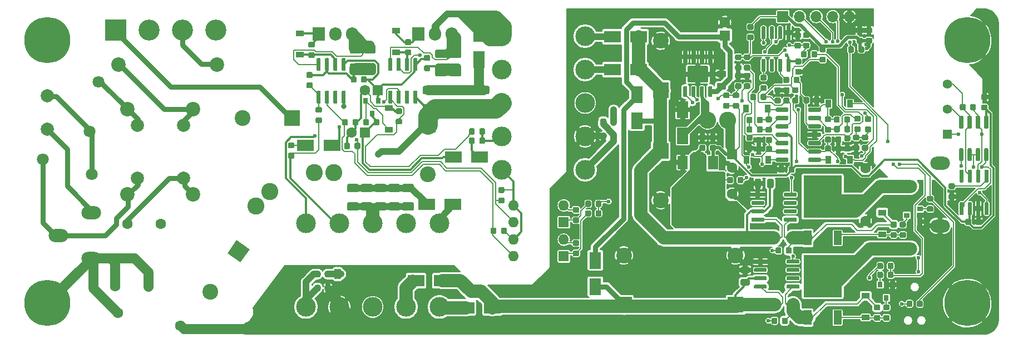
<source format=gbr>
G04 #@! TF.GenerationSoftware,KiCad,Pcbnew,5.1.4+dfsg1-1*
G04 #@! TF.CreationDate,2020-04-05T15:27:55+02:00*
G04 #@! TF.ProjectId,main,6d61696e-2e6b-4696-9361-645f70636258,rev?*
G04 #@! TF.SameCoordinates,Original*
G04 #@! TF.FileFunction,Copper,L2,Bot*
G04 #@! TF.FilePolarity,Positive*
%FSLAX46Y46*%
G04 Gerber Fmt 4.6, Leading zero omitted, Abs format (unit mm)*
G04 Created by KiCad (PCBNEW 5.1.4+dfsg1-1) date 2020-04-05 15:27:55*
%MOMM*%
%LPD*%
G04 APERTURE LIST*
%ADD10C,0.100000*%
%ADD11C,0.875000*%
%ADD12O,1.700000X1.700000*%
%ADD13R,1.700000X1.700000*%
%ADD14C,0.600000*%
%ADD15C,1.600000*%
%ADD16C,0.975000*%
%ADD17C,1.400000*%
%ADD18R,1.400000X1.400000*%
%ADD19R,5.800000X6.400000*%
%ADD20R,1.200000X2.200000*%
%ADD21C,2.400000*%
%ADD22R,2.500000X1.800000*%
%ADD23C,0.800000*%
%ADD24C,7.000000*%
%ADD25R,1.600000X1.600000*%
%ADD26O,1.905000X2.000000*%
%ADD27R,1.905000X2.000000*%
%ADD28R,0.800000X0.900000*%
%ADD29O,3.000000X2.000000*%
%ADD30R,1.500000X2.000000*%
%ADD31R,3.800000X2.000000*%
%ADD32C,2.514000*%
%ADD33C,1.250000*%
%ADD34R,0.900000X0.800000*%
%ADD35C,2.600000*%
%ADD36R,0.900000X1.200000*%
%ADD37R,1.800000X2.500000*%
%ADD38R,1.200000X0.900000*%
%ADD39C,2.200000*%
%ADD40O,1.600000X1.600000*%
%ADD41C,2.000000*%
%ADD42C,1.800000*%
%ADD43C,3.000000*%
%ADD44R,2.400000X2.400000*%
%ADD45R,3.200000X3.200000*%
%ADD46C,3.200000*%
%ADD47C,0.500000*%
%ADD48C,0.200000*%
%ADD49C,0.800000*%
%ADD50C,0.300000*%
%ADD51C,1.000000*%
%ADD52C,2.000000*%
%ADD53C,1.500000*%
%ADD54C,3.000000*%
%ADD55C,0.150000*%
G04 APERTURE END LIST*
D10*
G36*
X220402691Y-56676053D02*
G01*
X220423926Y-56679203D01*
X220444750Y-56684419D01*
X220464962Y-56691651D01*
X220484368Y-56700830D01*
X220502781Y-56711866D01*
X220520024Y-56724654D01*
X220535930Y-56739070D01*
X220550346Y-56754976D01*
X220563134Y-56772219D01*
X220574170Y-56790632D01*
X220583349Y-56810038D01*
X220590581Y-56830250D01*
X220595797Y-56851074D01*
X220598947Y-56872309D01*
X220600000Y-56893750D01*
X220600000Y-57406250D01*
X220598947Y-57427691D01*
X220595797Y-57448926D01*
X220590581Y-57469750D01*
X220583349Y-57489962D01*
X220574170Y-57509368D01*
X220563134Y-57527781D01*
X220550346Y-57545024D01*
X220535930Y-57560930D01*
X220520024Y-57575346D01*
X220502781Y-57588134D01*
X220484368Y-57599170D01*
X220464962Y-57608349D01*
X220444750Y-57615581D01*
X220423926Y-57620797D01*
X220402691Y-57623947D01*
X220381250Y-57625000D01*
X219943750Y-57625000D01*
X219922309Y-57623947D01*
X219901074Y-57620797D01*
X219880250Y-57615581D01*
X219860038Y-57608349D01*
X219840632Y-57599170D01*
X219822219Y-57588134D01*
X219804976Y-57575346D01*
X219789070Y-57560930D01*
X219774654Y-57545024D01*
X219761866Y-57527781D01*
X219750830Y-57509368D01*
X219741651Y-57489962D01*
X219734419Y-57469750D01*
X219729203Y-57448926D01*
X219726053Y-57427691D01*
X219725000Y-57406250D01*
X219725000Y-56893750D01*
X219726053Y-56872309D01*
X219729203Y-56851074D01*
X219734419Y-56830250D01*
X219741651Y-56810038D01*
X219750830Y-56790632D01*
X219761866Y-56772219D01*
X219774654Y-56754976D01*
X219789070Y-56739070D01*
X219804976Y-56724654D01*
X219822219Y-56711866D01*
X219840632Y-56700830D01*
X219860038Y-56691651D01*
X219880250Y-56684419D01*
X219901074Y-56679203D01*
X219922309Y-56676053D01*
X219943750Y-56675000D01*
X220381250Y-56675000D01*
X220402691Y-56676053D01*
X220402691Y-56676053D01*
G37*
D11*
X220162500Y-57150000D03*
D10*
G36*
X221977691Y-56676053D02*
G01*
X221998926Y-56679203D01*
X222019750Y-56684419D01*
X222039962Y-56691651D01*
X222059368Y-56700830D01*
X222077781Y-56711866D01*
X222095024Y-56724654D01*
X222110930Y-56739070D01*
X222125346Y-56754976D01*
X222138134Y-56772219D01*
X222149170Y-56790632D01*
X222158349Y-56810038D01*
X222165581Y-56830250D01*
X222170797Y-56851074D01*
X222173947Y-56872309D01*
X222175000Y-56893750D01*
X222175000Y-57406250D01*
X222173947Y-57427691D01*
X222170797Y-57448926D01*
X222165581Y-57469750D01*
X222158349Y-57489962D01*
X222149170Y-57509368D01*
X222138134Y-57527781D01*
X222125346Y-57545024D01*
X222110930Y-57560930D01*
X222095024Y-57575346D01*
X222077781Y-57588134D01*
X222059368Y-57599170D01*
X222039962Y-57608349D01*
X222019750Y-57615581D01*
X221998926Y-57620797D01*
X221977691Y-57623947D01*
X221956250Y-57625000D01*
X221518750Y-57625000D01*
X221497309Y-57623947D01*
X221476074Y-57620797D01*
X221455250Y-57615581D01*
X221435038Y-57608349D01*
X221415632Y-57599170D01*
X221397219Y-57588134D01*
X221379976Y-57575346D01*
X221364070Y-57560930D01*
X221349654Y-57545024D01*
X221336866Y-57527781D01*
X221325830Y-57509368D01*
X221316651Y-57489962D01*
X221309419Y-57469750D01*
X221304203Y-57448926D01*
X221301053Y-57427691D01*
X221300000Y-57406250D01*
X221300000Y-56893750D01*
X221301053Y-56872309D01*
X221304203Y-56851074D01*
X221309419Y-56830250D01*
X221316651Y-56810038D01*
X221325830Y-56790632D01*
X221336866Y-56772219D01*
X221349654Y-56754976D01*
X221364070Y-56739070D01*
X221379976Y-56724654D01*
X221397219Y-56711866D01*
X221415632Y-56700830D01*
X221435038Y-56691651D01*
X221455250Y-56684419D01*
X221476074Y-56679203D01*
X221497309Y-56676053D01*
X221518750Y-56675000D01*
X221956250Y-56675000D01*
X221977691Y-56676053D01*
X221977691Y-56676053D01*
G37*
D11*
X221737500Y-57150000D03*
D10*
G36*
X211777691Y-57176053D02*
G01*
X211798926Y-57179203D01*
X211819750Y-57184419D01*
X211839962Y-57191651D01*
X211859368Y-57200830D01*
X211877781Y-57211866D01*
X211895024Y-57224654D01*
X211910930Y-57239070D01*
X211925346Y-57254976D01*
X211938134Y-57272219D01*
X211949170Y-57290632D01*
X211958349Y-57310038D01*
X211965581Y-57330250D01*
X211970797Y-57351074D01*
X211973947Y-57372309D01*
X211975000Y-57393750D01*
X211975000Y-57831250D01*
X211973947Y-57852691D01*
X211970797Y-57873926D01*
X211965581Y-57894750D01*
X211958349Y-57914962D01*
X211949170Y-57934368D01*
X211938134Y-57952781D01*
X211925346Y-57970024D01*
X211910930Y-57985930D01*
X211895024Y-58000346D01*
X211877781Y-58013134D01*
X211859368Y-58024170D01*
X211839962Y-58033349D01*
X211819750Y-58040581D01*
X211798926Y-58045797D01*
X211777691Y-58048947D01*
X211756250Y-58050000D01*
X211243750Y-58050000D01*
X211222309Y-58048947D01*
X211201074Y-58045797D01*
X211180250Y-58040581D01*
X211160038Y-58033349D01*
X211140632Y-58024170D01*
X211122219Y-58013134D01*
X211104976Y-58000346D01*
X211089070Y-57985930D01*
X211074654Y-57970024D01*
X211061866Y-57952781D01*
X211050830Y-57934368D01*
X211041651Y-57914962D01*
X211034419Y-57894750D01*
X211029203Y-57873926D01*
X211026053Y-57852691D01*
X211025000Y-57831250D01*
X211025000Y-57393750D01*
X211026053Y-57372309D01*
X211029203Y-57351074D01*
X211034419Y-57330250D01*
X211041651Y-57310038D01*
X211050830Y-57290632D01*
X211061866Y-57272219D01*
X211074654Y-57254976D01*
X211089070Y-57239070D01*
X211104976Y-57224654D01*
X211122219Y-57211866D01*
X211140632Y-57200830D01*
X211160038Y-57191651D01*
X211180250Y-57184419D01*
X211201074Y-57179203D01*
X211222309Y-57176053D01*
X211243750Y-57175000D01*
X211756250Y-57175000D01*
X211777691Y-57176053D01*
X211777691Y-57176053D01*
G37*
D11*
X211500000Y-57612500D03*
D10*
G36*
X211777691Y-58751053D02*
G01*
X211798926Y-58754203D01*
X211819750Y-58759419D01*
X211839962Y-58766651D01*
X211859368Y-58775830D01*
X211877781Y-58786866D01*
X211895024Y-58799654D01*
X211910930Y-58814070D01*
X211925346Y-58829976D01*
X211938134Y-58847219D01*
X211949170Y-58865632D01*
X211958349Y-58885038D01*
X211965581Y-58905250D01*
X211970797Y-58926074D01*
X211973947Y-58947309D01*
X211975000Y-58968750D01*
X211975000Y-59406250D01*
X211973947Y-59427691D01*
X211970797Y-59448926D01*
X211965581Y-59469750D01*
X211958349Y-59489962D01*
X211949170Y-59509368D01*
X211938134Y-59527781D01*
X211925346Y-59545024D01*
X211910930Y-59560930D01*
X211895024Y-59575346D01*
X211877781Y-59588134D01*
X211859368Y-59599170D01*
X211839962Y-59608349D01*
X211819750Y-59615581D01*
X211798926Y-59620797D01*
X211777691Y-59623947D01*
X211756250Y-59625000D01*
X211243750Y-59625000D01*
X211222309Y-59623947D01*
X211201074Y-59620797D01*
X211180250Y-59615581D01*
X211160038Y-59608349D01*
X211140632Y-59599170D01*
X211122219Y-59588134D01*
X211104976Y-59575346D01*
X211089070Y-59560930D01*
X211074654Y-59545024D01*
X211061866Y-59527781D01*
X211050830Y-59509368D01*
X211041651Y-59489962D01*
X211034419Y-59469750D01*
X211029203Y-59448926D01*
X211026053Y-59427691D01*
X211025000Y-59406250D01*
X211025000Y-58968750D01*
X211026053Y-58947309D01*
X211029203Y-58926074D01*
X211034419Y-58905250D01*
X211041651Y-58885038D01*
X211050830Y-58865632D01*
X211061866Y-58847219D01*
X211074654Y-58829976D01*
X211089070Y-58814070D01*
X211104976Y-58799654D01*
X211122219Y-58786866D01*
X211140632Y-58775830D01*
X211160038Y-58766651D01*
X211180250Y-58759419D01*
X211201074Y-58754203D01*
X211222309Y-58751053D01*
X211243750Y-58750000D01*
X211756250Y-58750000D01*
X211777691Y-58751053D01*
X211777691Y-58751053D01*
G37*
D11*
X211500000Y-59187500D03*
D10*
G36*
X219477691Y-55401053D02*
G01*
X219498926Y-55404203D01*
X219519750Y-55409419D01*
X219539962Y-55416651D01*
X219559368Y-55425830D01*
X219577781Y-55436866D01*
X219595024Y-55449654D01*
X219610930Y-55464070D01*
X219625346Y-55479976D01*
X219638134Y-55497219D01*
X219649170Y-55515632D01*
X219658349Y-55535038D01*
X219665581Y-55555250D01*
X219670797Y-55576074D01*
X219673947Y-55597309D01*
X219675000Y-55618750D01*
X219675000Y-56056250D01*
X219673947Y-56077691D01*
X219670797Y-56098926D01*
X219665581Y-56119750D01*
X219658349Y-56139962D01*
X219649170Y-56159368D01*
X219638134Y-56177781D01*
X219625346Y-56195024D01*
X219610930Y-56210930D01*
X219595024Y-56225346D01*
X219577781Y-56238134D01*
X219559368Y-56249170D01*
X219539962Y-56258349D01*
X219519750Y-56265581D01*
X219498926Y-56270797D01*
X219477691Y-56273947D01*
X219456250Y-56275000D01*
X218943750Y-56275000D01*
X218922309Y-56273947D01*
X218901074Y-56270797D01*
X218880250Y-56265581D01*
X218860038Y-56258349D01*
X218840632Y-56249170D01*
X218822219Y-56238134D01*
X218804976Y-56225346D01*
X218789070Y-56210930D01*
X218774654Y-56195024D01*
X218761866Y-56177781D01*
X218750830Y-56159368D01*
X218741651Y-56139962D01*
X218734419Y-56119750D01*
X218729203Y-56098926D01*
X218726053Y-56077691D01*
X218725000Y-56056250D01*
X218725000Y-55618750D01*
X218726053Y-55597309D01*
X218729203Y-55576074D01*
X218734419Y-55555250D01*
X218741651Y-55535038D01*
X218750830Y-55515632D01*
X218761866Y-55497219D01*
X218774654Y-55479976D01*
X218789070Y-55464070D01*
X218804976Y-55449654D01*
X218822219Y-55436866D01*
X218840632Y-55425830D01*
X218860038Y-55416651D01*
X218880250Y-55409419D01*
X218901074Y-55404203D01*
X218922309Y-55401053D01*
X218943750Y-55400000D01*
X219456250Y-55400000D01*
X219477691Y-55401053D01*
X219477691Y-55401053D01*
G37*
D11*
X219200000Y-55837500D03*
D10*
G36*
X219477691Y-53826053D02*
G01*
X219498926Y-53829203D01*
X219519750Y-53834419D01*
X219539962Y-53841651D01*
X219559368Y-53850830D01*
X219577781Y-53861866D01*
X219595024Y-53874654D01*
X219610930Y-53889070D01*
X219625346Y-53904976D01*
X219638134Y-53922219D01*
X219649170Y-53940632D01*
X219658349Y-53960038D01*
X219665581Y-53980250D01*
X219670797Y-54001074D01*
X219673947Y-54022309D01*
X219675000Y-54043750D01*
X219675000Y-54481250D01*
X219673947Y-54502691D01*
X219670797Y-54523926D01*
X219665581Y-54544750D01*
X219658349Y-54564962D01*
X219649170Y-54584368D01*
X219638134Y-54602781D01*
X219625346Y-54620024D01*
X219610930Y-54635930D01*
X219595024Y-54650346D01*
X219577781Y-54663134D01*
X219559368Y-54674170D01*
X219539962Y-54683349D01*
X219519750Y-54690581D01*
X219498926Y-54695797D01*
X219477691Y-54698947D01*
X219456250Y-54700000D01*
X218943750Y-54700000D01*
X218922309Y-54698947D01*
X218901074Y-54695797D01*
X218880250Y-54690581D01*
X218860038Y-54683349D01*
X218840632Y-54674170D01*
X218822219Y-54663134D01*
X218804976Y-54650346D01*
X218789070Y-54635930D01*
X218774654Y-54620024D01*
X218761866Y-54602781D01*
X218750830Y-54584368D01*
X218741651Y-54564962D01*
X218734419Y-54544750D01*
X218729203Y-54523926D01*
X218726053Y-54502691D01*
X218725000Y-54481250D01*
X218725000Y-54043750D01*
X218726053Y-54022309D01*
X218729203Y-54001074D01*
X218734419Y-53980250D01*
X218741651Y-53960038D01*
X218750830Y-53940632D01*
X218761866Y-53922219D01*
X218774654Y-53904976D01*
X218789070Y-53889070D01*
X218804976Y-53874654D01*
X218822219Y-53861866D01*
X218840632Y-53850830D01*
X218860038Y-53841651D01*
X218880250Y-53834419D01*
X218901074Y-53829203D01*
X218922309Y-53826053D01*
X218943750Y-53825000D01*
X219456250Y-53825000D01*
X219477691Y-53826053D01*
X219477691Y-53826053D01*
G37*
D11*
X219200000Y-54262500D03*
D10*
G36*
X220777691Y-53826053D02*
G01*
X220798926Y-53829203D01*
X220819750Y-53834419D01*
X220839962Y-53841651D01*
X220859368Y-53850830D01*
X220877781Y-53861866D01*
X220895024Y-53874654D01*
X220910930Y-53889070D01*
X220925346Y-53904976D01*
X220938134Y-53922219D01*
X220949170Y-53940632D01*
X220958349Y-53960038D01*
X220965581Y-53980250D01*
X220970797Y-54001074D01*
X220973947Y-54022309D01*
X220975000Y-54043750D01*
X220975000Y-54481250D01*
X220973947Y-54502691D01*
X220970797Y-54523926D01*
X220965581Y-54544750D01*
X220958349Y-54564962D01*
X220949170Y-54584368D01*
X220938134Y-54602781D01*
X220925346Y-54620024D01*
X220910930Y-54635930D01*
X220895024Y-54650346D01*
X220877781Y-54663134D01*
X220859368Y-54674170D01*
X220839962Y-54683349D01*
X220819750Y-54690581D01*
X220798926Y-54695797D01*
X220777691Y-54698947D01*
X220756250Y-54700000D01*
X220243750Y-54700000D01*
X220222309Y-54698947D01*
X220201074Y-54695797D01*
X220180250Y-54690581D01*
X220160038Y-54683349D01*
X220140632Y-54674170D01*
X220122219Y-54663134D01*
X220104976Y-54650346D01*
X220089070Y-54635930D01*
X220074654Y-54620024D01*
X220061866Y-54602781D01*
X220050830Y-54584368D01*
X220041651Y-54564962D01*
X220034419Y-54544750D01*
X220029203Y-54523926D01*
X220026053Y-54502691D01*
X220025000Y-54481250D01*
X220025000Y-54043750D01*
X220026053Y-54022309D01*
X220029203Y-54001074D01*
X220034419Y-53980250D01*
X220041651Y-53960038D01*
X220050830Y-53940632D01*
X220061866Y-53922219D01*
X220074654Y-53904976D01*
X220089070Y-53889070D01*
X220104976Y-53874654D01*
X220122219Y-53861866D01*
X220140632Y-53850830D01*
X220160038Y-53841651D01*
X220180250Y-53834419D01*
X220201074Y-53829203D01*
X220222309Y-53826053D01*
X220243750Y-53825000D01*
X220756250Y-53825000D01*
X220777691Y-53826053D01*
X220777691Y-53826053D01*
G37*
D11*
X220500000Y-54262500D03*
D10*
G36*
X220777691Y-55401053D02*
G01*
X220798926Y-55404203D01*
X220819750Y-55409419D01*
X220839962Y-55416651D01*
X220859368Y-55425830D01*
X220877781Y-55436866D01*
X220895024Y-55449654D01*
X220910930Y-55464070D01*
X220925346Y-55479976D01*
X220938134Y-55497219D01*
X220949170Y-55515632D01*
X220958349Y-55535038D01*
X220965581Y-55555250D01*
X220970797Y-55576074D01*
X220973947Y-55597309D01*
X220975000Y-55618750D01*
X220975000Y-56056250D01*
X220973947Y-56077691D01*
X220970797Y-56098926D01*
X220965581Y-56119750D01*
X220958349Y-56139962D01*
X220949170Y-56159368D01*
X220938134Y-56177781D01*
X220925346Y-56195024D01*
X220910930Y-56210930D01*
X220895024Y-56225346D01*
X220877781Y-56238134D01*
X220859368Y-56249170D01*
X220839962Y-56258349D01*
X220819750Y-56265581D01*
X220798926Y-56270797D01*
X220777691Y-56273947D01*
X220756250Y-56275000D01*
X220243750Y-56275000D01*
X220222309Y-56273947D01*
X220201074Y-56270797D01*
X220180250Y-56265581D01*
X220160038Y-56258349D01*
X220140632Y-56249170D01*
X220122219Y-56238134D01*
X220104976Y-56225346D01*
X220089070Y-56210930D01*
X220074654Y-56195024D01*
X220061866Y-56177781D01*
X220050830Y-56159368D01*
X220041651Y-56139962D01*
X220034419Y-56119750D01*
X220029203Y-56098926D01*
X220026053Y-56077691D01*
X220025000Y-56056250D01*
X220025000Y-55618750D01*
X220026053Y-55597309D01*
X220029203Y-55576074D01*
X220034419Y-55555250D01*
X220041651Y-55535038D01*
X220050830Y-55515632D01*
X220061866Y-55497219D01*
X220074654Y-55479976D01*
X220089070Y-55464070D01*
X220104976Y-55449654D01*
X220122219Y-55436866D01*
X220140632Y-55425830D01*
X220160038Y-55416651D01*
X220180250Y-55409419D01*
X220201074Y-55404203D01*
X220222309Y-55401053D01*
X220243750Y-55400000D01*
X220756250Y-55400000D01*
X220777691Y-55401053D01*
X220777691Y-55401053D01*
G37*
D11*
X220500000Y-55837500D03*
D10*
G36*
X227027691Y-71101053D02*
G01*
X227048926Y-71104203D01*
X227069750Y-71109419D01*
X227089962Y-71116651D01*
X227109368Y-71125830D01*
X227127781Y-71136866D01*
X227145024Y-71149654D01*
X227160930Y-71164070D01*
X227175346Y-71179976D01*
X227188134Y-71197219D01*
X227199170Y-71215632D01*
X227208349Y-71235038D01*
X227215581Y-71255250D01*
X227220797Y-71276074D01*
X227223947Y-71297309D01*
X227225000Y-71318750D01*
X227225000Y-71756250D01*
X227223947Y-71777691D01*
X227220797Y-71798926D01*
X227215581Y-71819750D01*
X227208349Y-71839962D01*
X227199170Y-71859368D01*
X227188134Y-71877781D01*
X227175346Y-71895024D01*
X227160930Y-71910930D01*
X227145024Y-71925346D01*
X227127781Y-71938134D01*
X227109368Y-71949170D01*
X227089962Y-71958349D01*
X227069750Y-71965581D01*
X227048926Y-71970797D01*
X227027691Y-71973947D01*
X227006250Y-71975000D01*
X226493750Y-71975000D01*
X226472309Y-71973947D01*
X226451074Y-71970797D01*
X226430250Y-71965581D01*
X226410038Y-71958349D01*
X226390632Y-71949170D01*
X226372219Y-71938134D01*
X226354976Y-71925346D01*
X226339070Y-71910930D01*
X226324654Y-71895024D01*
X226311866Y-71877781D01*
X226300830Y-71859368D01*
X226291651Y-71839962D01*
X226284419Y-71819750D01*
X226279203Y-71798926D01*
X226276053Y-71777691D01*
X226275000Y-71756250D01*
X226275000Y-71318750D01*
X226276053Y-71297309D01*
X226279203Y-71276074D01*
X226284419Y-71255250D01*
X226291651Y-71235038D01*
X226300830Y-71215632D01*
X226311866Y-71197219D01*
X226324654Y-71179976D01*
X226339070Y-71164070D01*
X226354976Y-71149654D01*
X226372219Y-71136866D01*
X226390632Y-71125830D01*
X226410038Y-71116651D01*
X226430250Y-71109419D01*
X226451074Y-71104203D01*
X226472309Y-71101053D01*
X226493750Y-71100000D01*
X227006250Y-71100000D01*
X227027691Y-71101053D01*
X227027691Y-71101053D01*
G37*
D11*
X226750000Y-71537500D03*
D10*
G36*
X227027691Y-69526053D02*
G01*
X227048926Y-69529203D01*
X227069750Y-69534419D01*
X227089962Y-69541651D01*
X227109368Y-69550830D01*
X227127781Y-69561866D01*
X227145024Y-69574654D01*
X227160930Y-69589070D01*
X227175346Y-69604976D01*
X227188134Y-69622219D01*
X227199170Y-69640632D01*
X227208349Y-69660038D01*
X227215581Y-69680250D01*
X227220797Y-69701074D01*
X227223947Y-69722309D01*
X227225000Y-69743750D01*
X227225000Y-70181250D01*
X227223947Y-70202691D01*
X227220797Y-70223926D01*
X227215581Y-70244750D01*
X227208349Y-70264962D01*
X227199170Y-70284368D01*
X227188134Y-70302781D01*
X227175346Y-70320024D01*
X227160930Y-70335930D01*
X227145024Y-70350346D01*
X227127781Y-70363134D01*
X227109368Y-70374170D01*
X227089962Y-70383349D01*
X227069750Y-70390581D01*
X227048926Y-70395797D01*
X227027691Y-70398947D01*
X227006250Y-70400000D01*
X226493750Y-70400000D01*
X226472309Y-70398947D01*
X226451074Y-70395797D01*
X226430250Y-70390581D01*
X226410038Y-70383349D01*
X226390632Y-70374170D01*
X226372219Y-70363134D01*
X226354976Y-70350346D01*
X226339070Y-70335930D01*
X226324654Y-70320024D01*
X226311866Y-70302781D01*
X226300830Y-70284368D01*
X226291651Y-70264962D01*
X226284419Y-70244750D01*
X226279203Y-70223926D01*
X226276053Y-70202691D01*
X226275000Y-70181250D01*
X226275000Y-69743750D01*
X226276053Y-69722309D01*
X226279203Y-69701074D01*
X226284419Y-69680250D01*
X226291651Y-69660038D01*
X226300830Y-69640632D01*
X226311866Y-69622219D01*
X226324654Y-69604976D01*
X226339070Y-69589070D01*
X226354976Y-69574654D01*
X226372219Y-69561866D01*
X226390632Y-69550830D01*
X226410038Y-69541651D01*
X226430250Y-69534419D01*
X226451074Y-69529203D01*
X226472309Y-69526053D01*
X226493750Y-69525000D01*
X227006250Y-69525000D01*
X227027691Y-69526053D01*
X227027691Y-69526053D01*
G37*
D11*
X226750000Y-69962500D03*
D10*
G36*
X212127691Y-71001053D02*
G01*
X212148926Y-71004203D01*
X212169750Y-71009419D01*
X212189962Y-71016651D01*
X212209368Y-71025830D01*
X212227781Y-71036866D01*
X212245024Y-71049654D01*
X212260930Y-71064070D01*
X212275346Y-71079976D01*
X212288134Y-71097219D01*
X212299170Y-71115632D01*
X212308349Y-71135038D01*
X212315581Y-71155250D01*
X212320797Y-71176074D01*
X212323947Y-71197309D01*
X212325000Y-71218750D01*
X212325000Y-71656250D01*
X212323947Y-71677691D01*
X212320797Y-71698926D01*
X212315581Y-71719750D01*
X212308349Y-71739962D01*
X212299170Y-71759368D01*
X212288134Y-71777781D01*
X212275346Y-71795024D01*
X212260930Y-71810930D01*
X212245024Y-71825346D01*
X212227781Y-71838134D01*
X212209368Y-71849170D01*
X212189962Y-71858349D01*
X212169750Y-71865581D01*
X212148926Y-71870797D01*
X212127691Y-71873947D01*
X212106250Y-71875000D01*
X211593750Y-71875000D01*
X211572309Y-71873947D01*
X211551074Y-71870797D01*
X211530250Y-71865581D01*
X211510038Y-71858349D01*
X211490632Y-71849170D01*
X211472219Y-71838134D01*
X211454976Y-71825346D01*
X211439070Y-71810930D01*
X211424654Y-71795024D01*
X211411866Y-71777781D01*
X211400830Y-71759368D01*
X211391651Y-71739962D01*
X211384419Y-71719750D01*
X211379203Y-71698926D01*
X211376053Y-71677691D01*
X211375000Y-71656250D01*
X211375000Y-71218750D01*
X211376053Y-71197309D01*
X211379203Y-71176074D01*
X211384419Y-71155250D01*
X211391651Y-71135038D01*
X211400830Y-71115632D01*
X211411866Y-71097219D01*
X211424654Y-71079976D01*
X211439070Y-71064070D01*
X211454976Y-71049654D01*
X211472219Y-71036866D01*
X211490632Y-71025830D01*
X211510038Y-71016651D01*
X211530250Y-71009419D01*
X211551074Y-71004203D01*
X211572309Y-71001053D01*
X211593750Y-71000000D01*
X212106250Y-71000000D01*
X212127691Y-71001053D01*
X212127691Y-71001053D01*
G37*
D11*
X211850000Y-71437500D03*
D10*
G36*
X212127691Y-69426053D02*
G01*
X212148926Y-69429203D01*
X212169750Y-69434419D01*
X212189962Y-69441651D01*
X212209368Y-69450830D01*
X212227781Y-69461866D01*
X212245024Y-69474654D01*
X212260930Y-69489070D01*
X212275346Y-69504976D01*
X212288134Y-69522219D01*
X212299170Y-69540632D01*
X212308349Y-69560038D01*
X212315581Y-69580250D01*
X212320797Y-69601074D01*
X212323947Y-69622309D01*
X212325000Y-69643750D01*
X212325000Y-70081250D01*
X212323947Y-70102691D01*
X212320797Y-70123926D01*
X212315581Y-70144750D01*
X212308349Y-70164962D01*
X212299170Y-70184368D01*
X212288134Y-70202781D01*
X212275346Y-70220024D01*
X212260930Y-70235930D01*
X212245024Y-70250346D01*
X212227781Y-70263134D01*
X212209368Y-70274170D01*
X212189962Y-70283349D01*
X212169750Y-70290581D01*
X212148926Y-70295797D01*
X212127691Y-70298947D01*
X212106250Y-70300000D01*
X211593750Y-70300000D01*
X211572309Y-70298947D01*
X211551074Y-70295797D01*
X211530250Y-70290581D01*
X211510038Y-70283349D01*
X211490632Y-70274170D01*
X211472219Y-70263134D01*
X211454976Y-70250346D01*
X211439070Y-70235930D01*
X211424654Y-70220024D01*
X211411866Y-70202781D01*
X211400830Y-70184368D01*
X211391651Y-70164962D01*
X211384419Y-70144750D01*
X211379203Y-70123926D01*
X211376053Y-70102691D01*
X211375000Y-70081250D01*
X211375000Y-69643750D01*
X211376053Y-69622309D01*
X211379203Y-69601074D01*
X211384419Y-69580250D01*
X211391651Y-69560038D01*
X211400830Y-69540632D01*
X211411866Y-69522219D01*
X211424654Y-69504976D01*
X211439070Y-69489070D01*
X211454976Y-69474654D01*
X211472219Y-69461866D01*
X211490632Y-69450830D01*
X211510038Y-69441651D01*
X211530250Y-69434419D01*
X211551074Y-69429203D01*
X211572309Y-69426053D01*
X211593750Y-69425000D01*
X212106250Y-69425000D01*
X212127691Y-69426053D01*
X212127691Y-69426053D01*
G37*
D11*
X211850000Y-69862500D03*
D10*
G36*
X230177691Y-66576053D02*
G01*
X230198926Y-66579203D01*
X230219750Y-66584419D01*
X230239962Y-66591651D01*
X230259368Y-66600830D01*
X230277781Y-66611866D01*
X230295024Y-66624654D01*
X230310930Y-66639070D01*
X230325346Y-66654976D01*
X230338134Y-66672219D01*
X230349170Y-66690632D01*
X230358349Y-66710038D01*
X230365581Y-66730250D01*
X230370797Y-66751074D01*
X230373947Y-66772309D01*
X230375000Y-66793750D01*
X230375000Y-67231250D01*
X230373947Y-67252691D01*
X230370797Y-67273926D01*
X230365581Y-67294750D01*
X230358349Y-67314962D01*
X230349170Y-67334368D01*
X230338134Y-67352781D01*
X230325346Y-67370024D01*
X230310930Y-67385930D01*
X230295024Y-67400346D01*
X230277781Y-67413134D01*
X230259368Y-67424170D01*
X230239962Y-67433349D01*
X230219750Y-67440581D01*
X230198926Y-67445797D01*
X230177691Y-67448947D01*
X230156250Y-67450000D01*
X229643750Y-67450000D01*
X229622309Y-67448947D01*
X229601074Y-67445797D01*
X229580250Y-67440581D01*
X229560038Y-67433349D01*
X229540632Y-67424170D01*
X229522219Y-67413134D01*
X229504976Y-67400346D01*
X229489070Y-67385930D01*
X229474654Y-67370024D01*
X229461866Y-67352781D01*
X229450830Y-67334368D01*
X229441651Y-67314962D01*
X229434419Y-67294750D01*
X229429203Y-67273926D01*
X229426053Y-67252691D01*
X229425000Y-67231250D01*
X229425000Y-66793750D01*
X229426053Y-66772309D01*
X229429203Y-66751074D01*
X229434419Y-66730250D01*
X229441651Y-66710038D01*
X229450830Y-66690632D01*
X229461866Y-66672219D01*
X229474654Y-66654976D01*
X229489070Y-66639070D01*
X229504976Y-66624654D01*
X229522219Y-66611866D01*
X229540632Y-66600830D01*
X229560038Y-66591651D01*
X229580250Y-66584419D01*
X229601074Y-66579203D01*
X229622309Y-66576053D01*
X229643750Y-66575000D01*
X230156250Y-66575000D01*
X230177691Y-66576053D01*
X230177691Y-66576053D01*
G37*
D11*
X229900000Y-67012500D03*
D10*
G36*
X230177691Y-68151053D02*
G01*
X230198926Y-68154203D01*
X230219750Y-68159419D01*
X230239962Y-68166651D01*
X230259368Y-68175830D01*
X230277781Y-68186866D01*
X230295024Y-68199654D01*
X230310930Y-68214070D01*
X230325346Y-68229976D01*
X230338134Y-68247219D01*
X230349170Y-68265632D01*
X230358349Y-68285038D01*
X230365581Y-68305250D01*
X230370797Y-68326074D01*
X230373947Y-68347309D01*
X230375000Y-68368750D01*
X230375000Y-68806250D01*
X230373947Y-68827691D01*
X230370797Y-68848926D01*
X230365581Y-68869750D01*
X230358349Y-68889962D01*
X230349170Y-68909368D01*
X230338134Y-68927781D01*
X230325346Y-68945024D01*
X230310930Y-68960930D01*
X230295024Y-68975346D01*
X230277781Y-68988134D01*
X230259368Y-68999170D01*
X230239962Y-69008349D01*
X230219750Y-69015581D01*
X230198926Y-69020797D01*
X230177691Y-69023947D01*
X230156250Y-69025000D01*
X229643750Y-69025000D01*
X229622309Y-69023947D01*
X229601074Y-69020797D01*
X229580250Y-69015581D01*
X229560038Y-69008349D01*
X229540632Y-68999170D01*
X229522219Y-68988134D01*
X229504976Y-68975346D01*
X229489070Y-68960930D01*
X229474654Y-68945024D01*
X229461866Y-68927781D01*
X229450830Y-68909368D01*
X229441651Y-68889962D01*
X229434419Y-68869750D01*
X229429203Y-68848926D01*
X229426053Y-68827691D01*
X229425000Y-68806250D01*
X229425000Y-68368750D01*
X229426053Y-68347309D01*
X229429203Y-68326074D01*
X229434419Y-68305250D01*
X229441651Y-68285038D01*
X229450830Y-68265632D01*
X229461866Y-68247219D01*
X229474654Y-68229976D01*
X229489070Y-68214070D01*
X229504976Y-68199654D01*
X229522219Y-68186866D01*
X229540632Y-68175830D01*
X229560038Y-68166651D01*
X229580250Y-68159419D01*
X229601074Y-68154203D01*
X229622309Y-68151053D01*
X229643750Y-68150000D01*
X230156250Y-68150000D01*
X230177691Y-68151053D01*
X230177691Y-68151053D01*
G37*
D11*
X229900000Y-68587500D03*
D10*
G36*
X223277691Y-55976053D02*
G01*
X223298926Y-55979203D01*
X223319750Y-55984419D01*
X223339962Y-55991651D01*
X223359368Y-56000830D01*
X223377781Y-56011866D01*
X223395024Y-56024654D01*
X223410930Y-56039070D01*
X223425346Y-56054976D01*
X223438134Y-56072219D01*
X223449170Y-56090632D01*
X223458349Y-56110038D01*
X223465581Y-56130250D01*
X223470797Y-56151074D01*
X223473947Y-56172309D01*
X223475000Y-56193750D01*
X223475000Y-56631250D01*
X223473947Y-56652691D01*
X223470797Y-56673926D01*
X223465581Y-56694750D01*
X223458349Y-56714962D01*
X223449170Y-56734368D01*
X223438134Y-56752781D01*
X223425346Y-56770024D01*
X223410930Y-56785930D01*
X223395024Y-56800346D01*
X223377781Y-56813134D01*
X223359368Y-56824170D01*
X223339962Y-56833349D01*
X223319750Y-56840581D01*
X223298926Y-56845797D01*
X223277691Y-56848947D01*
X223256250Y-56850000D01*
X222743750Y-56850000D01*
X222722309Y-56848947D01*
X222701074Y-56845797D01*
X222680250Y-56840581D01*
X222660038Y-56833349D01*
X222640632Y-56824170D01*
X222622219Y-56813134D01*
X222604976Y-56800346D01*
X222589070Y-56785930D01*
X222574654Y-56770024D01*
X222561866Y-56752781D01*
X222550830Y-56734368D01*
X222541651Y-56714962D01*
X222534419Y-56694750D01*
X222529203Y-56673926D01*
X222526053Y-56652691D01*
X222525000Y-56631250D01*
X222525000Y-56193750D01*
X222526053Y-56172309D01*
X222529203Y-56151074D01*
X222534419Y-56130250D01*
X222541651Y-56110038D01*
X222550830Y-56090632D01*
X222561866Y-56072219D01*
X222574654Y-56054976D01*
X222589070Y-56039070D01*
X222604976Y-56024654D01*
X222622219Y-56011866D01*
X222640632Y-56000830D01*
X222660038Y-55991651D01*
X222680250Y-55984419D01*
X222701074Y-55979203D01*
X222722309Y-55976053D01*
X222743750Y-55975000D01*
X223256250Y-55975000D01*
X223277691Y-55976053D01*
X223277691Y-55976053D01*
G37*
D11*
X223000000Y-56412500D03*
D10*
G36*
X223277691Y-57551053D02*
G01*
X223298926Y-57554203D01*
X223319750Y-57559419D01*
X223339962Y-57566651D01*
X223359368Y-57575830D01*
X223377781Y-57586866D01*
X223395024Y-57599654D01*
X223410930Y-57614070D01*
X223425346Y-57629976D01*
X223438134Y-57647219D01*
X223449170Y-57665632D01*
X223458349Y-57685038D01*
X223465581Y-57705250D01*
X223470797Y-57726074D01*
X223473947Y-57747309D01*
X223475000Y-57768750D01*
X223475000Y-58206250D01*
X223473947Y-58227691D01*
X223470797Y-58248926D01*
X223465581Y-58269750D01*
X223458349Y-58289962D01*
X223449170Y-58309368D01*
X223438134Y-58327781D01*
X223425346Y-58345024D01*
X223410930Y-58360930D01*
X223395024Y-58375346D01*
X223377781Y-58388134D01*
X223359368Y-58399170D01*
X223339962Y-58408349D01*
X223319750Y-58415581D01*
X223298926Y-58420797D01*
X223277691Y-58423947D01*
X223256250Y-58425000D01*
X222743750Y-58425000D01*
X222722309Y-58423947D01*
X222701074Y-58420797D01*
X222680250Y-58415581D01*
X222660038Y-58408349D01*
X222640632Y-58399170D01*
X222622219Y-58388134D01*
X222604976Y-58375346D01*
X222589070Y-58360930D01*
X222574654Y-58345024D01*
X222561866Y-58327781D01*
X222550830Y-58309368D01*
X222541651Y-58289962D01*
X222534419Y-58269750D01*
X222529203Y-58248926D01*
X222526053Y-58227691D01*
X222525000Y-58206250D01*
X222525000Y-57768750D01*
X222526053Y-57747309D01*
X222529203Y-57726074D01*
X222534419Y-57705250D01*
X222541651Y-57685038D01*
X222550830Y-57665632D01*
X222561866Y-57647219D01*
X222574654Y-57629976D01*
X222589070Y-57614070D01*
X222604976Y-57599654D01*
X222622219Y-57586866D01*
X222640632Y-57575830D01*
X222660038Y-57566651D01*
X222680250Y-57559419D01*
X222701074Y-57554203D01*
X222722309Y-57551053D01*
X222743750Y-57550000D01*
X223256250Y-57550000D01*
X223277691Y-57551053D01*
X223277691Y-57551053D01*
G37*
D11*
X223000000Y-57987500D03*
D10*
G36*
X210427691Y-57176053D02*
G01*
X210448926Y-57179203D01*
X210469750Y-57184419D01*
X210489962Y-57191651D01*
X210509368Y-57200830D01*
X210527781Y-57211866D01*
X210545024Y-57224654D01*
X210560930Y-57239070D01*
X210575346Y-57254976D01*
X210588134Y-57272219D01*
X210599170Y-57290632D01*
X210608349Y-57310038D01*
X210615581Y-57330250D01*
X210620797Y-57351074D01*
X210623947Y-57372309D01*
X210625000Y-57393750D01*
X210625000Y-57831250D01*
X210623947Y-57852691D01*
X210620797Y-57873926D01*
X210615581Y-57894750D01*
X210608349Y-57914962D01*
X210599170Y-57934368D01*
X210588134Y-57952781D01*
X210575346Y-57970024D01*
X210560930Y-57985930D01*
X210545024Y-58000346D01*
X210527781Y-58013134D01*
X210509368Y-58024170D01*
X210489962Y-58033349D01*
X210469750Y-58040581D01*
X210448926Y-58045797D01*
X210427691Y-58048947D01*
X210406250Y-58050000D01*
X209893750Y-58050000D01*
X209872309Y-58048947D01*
X209851074Y-58045797D01*
X209830250Y-58040581D01*
X209810038Y-58033349D01*
X209790632Y-58024170D01*
X209772219Y-58013134D01*
X209754976Y-58000346D01*
X209739070Y-57985930D01*
X209724654Y-57970024D01*
X209711866Y-57952781D01*
X209700830Y-57934368D01*
X209691651Y-57914962D01*
X209684419Y-57894750D01*
X209679203Y-57873926D01*
X209676053Y-57852691D01*
X209675000Y-57831250D01*
X209675000Y-57393750D01*
X209676053Y-57372309D01*
X209679203Y-57351074D01*
X209684419Y-57330250D01*
X209691651Y-57310038D01*
X209700830Y-57290632D01*
X209711866Y-57272219D01*
X209724654Y-57254976D01*
X209739070Y-57239070D01*
X209754976Y-57224654D01*
X209772219Y-57211866D01*
X209790632Y-57200830D01*
X209810038Y-57191651D01*
X209830250Y-57184419D01*
X209851074Y-57179203D01*
X209872309Y-57176053D01*
X209893750Y-57175000D01*
X210406250Y-57175000D01*
X210427691Y-57176053D01*
X210427691Y-57176053D01*
G37*
D11*
X210150000Y-57612500D03*
D10*
G36*
X210427691Y-58751053D02*
G01*
X210448926Y-58754203D01*
X210469750Y-58759419D01*
X210489962Y-58766651D01*
X210509368Y-58775830D01*
X210527781Y-58786866D01*
X210545024Y-58799654D01*
X210560930Y-58814070D01*
X210575346Y-58829976D01*
X210588134Y-58847219D01*
X210599170Y-58865632D01*
X210608349Y-58885038D01*
X210615581Y-58905250D01*
X210620797Y-58926074D01*
X210623947Y-58947309D01*
X210625000Y-58968750D01*
X210625000Y-59406250D01*
X210623947Y-59427691D01*
X210620797Y-59448926D01*
X210615581Y-59469750D01*
X210608349Y-59489962D01*
X210599170Y-59509368D01*
X210588134Y-59527781D01*
X210575346Y-59545024D01*
X210560930Y-59560930D01*
X210545024Y-59575346D01*
X210527781Y-59588134D01*
X210509368Y-59599170D01*
X210489962Y-59608349D01*
X210469750Y-59615581D01*
X210448926Y-59620797D01*
X210427691Y-59623947D01*
X210406250Y-59625000D01*
X209893750Y-59625000D01*
X209872309Y-59623947D01*
X209851074Y-59620797D01*
X209830250Y-59615581D01*
X209810038Y-59608349D01*
X209790632Y-59599170D01*
X209772219Y-59588134D01*
X209754976Y-59575346D01*
X209739070Y-59560930D01*
X209724654Y-59545024D01*
X209711866Y-59527781D01*
X209700830Y-59509368D01*
X209691651Y-59489962D01*
X209684419Y-59469750D01*
X209679203Y-59448926D01*
X209676053Y-59427691D01*
X209675000Y-59406250D01*
X209675000Y-58968750D01*
X209676053Y-58947309D01*
X209679203Y-58926074D01*
X209684419Y-58905250D01*
X209691651Y-58885038D01*
X209700830Y-58865632D01*
X209711866Y-58847219D01*
X209724654Y-58829976D01*
X209739070Y-58814070D01*
X209754976Y-58799654D01*
X209772219Y-58786866D01*
X209790632Y-58775830D01*
X209810038Y-58766651D01*
X209830250Y-58759419D01*
X209851074Y-58754203D01*
X209872309Y-58751053D01*
X209893750Y-58750000D01*
X210406250Y-58750000D01*
X210427691Y-58751053D01*
X210427691Y-58751053D01*
G37*
D11*
X210150000Y-59187500D03*
D10*
G36*
X212277691Y-52576053D02*
G01*
X212298926Y-52579203D01*
X212319750Y-52584419D01*
X212339962Y-52591651D01*
X212359368Y-52600830D01*
X212377781Y-52611866D01*
X212395024Y-52624654D01*
X212410930Y-52639070D01*
X212425346Y-52654976D01*
X212438134Y-52672219D01*
X212449170Y-52690632D01*
X212458349Y-52710038D01*
X212465581Y-52730250D01*
X212470797Y-52751074D01*
X212473947Y-52772309D01*
X212475000Y-52793750D01*
X212475000Y-53231250D01*
X212473947Y-53252691D01*
X212470797Y-53273926D01*
X212465581Y-53294750D01*
X212458349Y-53314962D01*
X212449170Y-53334368D01*
X212438134Y-53352781D01*
X212425346Y-53370024D01*
X212410930Y-53385930D01*
X212395024Y-53400346D01*
X212377781Y-53413134D01*
X212359368Y-53424170D01*
X212339962Y-53433349D01*
X212319750Y-53440581D01*
X212298926Y-53445797D01*
X212277691Y-53448947D01*
X212256250Y-53450000D01*
X211743750Y-53450000D01*
X211722309Y-53448947D01*
X211701074Y-53445797D01*
X211680250Y-53440581D01*
X211660038Y-53433349D01*
X211640632Y-53424170D01*
X211622219Y-53413134D01*
X211604976Y-53400346D01*
X211589070Y-53385930D01*
X211574654Y-53370024D01*
X211561866Y-53352781D01*
X211550830Y-53334368D01*
X211541651Y-53314962D01*
X211534419Y-53294750D01*
X211529203Y-53273926D01*
X211526053Y-53252691D01*
X211525000Y-53231250D01*
X211525000Y-52793750D01*
X211526053Y-52772309D01*
X211529203Y-52751074D01*
X211534419Y-52730250D01*
X211541651Y-52710038D01*
X211550830Y-52690632D01*
X211561866Y-52672219D01*
X211574654Y-52654976D01*
X211589070Y-52639070D01*
X211604976Y-52624654D01*
X211622219Y-52611866D01*
X211640632Y-52600830D01*
X211660038Y-52591651D01*
X211680250Y-52584419D01*
X211701074Y-52579203D01*
X211722309Y-52576053D01*
X211743750Y-52575000D01*
X212256250Y-52575000D01*
X212277691Y-52576053D01*
X212277691Y-52576053D01*
G37*
D11*
X212000000Y-53012500D03*
D10*
G36*
X212277691Y-54151053D02*
G01*
X212298926Y-54154203D01*
X212319750Y-54159419D01*
X212339962Y-54166651D01*
X212359368Y-54175830D01*
X212377781Y-54186866D01*
X212395024Y-54199654D01*
X212410930Y-54214070D01*
X212425346Y-54229976D01*
X212438134Y-54247219D01*
X212449170Y-54265632D01*
X212458349Y-54285038D01*
X212465581Y-54305250D01*
X212470797Y-54326074D01*
X212473947Y-54347309D01*
X212475000Y-54368750D01*
X212475000Y-54806250D01*
X212473947Y-54827691D01*
X212470797Y-54848926D01*
X212465581Y-54869750D01*
X212458349Y-54889962D01*
X212449170Y-54909368D01*
X212438134Y-54927781D01*
X212425346Y-54945024D01*
X212410930Y-54960930D01*
X212395024Y-54975346D01*
X212377781Y-54988134D01*
X212359368Y-54999170D01*
X212339962Y-55008349D01*
X212319750Y-55015581D01*
X212298926Y-55020797D01*
X212277691Y-55023947D01*
X212256250Y-55025000D01*
X211743750Y-55025000D01*
X211722309Y-55023947D01*
X211701074Y-55020797D01*
X211680250Y-55015581D01*
X211660038Y-55008349D01*
X211640632Y-54999170D01*
X211622219Y-54988134D01*
X211604976Y-54975346D01*
X211589070Y-54960930D01*
X211574654Y-54945024D01*
X211561866Y-54927781D01*
X211550830Y-54909368D01*
X211541651Y-54889962D01*
X211534419Y-54869750D01*
X211529203Y-54848926D01*
X211526053Y-54827691D01*
X211525000Y-54806250D01*
X211525000Y-54368750D01*
X211526053Y-54347309D01*
X211529203Y-54326074D01*
X211534419Y-54305250D01*
X211541651Y-54285038D01*
X211550830Y-54265632D01*
X211561866Y-54247219D01*
X211574654Y-54229976D01*
X211589070Y-54214070D01*
X211604976Y-54199654D01*
X211622219Y-54186866D01*
X211640632Y-54175830D01*
X211660038Y-54166651D01*
X211680250Y-54159419D01*
X211701074Y-54154203D01*
X211722309Y-54151053D01*
X211743750Y-54150000D01*
X212256250Y-54150000D01*
X212277691Y-54151053D01*
X212277691Y-54151053D01*
G37*
D11*
X212000000Y-54587500D03*
D10*
G36*
X236452691Y-94626053D02*
G01*
X236473926Y-94629203D01*
X236494750Y-94634419D01*
X236514962Y-94641651D01*
X236534368Y-94650830D01*
X236552781Y-94661866D01*
X236570024Y-94674654D01*
X236585930Y-94689070D01*
X236600346Y-94704976D01*
X236613134Y-94722219D01*
X236624170Y-94740632D01*
X236633349Y-94760038D01*
X236640581Y-94780250D01*
X236645797Y-94801074D01*
X236648947Y-94822309D01*
X236650000Y-94843750D01*
X236650000Y-95356250D01*
X236648947Y-95377691D01*
X236645797Y-95398926D01*
X236640581Y-95419750D01*
X236633349Y-95439962D01*
X236624170Y-95459368D01*
X236613134Y-95477781D01*
X236600346Y-95495024D01*
X236585930Y-95510930D01*
X236570024Y-95525346D01*
X236552781Y-95538134D01*
X236534368Y-95549170D01*
X236514962Y-95558349D01*
X236494750Y-95565581D01*
X236473926Y-95570797D01*
X236452691Y-95573947D01*
X236431250Y-95575000D01*
X235993750Y-95575000D01*
X235972309Y-95573947D01*
X235951074Y-95570797D01*
X235930250Y-95565581D01*
X235910038Y-95558349D01*
X235890632Y-95549170D01*
X235872219Y-95538134D01*
X235854976Y-95525346D01*
X235839070Y-95510930D01*
X235824654Y-95495024D01*
X235811866Y-95477781D01*
X235800830Y-95459368D01*
X235791651Y-95439962D01*
X235784419Y-95419750D01*
X235779203Y-95398926D01*
X235776053Y-95377691D01*
X235775000Y-95356250D01*
X235775000Y-94843750D01*
X235776053Y-94822309D01*
X235779203Y-94801074D01*
X235784419Y-94780250D01*
X235791651Y-94760038D01*
X235800830Y-94740632D01*
X235811866Y-94722219D01*
X235824654Y-94704976D01*
X235839070Y-94689070D01*
X235854976Y-94674654D01*
X235872219Y-94661866D01*
X235890632Y-94650830D01*
X235910038Y-94641651D01*
X235930250Y-94634419D01*
X235951074Y-94629203D01*
X235972309Y-94626053D01*
X235993750Y-94625000D01*
X236431250Y-94625000D01*
X236452691Y-94626053D01*
X236452691Y-94626053D01*
G37*
D11*
X236212500Y-95100000D03*
D10*
G36*
X238027691Y-94626053D02*
G01*
X238048926Y-94629203D01*
X238069750Y-94634419D01*
X238089962Y-94641651D01*
X238109368Y-94650830D01*
X238127781Y-94661866D01*
X238145024Y-94674654D01*
X238160930Y-94689070D01*
X238175346Y-94704976D01*
X238188134Y-94722219D01*
X238199170Y-94740632D01*
X238208349Y-94760038D01*
X238215581Y-94780250D01*
X238220797Y-94801074D01*
X238223947Y-94822309D01*
X238225000Y-94843750D01*
X238225000Y-95356250D01*
X238223947Y-95377691D01*
X238220797Y-95398926D01*
X238215581Y-95419750D01*
X238208349Y-95439962D01*
X238199170Y-95459368D01*
X238188134Y-95477781D01*
X238175346Y-95495024D01*
X238160930Y-95510930D01*
X238145024Y-95525346D01*
X238127781Y-95538134D01*
X238109368Y-95549170D01*
X238089962Y-95558349D01*
X238069750Y-95565581D01*
X238048926Y-95570797D01*
X238027691Y-95573947D01*
X238006250Y-95575000D01*
X237568750Y-95575000D01*
X237547309Y-95573947D01*
X237526074Y-95570797D01*
X237505250Y-95565581D01*
X237485038Y-95558349D01*
X237465632Y-95549170D01*
X237447219Y-95538134D01*
X237429976Y-95525346D01*
X237414070Y-95510930D01*
X237399654Y-95495024D01*
X237386866Y-95477781D01*
X237375830Y-95459368D01*
X237366651Y-95439962D01*
X237359419Y-95419750D01*
X237354203Y-95398926D01*
X237351053Y-95377691D01*
X237350000Y-95356250D01*
X237350000Y-94843750D01*
X237351053Y-94822309D01*
X237354203Y-94801074D01*
X237359419Y-94780250D01*
X237366651Y-94760038D01*
X237375830Y-94740632D01*
X237386866Y-94722219D01*
X237399654Y-94704976D01*
X237414070Y-94689070D01*
X237429976Y-94674654D01*
X237447219Y-94661866D01*
X237465632Y-94650830D01*
X237485038Y-94641651D01*
X237505250Y-94634419D01*
X237526074Y-94629203D01*
X237547309Y-94626053D01*
X237568750Y-94625000D01*
X238006250Y-94625000D01*
X238027691Y-94626053D01*
X238027691Y-94626053D01*
G37*
D11*
X237787500Y-95100000D03*
D10*
G36*
X232002691Y-88876053D02*
G01*
X232023926Y-88879203D01*
X232044750Y-88884419D01*
X232064962Y-88891651D01*
X232084368Y-88900830D01*
X232102781Y-88911866D01*
X232120024Y-88924654D01*
X232135930Y-88939070D01*
X232150346Y-88954976D01*
X232163134Y-88972219D01*
X232174170Y-88990632D01*
X232183349Y-89010038D01*
X232190581Y-89030250D01*
X232195797Y-89051074D01*
X232198947Y-89072309D01*
X232200000Y-89093750D01*
X232200000Y-89606250D01*
X232198947Y-89627691D01*
X232195797Y-89648926D01*
X232190581Y-89669750D01*
X232183349Y-89689962D01*
X232174170Y-89709368D01*
X232163134Y-89727781D01*
X232150346Y-89745024D01*
X232135930Y-89760930D01*
X232120024Y-89775346D01*
X232102781Y-89788134D01*
X232084368Y-89799170D01*
X232064962Y-89808349D01*
X232044750Y-89815581D01*
X232023926Y-89820797D01*
X232002691Y-89823947D01*
X231981250Y-89825000D01*
X231543750Y-89825000D01*
X231522309Y-89823947D01*
X231501074Y-89820797D01*
X231480250Y-89815581D01*
X231460038Y-89808349D01*
X231440632Y-89799170D01*
X231422219Y-89788134D01*
X231404976Y-89775346D01*
X231389070Y-89760930D01*
X231374654Y-89745024D01*
X231361866Y-89727781D01*
X231350830Y-89709368D01*
X231341651Y-89689962D01*
X231334419Y-89669750D01*
X231329203Y-89648926D01*
X231326053Y-89627691D01*
X231325000Y-89606250D01*
X231325000Y-89093750D01*
X231326053Y-89072309D01*
X231329203Y-89051074D01*
X231334419Y-89030250D01*
X231341651Y-89010038D01*
X231350830Y-88990632D01*
X231361866Y-88972219D01*
X231374654Y-88954976D01*
X231389070Y-88939070D01*
X231404976Y-88924654D01*
X231422219Y-88911866D01*
X231440632Y-88900830D01*
X231460038Y-88891651D01*
X231480250Y-88884419D01*
X231501074Y-88879203D01*
X231522309Y-88876053D01*
X231543750Y-88875000D01*
X231981250Y-88875000D01*
X232002691Y-88876053D01*
X232002691Y-88876053D01*
G37*
D11*
X231762500Y-89350000D03*
D10*
G36*
X233577691Y-88876053D02*
G01*
X233598926Y-88879203D01*
X233619750Y-88884419D01*
X233639962Y-88891651D01*
X233659368Y-88900830D01*
X233677781Y-88911866D01*
X233695024Y-88924654D01*
X233710930Y-88939070D01*
X233725346Y-88954976D01*
X233738134Y-88972219D01*
X233749170Y-88990632D01*
X233758349Y-89010038D01*
X233765581Y-89030250D01*
X233770797Y-89051074D01*
X233773947Y-89072309D01*
X233775000Y-89093750D01*
X233775000Y-89606250D01*
X233773947Y-89627691D01*
X233770797Y-89648926D01*
X233765581Y-89669750D01*
X233758349Y-89689962D01*
X233749170Y-89709368D01*
X233738134Y-89727781D01*
X233725346Y-89745024D01*
X233710930Y-89760930D01*
X233695024Y-89775346D01*
X233677781Y-89788134D01*
X233659368Y-89799170D01*
X233639962Y-89808349D01*
X233619750Y-89815581D01*
X233598926Y-89820797D01*
X233577691Y-89823947D01*
X233556250Y-89825000D01*
X233118750Y-89825000D01*
X233097309Y-89823947D01*
X233076074Y-89820797D01*
X233055250Y-89815581D01*
X233035038Y-89808349D01*
X233015632Y-89799170D01*
X232997219Y-89788134D01*
X232979976Y-89775346D01*
X232964070Y-89760930D01*
X232949654Y-89745024D01*
X232936866Y-89727781D01*
X232925830Y-89709368D01*
X232916651Y-89689962D01*
X232909419Y-89669750D01*
X232904203Y-89648926D01*
X232901053Y-89627691D01*
X232900000Y-89606250D01*
X232900000Y-89093750D01*
X232901053Y-89072309D01*
X232904203Y-89051074D01*
X232909419Y-89030250D01*
X232916651Y-89010038D01*
X232925830Y-88990632D01*
X232936866Y-88972219D01*
X232949654Y-88954976D01*
X232964070Y-88939070D01*
X232979976Y-88924654D01*
X232997219Y-88911866D01*
X233015632Y-88900830D01*
X233035038Y-88891651D01*
X233055250Y-88884419D01*
X233076074Y-88879203D01*
X233097309Y-88876053D01*
X233118750Y-88875000D01*
X233556250Y-88875000D01*
X233577691Y-88876053D01*
X233577691Y-88876053D01*
G37*
D11*
X233337500Y-89350000D03*
D12*
X227085000Y-51450000D03*
X224545000Y-51450000D03*
X222005000Y-51450000D03*
X219465000Y-51450000D03*
D13*
X216925000Y-51450000D03*
D10*
G36*
X228927691Y-53076053D02*
G01*
X228948926Y-53079203D01*
X228969750Y-53084419D01*
X228989962Y-53091651D01*
X229009368Y-53100830D01*
X229027781Y-53111866D01*
X229045024Y-53124654D01*
X229060930Y-53139070D01*
X229075346Y-53154976D01*
X229088134Y-53172219D01*
X229099170Y-53190632D01*
X229108349Y-53210038D01*
X229115581Y-53230250D01*
X229120797Y-53251074D01*
X229123947Y-53272309D01*
X229125000Y-53293750D01*
X229125000Y-53731250D01*
X229123947Y-53752691D01*
X229120797Y-53773926D01*
X229115581Y-53794750D01*
X229108349Y-53814962D01*
X229099170Y-53834368D01*
X229088134Y-53852781D01*
X229075346Y-53870024D01*
X229060930Y-53885930D01*
X229045024Y-53900346D01*
X229027781Y-53913134D01*
X229009368Y-53924170D01*
X228989962Y-53933349D01*
X228969750Y-53940581D01*
X228948926Y-53945797D01*
X228927691Y-53948947D01*
X228906250Y-53950000D01*
X228393750Y-53950000D01*
X228372309Y-53948947D01*
X228351074Y-53945797D01*
X228330250Y-53940581D01*
X228310038Y-53933349D01*
X228290632Y-53924170D01*
X228272219Y-53913134D01*
X228254976Y-53900346D01*
X228239070Y-53885930D01*
X228224654Y-53870024D01*
X228211866Y-53852781D01*
X228200830Y-53834368D01*
X228191651Y-53814962D01*
X228184419Y-53794750D01*
X228179203Y-53773926D01*
X228176053Y-53752691D01*
X228175000Y-53731250D01*
X228175000Y-53293750D01*
X228176053Y-53272309D01*
X228179203Y-53251074D01*
X228184419Y-53230250D01*
X228191651Y-53210038D01*
X228200830Y-53190632D01*
X228211866Y-53172219D01*
X228224654Y-53154976D01*
X228239070Y-53139070D01*
X228254976Y-53124654D01*
X228272219Y-53111866D01*
X228290632Y-53100830D01*
X228310038Y-53091651D01*
X228330250Y-53084419D01*
X228351074Y-53079203D01*
X228372309Y-53076053D01*
X228393750Y-53075000D01*
X228906250Y-53075000D01*
X228927691Y-53076053D01*
X228927691Y-53076053D01*
G37*
D11*
X228650000Y-53512500D03*
D10*
G36*
X228927691Y-54651053D02*
G01*
X228948926Y-54654203D01*
X228969750Y-54659419D01*
X228989962Y-54666651D01*
X229009368Y-54675830D01*
X229027781Y-54686866D01*
X229045024Y-54699654D01*
X229060930Y-54714070D01*
X229075346Y-54729976D01*
X229088134Y-54747219D01*
X229099170Y-54765632D01*
X229108349Y-54785038D01*
X229115581Y-54805250D01*
X229120797Y-54826074D01*
X229123947Y-54847309D01*
X229125000Y-54868750D01*
X229125000Y-55306250D01*
X229123947Y-55327691D01*
X229120797Y-55348926D01*
X229115581Y-55369750D01*
X229108349Y-55389962D01*
X229099170Y-55409368D01*
X229088134Y-55427781D01*
X229075346Y-55445024D01*
X229060930Y-55460930D01*
X229045024Y-55475346D01*
X229027781Y-55488134D01*
X229009368Y-55499170D01*
X228989962Y-55508349D01*
X228969750Y-55515581D01*
X228948926Y-55520797D01*
X228927691Y-55523947D01*
X228906250Y-55525000D01*
X228393750Y-55525000D01*
X228372309Y-55523947D01*
X228351074Y-55520797D01*
X228330250Y-55515581D01*
X228310038Y-55508349D01*
X228290632Y-55499170D01*
X228272219Y-55488134D01*
X228254976Y-55475346D01*
X228239070Y-55460930D01*
X228224654Y-55445024D01*
X228211866Y-55427781D01*
X228200830Y-55409368D01*
X228191651Y-55389962D01*
X228184419Y-55369750D01*
X228179203Y-55348926D01*
X228176053Y-55327691D01*
X228175000Y-55306250D01*
X228175000Y-54868750D01*
X228176053Y-54847309D01*
X228179203Y-54826074D01*
X228184419Y-54805250D01*
X228191651Y-54785038D01*
X228200830Y-54765632D01*
X228211866Y-54747219D01*
X228224654Y-54729976D01*
X228239070Y-54714070D01*
X228254976Y-54699654D01*
X228272219Y-54686866D01*
X228290632Y-54675830D01*
X228310038Y-54666651D01*
X228330250Y-54659419D01*
X228351074Y-54654203D01*
X228372309Y-54651053D01*
X228393750Y-54650000D01*
X228906250Y-54650000D01*
X228927691Y-54651053D01*
X228927691Y-54651053D01*
G37*
D11*
X228650000Y-55087500D03*
D10*
G36*
X230327691Y-53076053D02*
G01*
X230348926Y-53079203D01*
X230369750Y-53084419D01*
X230389962Y-53091651D01*
X230409368Y-53100830D01*
X230427781Y-53111866D01*
X230445024Y-53124654D01*
X230460930Y-53139070D01*
X230475346Y-53154976D01*
X230488134Y-53172219D01*
X230499170Y-53190632D01*
X230508349Y-53210038D01*
X230515581Y-53230250D01*
X230520797Y-53251074D01*
X230523947Y-53272309D01*
X230525000Y-53293750D01*
X230525000Y-53731250D01*
X230523947Y-53752691D01*
X230520797Y-53773926D01*
X230515581Y-53794750D01*
X230508349Y-53814962D01*
X230499170Y-53834368D01*
X230488134Y-53852781D01*
X230475346Y-53870024D01*
X230460930Y-53885930D01*
X230445024Y-53900346D01*
X230427781Y-53913134D01*
X230409368Y-53924170D01*
X230389962Y-53933349D01*
X230369750Y-53940581D01*
X230348926Y-53945797D01*
X230327691Y-53948947D01*
X230306250Y-53950000D01*
X229793750Y-53950000D01*
X229772309Y-53948947D01*
X229751074Y-53945797D01*
X229730250Y-53940581D01*
X229710038Y-53933349D01*
X229690632Y-53924170D01*
X229672219Y-53913134D01*
X229654976Y-53900346D01*
X229639070Y-53885930D01*
X229624654Y-53870024D01*
X229611866Y-53852781D01*
X229600830Y-53834368D01*
X229591651Y-53814962D01*
X229584419Y-53794750D01*
X229579203Y-53773926D01*
X229576053Y-53752691D01*
X229575000Y-53731250D01*
X229575000Y-53293750D01*
X229576053Y-53272309D01*
X229579203Y-53251074D01*
X229584419Y-53230250D01*
X229591651Y-53210038D01*
X229600830Y-53190632D01*
X229611866Y-53172219D01*
X229624654Y-53154976D01*
X229639070Y-53139070D01*
X229654976Y-53124654D01*
X229672219Y-53111866D01*
X229690632Y-53100830D01*
X229710038Y-53091651D01*
X229730250Y-53084419D01*
X229751074Y-53079203D01*
X229772309Y-53076053D01*
X229793750Y-53075000D01*
X230306250Y-53075000D01*
X230327691Y-53076053D01*
X230327691Y-53076053D01*
G37*
D11*
X230050000Y-53512500D03*
D10*
G36*
X230327691Y-54651053D02*
G01*
X230348926Y-54654203D01*
X230369750Y-54659419D01*
X230389962Y-54666651D01*
X230409368Y-54675830D01*
X230427781Y-54686866D01*
X230445024Y-54699654D01*
X230460930Y-54714070D01*
X230475346Y-54729976D01*
X230488134Y-54747219D01*
X230499170Y-54765632D01*
X230508349Y-54785038D01*
X230515581Y-54805250D01*
X230520797Y-54826074D01*
X230523947Y-54847309D01*
X230525000Y-54868750D01*
X230525000Y-55306250D01*
X230523947Y-55327691D01*
X230520797Y-55348926D01*
X230515581Y-55369750D01*
X230508349Y-55389962D01*
X230499170Y-55409368D01*
X230488134Y-55427781D01*
X230475346Y-55445024D01*
X230460930Y-55460930D01*
X230445024Y-55475346D01*
X230427781Y-55488134D01*
X230409368Y-55499170D01*
X230389962Y-55508349D01*
X230369750Y-55515581D01*
X230348926Y-55520797D01*
X230327691Y-55523947D01*
X230306250Y-55525000D01*
X229793750Y-55525000D01*
X229772309Y-55523947D01*
X229751074Y-55520797D01*
X229730250Y-55515581D01*
X229710038Y-55508349D01*
X229690632Y-55499170D01*
X229672219Y-55488134D01*
X229654976Y-55475346D01*
X229639070Y-55460930D01*
X229624654Y-55445024D01*
X229611866Y-55427781D01*
X229600830Y-55409368D01*
X229591651Y-55389962D01*
X229584419Y-55369750D01*
X229579203Y-55348926D01*
X229576053Y-55327691D01*
X229575000Y-55306250D01*
X229575000Y-54868750D01*
X229576053Y-54847309D01*
X229579203Y-54826074D01*
X229584419Y-54805250D01*
X229591651Y-54785038D01*
X229600830Y-54765632D01*
X229611866Y-54747219D01*
X229624654Y-54729976D01*
X229639070Y-54714070D01*
X229654976Y-54699654D01*
X229672219Y-54686866D01*
X229690632Y-54675830D01*
X229710038Y-54666651D01*
X229730250Y-54659419D01*
X229751074Y-54654203D01*
X229772309Y-54651053D01*
X229793750Y-54650000D01*
X230306250Y-54650000D01*
X230327691Y-54651053D01*
X230327691Y-54651053D01*
G37*
D11*
X230050000Y-55087500D03*
D10*
G36*
X219577691Y-59401053D02*
G01*
X219598926Y-59404203D01*
X219619750Y-59409419D01*
X219639962Y-59416651D01*
X219659368Y-59425830D01*
X219677781Y-59436866D01*
X219695024Y-59449654D01*
X219710930Y-59464070D01*
X219725346Y-59479976D01*
X219738134Y-59497219D01*
X219749170Y-59515632D01*
X219758349Y-59535038D01*
X219765581Y-59555250D01*
X219770797Y-59576074D01*
X219773947Y-59597309D01*
X219775000Y-59618750D01*
X219775000Y-60056250D01*
X219773947Y-60077691D01*
X219770797Y-60098926D01*
X219765581Y-60119750D01*
X219758349Y-60139962D01*
X219749170Y-60159368D01*
X219738134Y-60177781D01*
X219725346Y-60195024D01*
X219710930Y-60210930D01*
X219695024Y-60225346D01*
X219677781Y-60238134D01*
X219659368Y-60249170D01*
X219639962Y-60258349D01*
X219619750Y-60265581D01*
X219598926Y-60270797D01*
X219577691Y-60273947D01*
X219556250Y-60275000D01*
X219043750Y-60275000D01*
X219022309Y-60273947D01*
X219001074Y-60270797D01*
X218980250Y-60265581D01*
X218960038Y-60258349D01*
X218940632Y-60249170D01*
X218922219Y-60238134D01*
X218904976Y-60225346D01*
X218889070Y-60210930D01*
X218874654Y-60195024D01*
X218861866Y-60177781D01*
X218850830Y-60159368D01*
X218841651Y-60139962D01*
X218834419Y-60119750D01*
X218829203Y-60098926D01*
X218826053Y-60077691D01*
X218825000Y-60056250D01*
X218825000Y-59618750D01*
X218826053Y-59597309D01*
X218829203Y-59576074D01*
X218834419Y-59555250D01*
X218841651Y-59535038D01*
X218850830Y-59515632D01*
X218861866Y-59497219D01*
X218874654Y-59479976D01*
X218889070Y-59464070D01*
X218904976Y-59449654D01*
X218922219Y-59436866D01*
X218940632Y-59425830D01*
X218960038Y-59416651D01*
X218980250Y-59409419D01*
X219001074Y-59404203D01*
X219022309Y-59401053D01*
X219043750Y-59400000D01*
X219556250Y-59400000D01*
X219577691Y-59401053D01*
X219577691Y-59401053D01*
G37*
D11*
X219300000Y-59837500D03*
D10*
G36*
X219577691Y-57826053D02*
G01*
X219598926Y-57829203D01*
X219619750Y-57834419D01*
X219639962Y-57841651D01*
X219659368Y-57850830D01*
X219677781Y-57861866D01*
X219695024Y-57874654D01*
X219710930Y-57889070D01*
X219725346Y-57904976D01*
X219738134Y-57922219D01*
X219749170Y-57940632D01*
X219758349Y-57960038D01*
X219765581Y-57980250D01*
X219770797Y-58001074D01*
X219773947Y-58022309D01*
X219775000Y-58043750D01*
X219775000Y-58481250D01*
X219773947Y-58502691D01*
X219770797Y-58523926D01*
X219765581Y-58544750D01*
X219758349Y-58564962D01*
X219749170Y-58584368D01*
X219738134Y-58602781D01*
X219725346Y-58620024D01*
X219710930Y-58635930D01*
X219695024Y-58650346D01*
X219677781Y-58663134D01*
X219659368Y-58674170D01*
X219639962Y-58683349D01*
X219619750Y-58690581D01*
X219598926Y-58695797D01*
X219577691Y-58698947D01*
X219556250Y-58700000D01*
X219043750Y-58700000D01*
X219022309Y-58698947D01*
X219001074Y-58695797D01*
X218980250Y-58690581D01*
X218960038Y-58683349D01*
X218940632Y-58674170D01*
X218922219Y-58663134D01*
X218904976Y-58650346D01*
X218889070Y-58635930D01*
X218874654Y-58620024D01*
X218861866Y-58602781D01*
X218850830Y-58584368D01*
X218841651Y-58564962D01*
X218834419Y-58544750D01*
X218829203Y-58523926D01*
X218826053Y-58502691D01*
X218825000Y-58481250D01*
X218825000Y-58043750D01*
X218826053Y-58022309D01*
X218829203Y-58001074D01*
X218834419Y-57980250D01*
X218841651Y-57960038D01*
X218850830Y-57940632D01*
X218861866Y-57922219D01*
X218874654Y-57904976D01*
X218889070Y-57889070D01*
X218904976Y-57874654D01*
X218922219Y-57861866D01*
X218940632Y-57850830D01*
X218960038Y-57841651D01*
X218980250Y-57834419D01*
X219001074Y-57829203D01*
X219022309Y-57826053D01*
X219043750Y-57825000D01*
X219556250Y-57825000D01*
X219577691Y-57826053D01*
X219577691Y-57826053D01*
G37*
D11*
X219300000Y-58262500D03*
D10*
G36*
X214159703Y-57850722D02*
G01*
X214174264Y-57852882D01*
X214188543Y-57856459D01*
X214202403Y-57861418D01*
X214215710Y-57867712D01*
X214228336Y-57875280D01*
X214240159Y-57884048D01*
X214251066Y-57893934D01*
X214260952Y-57904841D01*
X214269720Y-57916664D01*
X214277288Y-57929290D01*
X214283582Y-57942597D01*
X214288541Y-57956457D01*
X214292118Y-57970736D01*
X214294278Y-57985297D01*
X214295000Y-58000000D01*
X214295000Y-59650000D01*
X214294278Y-59664703D01*
X214292118Y-59679264D01*
X214288541Y-59693543D01*
X214283582Y-59707403D01*
X214277288Y-59720710D01*
X214269720Y-59733336D01*
X214260952Y-59745159D01*
X214251066Y-59756066D01*
X214240159Y-59765952D01*
X214228336Y-59774720D01*
X214215710Y-59782288D01*
X214202403Y-59788582D01*
X214188543Y-59793541D01*
X214174264Y-59797118D01*
X214159703Y-59799278D01*
X214145000Y-59800000D01*
X213845000Y-59800000D01*
X213830297Y-59799278D01*
X213815736Y-59797118D01*
X213801457Y-59793541D01*
X213787597Y-59788582D01*
X213774290Y-59782288D01*
X213761664Y-59774720D01*
X213749841Y-59765952D01*
X213738934Y-59756066D01*
X213729048Y-59745159D01*
X213720280Y-59733336D01*
X213712712Y-59720710D01*
X213706418Y-59707403D01*
X213701459Y-59693543D01*
X213697882Y-59679264D01*
X213695722Y-59664703D01*
X213695000Y-59650000D01*
X213695000Y-58000000D01*
X213695722Y-57985297D01*
X213697882Y-57970736D01*
X213701459Y-57956457D01*
X213706418Y-57942597D01*
X213712712Y-57929290D01*
X213720280Y-57916664D01*
X213729048Y-57904841D01*
X213738934Y-57893934D01*
X213749841Y-57884048D01*
X213761664Y-57875280D01*
X213774290Y-57867712D01*
X213787597Y-57861418D01*
X213801457Y-57856459D01*
X213815736Y-57852882D01*
X213830297Y-57850722D01*
X213845000Y-57850000D01*
X214145000Y-57850000D01*
X214159703Y-57850722D01*
X214159703Y-57850722D01*
G37*
D14*
X213995000Y-58825000D03*
D10*
G36*
X215429703Y-57850722D02*
G01*
X215444264Y-57852882D01*
X215458543Y-57856459D01*
X215472403Y-57861418D01*
X215485710Y-57867712D01*
X215498336Y-57875280D01*
X215510159Y-57884048D01*
X215521066Y-57893934D01*
X215530952Y-57904841D01*
X215539720Y-57916664D01*
X215547288Y-57929290D01*
X215553582Y-57942597D01*
X215558541Y-57956457D01*
X215562118Y-57970736D01*
X215564278Y-57985297D01*
X215565000Y-58000000D01*
X215565000Y-59650000D01*
X215564278Y-59664703D01*
X215562118Y-59679264D01*
X215558541Y-59693543D01*
X215553582Y-59707403D01*
X215547288Y-59720710D01*
X215539720Y-59733336D01*
X215530952Y-59745159D01*
X215521066Y-59756066D01*
X215510159Y-59765952D01*
X215498336Y-59774720D01*
X215485710Y-59782288D01*
X215472403Y-59788582D01*
X215458543Y-59793541D01*
X215444264Y-59797118D01*
X215429703Y-59799278D01*
X215415000Y-59800000D01*
X215115000Y-59800000D01*
X215100297Y-59799278D01*
X215085736Y-59797118D01*
X215071457Y-59793541D01*
X215057597Y-59788582D01*
X215044290Y-59782288D01*
X215031664Y-59774720D01*
X215019841Y-59765952D01*
X215008934Y-59756066D01*
X214999048Y-59745159D01*
X214990280Y-59733336D01*
X214982712Y-59720710D01*
X214976418Y-59707403D01*
X214971459Y-59693543D01*
X214967882Y-59679264D01*
X214965722Y-59664703D01*
X214965000Y-59650000D01*
X214965000Y-58000000D01*
X214965722Y-57985297D01*
X214967882Y-57970736D01*
X214971459Y-57956457D01*
X214976418Y-57942597D01*
X214982712Y-57929290D01*
X214990280Y-57916664D01*
X214999048Y-57904841D01*
X215008934Y-57893934D01*
X215019841Y-57884048D01*
X215031664Y-57875280D01*
X215044290Y-57867712D01*
X215057597Y-57861418D01*
X215071457Y-57856459D01*
X215085736Y-57852882D01*
X215100297Y-57850722D01*
X215115000Y-57850000D01*
X215415000Y-57850000D01*
X215429703Y-57850722D01*
X215429703Y-57850722D01*
G37*
D14*
X215265000Y-58825000D03*
D10*
G36*
X216699703Y-57850722D02*
G01*
X216714264Y-57852882D01*
X216728543Y-57856459D01*
X216742403Y-57861418D01*
X216755710Y-57867712D01*
X216768336Y-57875280D01*
X216780159Y-57884048D01*
X216791066Y-57893934D01*
X216800952Y-57904841D01*
X216809720Y-57916664D01*
X216817288Y-57929290D01*
X216823582Y-57942597D01*
X216828541Y-57956457D01*
X216832118Y-57970736D01*
X216834278Y-57985297D01*
X216835000Y-58000000D01*
X216835000Y-59650000D01*
X216834278Y-59664703D01*
X216832118Y-59679264D01*
X216828541Y-59693543D01*
X216823582Y-59707403D01*
X216817288Y-59720710D01*
X216809720Y-59733336D01*
X216800952Y-59745159D01*
X216791066Y-59756066D01*
X216780159Y-59765952D01*
X216768336Y-59774720D01*
X216755710Y-59782288D01*
X216742403Y-59788582D01*
X216728543Y-59793541D01*
X216714264Y-59797118D01*
X216699703Y-59799278D01*
X216685000Y-59800000D01*
X216385000Y-59800000D01*
X216370297Y-59799278D01*
X216355736Y-59797118D01*
X216341457Y-59793541D01*
X216327597Y-59788582D01*
X216314290Y-59782288D01*
X216301664Y-59774720D01*
X216289841Y-59765952D01*
X216278934Y-59756066D01*
X216269048Y-59745159D01*
X216260280Y-59733336D01*
X216252712Y-59720710D01*
X216246418Y-59707403D01*
X216241459Y-59693543D01*
X216237882Y-59679264D01*
X216235722Y-59664703D01*
X216235000Y-59650000D01*
X216235000Y-58000000D01*
X216235722Y-57985297D01*
X216237882Y-57970736D01*
X216241459Y-57956457D01*
X216246418Y-57942597D01*
X216252712Y-57929290D01*
X216260280Y-57916664D01*
X216269048Y-57904841D01*
X216278934Y-57893934D01*
X216289841Y-57884048D01*
X216301664Y-57875280D01*
X216314290Y-57867712D01*
X216327597Y-57861418D01*
X216341457Y-57856459D01*
X216355736Y-57852882D01*
X216370297Y-57850722D01*
X216385000Y-57850000D01*
X216685000Y-57850000D01*
X216699703Y-57850722D01*
X216699703Y-57850722D01*
G37*
D14*
X216535000Y-58825000D03*
D10*
G36*
X217969703Y-57850722D02*
G01*
X217984264Y-57852882D01*
X217998543Y-57856459D01*
X218012403Y-57861418D01*
X218025710Y-57867712D01*
X218038336Y-57875280D01*
X218050159Y-57884048D01*
X218061066Y-57893934D01*
X218070952Y-57904841D01*
X218079720Y-57916664D01*
X218087288Y-57929290D01*
X218093582Y-57942597D01*
X218098541Y-57956457D01*
X218102118Y-57970736D01*
X218104278Y-57985297D01*
X218105000Y-58000000D01*
X218105000Y-59650000D01*
X218104278Y-59664703D01*
X218102118Y-59679264D01*
X218098541Y-59693543D01*
X218093582Y-59707403D01*
X218087288Y-59720710D01*
X218079720Y-59733336D01*
X218070952Y-59745159D01*
X218061066Y-59756066D01*
X218050159Y-59765952D01*
X218038336Y-59774720D01*
X218025710Y-59782288D01*
X218012403Y-59788582D01*
X217998543Y-59793541D01*
X217984264Y-59797118D01*
X217969703Y-59799278D01*
X217955000Y-59800000D01*
X217655000Y-59800000D01*
X217640297Y-59799278D01*
X217625736Y-59797118D01*
X217611457Y-59793541D01*
X217597597Y-59788582D01*
X217584290Y-59782288D01*
X217571664Y-59774720D01*
X217559841Y-59765952D01*
X217548934Y-59756066D01*
X217539048Y-59745159D01*
X217530280Y-59733336D01*
X217522712Y-59720710D01*
X217516418Y-59707403D01*
X217511459Y-59693543D01*
X217507882Y-59679264D01*
X217505722Y-59664703D01*
X217505000Y-59650000D01*
X217505000Y-58000000D01*
X217505722Y-57985297D01*
X217507882Y-57970736D01*
X217511459Y-57956457D01*
X217516418Y-57942597D01*
X217522712Y-57929290D01*
X217530280Y-57916664D01*
X217539048Y-57904841D01*
X217548934Y-57893934D01*
X217559841Y-57884048D01*
X217571664Y-57875280D01*
X217584290Y-57867712D01*
X217597597Y-57861418D01*
X217611457Y-57856459D01*
X217625736Y-57852882D01*
X217640297Y-57850722D01*
X217655000Y-57850000D01*
X217955000Y-57850000D01*
X217969703Y-57850722D01*
X217969703Y-57850722D01*
G37*
D14*
X217805000Y-58825000D03*
D10*
G36*
X217969703Y-52900722D02*
G01*
X217984264Y-52902882D01*
X217998543Y-52906459D01*
X218012403Y-52911418D01*
X218025710Y-52917712D01*
X218038336Y-52925280D01*
X218050159Y-52934048D01*
X218061066Y-52943934D01*
X218070952Y-52954841D01*
X218079720Y-52966664D01*
X218087288Y-52979290D01*
X218093582Y-52992597D01*
X218098541Y-53006457D01*
X218102118Y-53020736D01*
X218104278Y-53035297D01*
X218105000Y-53050000D01*
X218105000Y-54700000D01*
X218104278Y-54714703D01*
X218102118Y-54729264D01*
X218098541Y-54743543D01*
X218093582Y-54757403D01*
X218087288Y-54770710D01*
X218079720Y-54783336D01*
X218070952Y-54795159D01*
X218061066Y-54806066D01*
X218050159Y-54815952D01*
X218038336Y-54824720D01*
X218025710Y-54832288D01*
X218012403Y-54838582D01*
X217998543Y-54843541D01*
X217984264Y-54847118D01*
X217969703Y-54849278D01*
X217955000Y-54850000D01*
X217655000Y-54850000D01*
X217640297Y-54849278D01*
X217625736Y-54847118D01*
X217611457Y-54843541D01*
X217597597Y-54838582D01*
X217584290Y-54832288D01*
X217571664Y-54824720D01*
X217559841Y-54815952D01*
X217548934Y-54806066D01*
X217539048Y-54795159D01*
X217530280Y-54783336D01*
X217522712Y-54770710D01*
X217516418Y-54757403D01*
X217511459Y-54743543D01*
X217507882Y-54729264D01*
X217505722Y-54714703D01*
X217505000Y-54700000D01*
X217505000Y-53050000D01*
X217505722Y-53035297D01*
X217507882Y-53020736D01*
X217511459Y-53006457D01*
X217516418Y-52992597D01*
X217522712Y-52979290D01*
X217530280Y-52966664D01*
X217539048Y-52954841D01*
X217548934Y-52943934D01*
X217559841Y-52934048D01*
X217571664Y-52925280D01*
X217584290Y-52917712D01*
X217597597Y-52911418D01*
X217611457Y-52906459D01*
X217625736Y-52902882D01*
X217640297Y-52900722D01*
X217655000Y-52900000D01*
X217955000Y-52900000D01*
X217969703Y-52900722D01*
X217969703Y-52900722D01*
G37*
D14*
X217805000Y-53875000D03*
D10*
G36*
X216699703Y-52900722D02*
G01*
X216714264Y-52902882D01*
X216728543Y-52906459D01*
X216742403Y-52911418D01*
X216755710Y-52917712D01*
X216768336Y-52925280D01*
X216780159Y-52934048D01*
X216791066Y-52943934D01*
X216800952Y-52954841D01*
X216809720Y-52966664D01*
X216817288Y-52979290D01*
X216823582Y-52992597D01*
X216828541Y-53006457D01*
X216832118Y-53020736D01*
X216834278Y-53035297D01*
X216835000Y-53050000D01*
X216835000Y-54700000D01*
X216834278Y-54714703D01*
X216832118Y-54729264D01*
X216828541Y-54743543D01*
X216823582Y-54757403D01*
X216817288Y-54770710D01*
X216809720Y-54783336D01*
X216800952Y-54795159D01*
X216791066Y-54806066D01*
X216780159Y-54815952D01*
X216768336Y-54824720D01*
X216755710Y-54832288D01*
X216742403Y-54838582D01*
X216728543Y-54843541D01*
X216714264Y-54847118D01*
X216699703Y-54849278D01*
X216685000Y-54850000D01*
X216385000Y-54850000D01*
X216370297Y-54849278D01*
X216355736Y-54847118D01*
X216341457Y-54843541D01*
X216327597Y-54838582D01*
X216314290Y-54832288D01*
X216301664Y-54824720D01*
X216289841Y-54815952D01*
X216278934Y-54806066D01*
X216269048Y-54795159D01*
X216260280Y-54783336D01*
X216252712Y-54770710D01*
X216246418Y-54757403D01*
X216241459Y-54743543D01*
X216237882Y-54729264D01*
X216235722Y-54714703D01*
X216235000Y-54700000D01*
X216235000Y-53050000D01*
X216235722Y-53035297D01*
X216237882Y-53020736D01*
X216241459Y-53006457D01*
X216246418Y-52992597D01*
X216252712Y-52979290D01*
X216260280Y-52966664D01*
X216269048Y-52954841D01*
X216278934Y-52943934D01*
X216289841Y-52934048D01*
X216301664Y-52925280D01*
X216314290Y-52917712D01*
X216327597Y-52911418D01*
X216341457Y-52906459D01*
X216355736Y-52902882D01*
X216370297Y-52900722D01*
X216385000Y-52900000D01*
X216685000Y-52900000D01*
X216699703Y-52900722D01*
X216699703Y-52900722D01*
G37*
D14*
X216535000Y-53875000D03*
D10*
G36*
X215429703Y-52900722D02*
G01*
X215444264Y-52902882D01*
X215458543Y-52906459D01*
X215472403Y-52911418D01*
X215485710Y-52917712D01*
X215498336Y-52925280D01*
X215510159Y-52934048D01*
X215521066Y-52943934D01*
X215530952Y-52954841D01*
X215539720Y-52966664D01*
X215547288Y-52979290D01*
X215553582Y-52992597D01*
X215558541Y-53006457D01*
X215562118Y-53020736D01*
X215564278Y-53035297D01*
X215565000Y-53050000D01*
X215565000Y-54700000D01*
X215564278Y-54714703D01*
X215562118Y-54729264D01*
X215558541Y-54743543D01*
X215553582Y-54757403D01*
X215547288Y-54770710D01*
X215539720Y-54783336D01*
X215530952Y-54795159D01*
X215521066Y-54806066D01*
X215510159Y-54815952D01*
X215498336Y-54824720D01*
X215485710Y-54832288D01*
X215472403Y-54838582D01*
X215458543Y-54843541D01*
X215444264Y-54847118D01*
X215429703Y-54849278D01*
X215415000Y-54850000D01*
X215115000Y-54850000D01*
X215100297Y-54849278D01*
X215085736Y-54847118D01*
X215071457Y-54843541D01*
X215057597Y-54838582D01*
X215044290Y-54832288D01*
X215031664Y-54824720D01*
X215019841Y-54815952D01*
X215008934Y-54806066D01*
X214999048Y-54795159D01*
X214990280Y-54783336D01*
X214982712Y-54770710D01*
X214976418Y-54757403D01*
X214971459Y-54743543D01*
X214967882Y-54729264D01*
X214965722Y-54714703D01*
X214965000Y-54700000D01*
X214965000Y-53050000D01*
X214965722Y-53035297D01*
X214967882Y-53020736D01*
X214971459Y-53006457D01*
X214976418Y-52992597D01*
X214982712Y-52979290D01*
X214990280Y-52966664D01*
X214999048Y-52954841D01*
X215008934Y-52943934D01*
X215019841Y-52934048D01*
X215031664Y-52925280D01*
X215044290Y-52917712D01*
X215057597Y-52911418D01*
X215071457Y-52906459D01*
X215085736Y-52902882D01*
X215100297Y-52900722D01*
X215115000Y-52900000D01*
X215415000Y-52900000D01*
X215429703Y-52900722D01*
X215429703Y-52900722D01*
G37*
D14*
X215265000Y-53875000D03*
D10*
G36*
X214159703Y-52900722D02*
G01*
X214174264Y-52902882D01*
X214188543Y-52906459D01*
X214202403Y-52911418D01*
X214215710Y-52917712D01*
X214228336Y-52925280D01*
X214240159Y-52934048D01*
X214251066Y-52943934D01*
X214260952Y-52954841D01*
X214269720Y-52966664D01*
X214277288Y-52979290D01*
X214283582Y-52992597D01*
X214288541Y-53006457D01*
X214292118Y-53020736D01*
X214294278Y-53035297D01*
X214295000Y-53050000D01*
X214295000Y-54700000D01*
X214294278Y-54714703D01*
X214292118Y-54729264D01*
X214288541Y-54743543D01*
X214283582Y-54757403D01*
X214277288Y-54770710D01*
X214269720Y-54783336D01*
X214260952Y-54795159D01*
X214251066Y-54806066D01*
X214240159Y-54815952D01*
X214228336Y-54824720D01*
X214215710Y-54832288D01*
X214202403Y-54838582D01*
X214188543Y-54843541D01*
X214174264Y-54847118D01*
X214159703Y-54849278D01*
X214145000Y-54850000D01*
X213845000Y-54850000D01*
X213830297Y-54849278D01*
X213815736Y-54847118D01*
X213801457Y-54843541D01*
X213787597Y-54838582D01*
X213774290Y-54832288D01*
X213761664Y-54824720D01*
X213749841Y-54815952D01*
X213738934Y-54806066D01*
X213729048Y-54795159D01*
X213720280Y-54783336D01*
X213712712Y-54770710D01*
X213706418Y-54757403D01*
X213701459Y-54743543D01*
X213697882Y-54729264D01*
X213695722Y-54714703D01*
X213695000Y-54700000D01*
X213695000Y-53050000D01*
X213695722Y-53035297D01*
X213697882Y-53020736D01*
X213701459Y-53006457D01*
X213706418Y-52992597D01*
X213712712Y-52979290D01*
X213720280Y-52966664D01*
X213729048Y-52954841D01*
X213738934Y-52943934D01*
X213749841Y-52934048D01*
X213761664Y-52925280D01*
X213774290Y-52917712D01*
X213787597Y-52911418D01*
X213801457Y-52906459D01*
X213815736Y-52902882D01*
X213830297Y-52900722D01*
X213845000Y-52900000D01*
X214145000Y-52900000D01*
X214159703Y-52900722D01*
X214159703Y-52900722D01*
G37*
D14*
X213995000Y-53875000D03*
D10*
G36*
X219277691Y-60576053D02*
G01*
X219298926Y-60579203D01*
X219319750Y-60584419D01*
X219339962Y-60591651D01*
X219359368Y-60600830D01*
X219377781Y-60611866D01*
X219395024Y-60624654D01*
X219410930Y-60639070D01*
X219425346Y-60654976D01*
X219438134Y-60672219D01*
X219449170Y-60690632D01*
X219458349Y-60710038D01*
X219465581Y-60730250D01*
X219470797Y-60751074D01*
X219473947Y-60772309D01*
X219475000Y-60793750D01*
X219475000Y-61306250D01*
X219473947Y-61327691D01*
X219470797Y-61348926D01*
X219465581Y-61369750D01*
X219458349Y-61389962D01*
X219449170Y-61409368D01*
X219438134Y-61427781D01*
X219425346Y-61445024D01*
X219410930Y-61460930D01*
X219395024Y-61475346D01*
X219377781Y-61488134D01*
X219359368Y-61499170D01*
X219339962Y-61508349D01*
X219319750Y-61515581D01*
X219298926Y-61520797D01*
X219277691Y-61523947D01*
X219256250Y-61525000D01*
X218818750Y-61525000D01*
X218797309Y-61523947D01*
X218776074Y-61520797D01*
X218755250Y-61515581D01*
X218735038Y-61508349D01*
X218715632Y-61499170D01*
X218697219Y-61488134D01*
X218679976Y-61475346D01*
X218664070Y-61460930D01*
X218649654Y-61445024D01*
X218636866Y-61427781D01*
X218625830Y-61409368D01*
X218616651Y-61389962D01*
X218609419Y-61369750D01*
X218604203Y-61348926D01*
X218601053Y-61327691D01*
X218600000Y-61306250D01*
X218600000Y-60793750D01*
X218601053Y-60772309D01*
X218604203Y-60751074D01*
X218609419Y-60730250D01*
X218616651Y-60710038D01*
X218625830Y-60690632D01*
X218636866Y-60672219D01*
X218649654Y-60654976D01*
X218664070Y-60639070D01*
X218679976Y-60624654D01*
X218697219Y-60611866D01*
X218715632Y-60600830D01*
X218735038Y-60591651D01*
X218755250Y-60584419D01*
X218776074Y-60579203D01*
X218797309Y-60576053D01*
X218818750Y-60575000D01*
X219256250Y-60575000D01*
X219277691Y-60576053D01*
X219277691Y-60576053D01*
G37*
D11*
X219037500Y-61050000D03*
D10*
G36*
X217702691Y-60576053D02*
G01*
X217723926Y-60579203D01*
X217744750Y-60584419D01*
X217764962Y-60591651D01*
X217784368Y-60600830D01*
X217802781Y-60611866D01*
X217820024Y-60624654D01*
X217835930Y-60639070D01*
X217850346Y-60654976D01*
X217863134Y-60672219D01*
X217874170Y-60690632D01*
X217883349Y-60710038D01*
X217890581Y-60730250D01*
X217895797Y-60751074D01*
X217898947Y-60772309D01*
X217900000Y-60793750D01*
X217900000Y-61306250D01*
X217898947Y-61327691D01*
X217895797Y-61348926D01*
X217890581Y-61369750D01*
X217883349Y-61389962D01*
X217874170Y-61409368D01*
X217863134Y-61427781D01*
X217850346Y-61445024D01*
X217835930Y-61460930D01*
X217820024Y-61475346D01*
X217802781Y-61488134D01*
X217784368Y-61499170D01*
X217764962Y-61508349D01*
X217744750Y-61515581D01*
X217723926Y-61520797D01*
X217702691Y-61523947D01*
X217681250Y-61525000D01*
X217243750Y-61525000D01*
X217222309Y-61523947D01*
X217201074Y-61520797D01*
X217180250Y-61515581D01*
X217160038Y-61508349D01*
X217140632Y-61499170D01*
X217122219Y-61488134D01*
X217104976Y-61475346D01*
X217089070Y-61460930D01*
X217074654Y-61445024D01*
X217061866Y-61427781D01*
X217050830Y-61409368D01*
X217041651Y-61389962D01*
X217034419Y-61369750D01*
X217029203Y-61348926D01*
X217026053Y-61327691D01*
X217025000Y-61306250D01*
X217025000Y-60793750D01*
X217026053Y-60772309D01*
X217029203Y-60751074D01*
X217034419Y-60730250D01*
X217041651Y-60710038D01*
X217050830Y-60690632D01*
X217061866Y-60672219D01*
X217074654Y-60654976D01*
X217089070Y-60639070D01*
X217104976Y-60624654D01*
X217122219Y-60611866D01*
X217140632Y-60600830D01*
X217160038Y-60591651D01*
X217180250Y-60584419D01*
X217201074Y-60579203D01*
X217222309Y-60576053D01*
X217243750Y-60575000D01*
X217681250Y-60575000D01*
X217702691Y-60576053D01*
X217702691Y-60576053D01*
G37*
D11*
X217462500Y-61050000D03*
D10*
G36*
X214277691Y-61851053D02*
G01*
X214298926Y-61854203D01*
X214319750Y-61859419D01*
X214339962Y-61866651D01*
X214359368Y-61875830D01*
X214377781Y-61886866D01*
X214395024Y-61899654D01*
X214410930Y-61914070D01*
X214425346Y-61929976D01*
X214438134Y-61947219D01*
X214449170Y-61965632D01*
X214458349Y-61985038D01*
X214465581Y-62005250D01*
X214470797Y-62026074D01*
X214473947Y-62047309D01*
X214475000Y-62068750D01*
X214475000Y-62506250D01*
X214473947Y-62527691D01*
X214470797Y-62548926D01*
X214465581Y-62569750D01*
X214458349Y-62589962D01*
X214449170Y-62609368D01*
X214438134Y-62627781D01*
X214425346Y-62645024D01*
X214410930Y-62660930D01*
X214395024Y-62675346D01*
X214377781Y-62688134D01*
X214359368Y-62699170D01*
X214339962Y-62708349D01*
X214319750Y-62715581D01*
X214298926Y-62720797D01*
X214277691Y-62723947D01*
X214256250Y-62725000D01*
X213743750Y-62725000D01*
X213722309Y-62723947D01*
X213701074Y-62720797D01*
X213680250Y-62715581D01*
X213660038Y-62708349D01*
X213640632Y-62699170D01*
X213622219Y-62688134D01*
X213604976Y-62675346D01*
X213589070Y-62660930D01*
X213574654Y-62645024D01*
X213561866Y-62627781D01*
X213550830Y-62609368D01*
X213541651Y-62589962D01*
X213534419Y-62569750D01*
X213529203Y-62548926D01*
X213526053Y-62527691D01*
X213525000Y-62506250D01*
X213525000Y-62068750D01*
X213526053Y-62047309D01*
X213529203Y-62026074D01*
X213534419Y-62005250D01*
X213541651Y-61985038D01*
X213550830Y-61965632D01*
X213561866Y-61947219D01*
X213574654Y-61929976D01*
X213589070Y-61914070D01*
X213604976Y-61899654D01*
X213622219Y-61886866D01*
X213640632Y-61875830D01*
X213660038Y-61866651D01*
X213680250Y-61859419D01*
X213701074Y-61854203D01*
X213722309Y-61851053D01*
X213743750Y-61850000D01*
X214256250Y-61850000D01*
X214277691Y-61851053D01*
X214277691Y-61851053D01*
G37*
D11*
X214000000Y-62287500D03*
D10*
G36*
X214277691Y-60276053D02*
G01*
X214298926Y-60279203D01*
X214319750Y-60284419D01*
X214339962Y-60291651D01*
X214359368Y-60300830D01*
X214377781Y-60311866D01*
X214395024Y-60324654D01*
X214410930Y-60339070D01*
X214425346Y-60354976D01*
X214438134Y-60372219D01*
X214449170Y-60390632D01*
X214458349Y-60410038D01*
X214465581Y-60430250D01*
X214470797Y-60451074D01*
X214473947Y-60472309D01*
X214475000Y-60493750D01*
X214475000Y-60931250D01*
X214473947Y-60952691D01*
X214470797Y-60973926D01*
X214465581Y-60994750D01*
X214458349Y-61014962D01*
X214449170Y-61034368D01*
X214438134Y-61052781D01*
X214425346Y-61070024D01*
X214410930Y-61085930D01*
X214395024Y-61100346D01*
X214377781Y-61113134D01*
X214359368Y-61124170D01*
X214339962Y-61133349D01*
X214319750Y-61140581D01*
X214298926Y-61145797D01*
X214277691Y-61148947D01*
X214256250Y-61150000D01*
X213743750Y-61150000D01*
X213722309Y-61148947D01*
X213701074Y-61145797D01*
X213680250Y-61140581D01*
X213660038Y-61133349D01*
X213640632Y-61124170D01*
X213622219Y-61113134D01*
X213604976Y-61100346D01*
X213589070Y-61085930D01*
X213574654Y-61070024D01*
X213561866Y-61052781D01*
X213550830Y-61034368D01*
X213541651Y-61014962D01*
X213534419Y-60994750D01*
X213529203Y-60973926D01*
X213526053Y-60952691D01*
X213525000Y-60931250D01*
X213525000Y-60493750D01*
X213526053Y-60472309D01*
X213529203Y-60451074D01*
X213534419Y-60430250D01*
X213541651Y-60410038D01*
X213550830Y-60390632D01*
X213561866Y-60372219D01*
X213574654Y-60354976D01*
X213589070Y-60339070D01*
X213604976Y-60324654D01*
X213622219Y-60311866D01*
X213640632Y-60300830D01*
X213660038Y-60291651D01*
X213680250Y-60284419D01*
X213701074Y-60279203D01*
X213722309Y-60276053D01*
X213743750Y-60275000D01*
X214256250Y-60275000D01*
X214277691Y-60276053D01*
X214277691Y-60276053D01*
G37*
D11*
X214000000Y-60712500D03*
D10*
G36*
X222327691Y-63676053D02*
G01*
X222348926Y-63679203D01*
X222369750Y-63684419D01*
X222389962Y-63691651D01*
X222409368Y-63700830D01*
X222427781Y-63711866D01*
X222445024Y-63724654D01*
X222460930Y-63739070D01*
X222475346Y-63754976D01*
X222488134Y-63772219D01*
X222499170Y-63790632D01*
X222508349Y-63810038D01*
X222515581Y-63830250D01*
X222520797Y-63851074D01*
X222523947Y-63872309D01*
X222525000Y-63893750D01*
X222525000Y-64406250D01*
X222523947Y-64427691D01*
X222520797Y-64448926D01*
X222515581Y-64469750D01*
X222508349Y-64489962D01*
X222499170Y-64509368D01*
X222488134Y-64527781D01*
X222475346Y-64545024D01*
X222460930Y-64560930D01*
X222445024Y-64575346D01*
X222427781Y-64588134D01*
X222409368Y-64599170D01*
X222389962Y-64608349D01*
X222369750Y-64615581D01*
X222348926Y-64620797D01*
X222327691Y-64623947D01*
X222306250Y-64625000D01*
X221868750Y-64625000D01*
X221847309Y-64623947D01*
X221826074Y-64620797D01*
X221805250Y-64615581D01*
X221785038Y-64608349D01*
X221765632Y-64599170D01*
X221747219Y-64588134D01*
X221729976Y-64575346D01*
X221714070Y-64560930D01*
X221699654Y-64545024D01*
X221686866Y-64527781D01*
X221675830Y-64509368D01*
X221666651Y-64489962D01*
X221659419Y-64469750D01*
X221654203Y-64448926D01*
X221651053Y-64427691D01*
X221650000Y-64406250D01*
X221650000Y-63893750D01*
X221651053Y-63872309D01*
X221654203Y-63851074D01*
X221659419Y-63830250D01*
X221666651Y-63810038D01*
X221675830Y-63790632D01*
X221686866Y-63772219D01*
X221699654Y-63754976D01*
X221714070Y-63739070D01*
X221729976Y-63724654D01*
X221747219Y-63711866D01*
X221765632Y-63700830D01*
X221785038Y-63691651D01*
X221805250Y-63684419D01*
X221826074Y-63679203D01*
X221847309Y-63676053D01*
X221868750Y-63675000D01*
X222306250Y-63675000D01*
X222327691Y-63676053D01*
X222327691Y-63676053D01*
G37*
D11*
X222087500Y-64150000D03*
D10*
G36*
X220752691Y-63676053D02*
G01*
X220773926Y-63679203D01*
X220794750Y-63684419D01*
X220814962Y-63691651D01*
X220834368Y-63700830D01*
X220852781Y-63711866D01*
X220870024Y-63724654D01*
X220885930Y-63739070D01*
X220900346Y-63754976D01*
X220913134Y-63772219D01*
X220924170Y-63790632D01*
X220933349Y-63810038D01*
X220940581Y-63830250D01*
X220945797Y-63851074D01*
X220948947Y-63872309D01*
X220950000Y-63893750D01*
X220950000Y-64406250D01*
X220948947Y-64427691D01*
X220945797Y-64448926D01*
X220940581Y-64469750D01*
X220933349Y-64489962D01*
X220924170Y-64509368D01*
X220913134Y-64527781D01*
X220900346Y-64545024D01*
X220885930Y-64560930D01*
X220870024Y-64575346D01*
X220852781Y-64588134D01*
X220834368Y-64599170D01*
X220814962Y-64608349D01*
X220794750Y-64615581D01*
X220773926Y-64620797D01*
X220752691Y-64623947D01*
X220731250Y-64625000D01*
X220293750Y-64625000D01*
X220272309Y-64623947D01*
X220251074Y-64620797D01*
X220230250Y-64615581D01*
X220210038Y-64608349D01*
X220190632Y-64599170D01*
X220172219Y-64588134D01*
X220154976Y-64575346D01*
X220139070Y-64560930D01*
X220124654Y-64545024D01*
X220111866Y-64527781D01*
X220100830Y-64509368D01*
X220091651Y-64489962D01*
X220084419Y-64469750D01*
X220079203Y-64448926D01*
X220076053Y-64427691D01*
X220075000Y-64406250D01*
X220075000Y-63893750D01*
X220076053Y-63872309D01*
X220079203Y-63851074D01*
X220084419Y-63830250D01*
X220091651Y-63810038D01*
X220100830Y-63790632D01*
X220111866Y-63772219D01*
X220124654Y-63754976D01*
X220139070Y-63739070D01*
X220154976Y-63724654D01*
X220172219Y-63711866D01*
X220190632Y-63700830D01*
X220210038Y-63691651D01*
X220230250Y-63684419D01*
X220251074Y-63679203D01*
X220272309Y-63676053D01*
X220293750Y-63675000D01*
X220731250Y-63675000D01*
X220752691Y-63676053D01*
X220752691Y-63676053D01*
G37*
D11*
X220512500Y-64150000D03*
D10*
G36*
X217777691Y-63751053D02*
G01*
X217798926Y-63754203D01*
X217819750Y-63759419D01*
X217839962Y-63766651D01*
X217859368Y-63775830D01*
X217877781Y-63786866D01*
X217895024Y-63799654D01*
X217910930Y-63814070D01*
X217925346Y-63829976D01*
X217938134Y-63847219D01*
X217949170Y-63865632D01*
X217958349Y-63885038D01*
X217965581Y-63905250D01*
X217970797Y-63926074D01*
X217973947Y-63947309D01*
X217975000Y-63968750D01*
X217975000Y-64406250D01*
X217973947Y-64427691D01*
X217970797Y-64448926D01*
X217965581Y-64469750D01*
X217958349Y-64489962D01*
X217949170Y-64509368D01*
X217938134Y-64527781D01*
X217925346Y-64545024D01*
X217910930Y-64560930D01*
X217895024Y-64575346D01*
X217877781Y-64588134D01*
X217859368Y-64599170D01*
X217839962Y-64608349D01*
X217819750Y-64615581D01*
X217798926Y-64620797D01*
X217777691Y-64623947D01*
X217756250Y-64625000D01*
X217243750Y-64625000D01*
X217222309Y-64623947D01*
X217201074Y-64620797D01*
X217180250Y-64615581D01*
X217160038Y-64608349D01*
X217140632Y-64599170D01*
X217122219Y-64588134D01*
X217104976Y-64575346D01*
X217089070Y-64560930D01*
X217074654Y-64545024D01*
X217061866Y-64527781D01*
X217050830Y-64509368D01*
X217041651Y-64489962D01*
X217034419Y-64469750D01*
X217029203Y-64448926D01*
X217026053Y-64427691D01*
X217025000Y-64406250D01*
X217025000Y-63968750D01*
X217026053Y-63947309D01*
X217029203Y-63926074D01*
X217034419Y-63905250D01*
X217041651Y-63885038D01*
X217050830Y-63865632D01*
X217061866Y-63847219D01*
X217074654Y-63829976D01*
X217089070Y-63814070D01*
X217104976Y-63799654D01*
X217122219Y-63786866D01*
X217140632Y-63775830D01*
X217160038Y-63766651D01*
X217180250Y-63759419D01*
X217201074Y-63754203D01*
X217222309Y-63751053D01*
X217243750Y-63750000D01*
X217756250Y-63750000D01*
X217777691Y-63751053D01*
X217777691Y-63751053D01*
G37*
D11*
X217500000Y-64187500D03*
D10*
G36*
X217777691Y-62176053D02*
G01*
X217798926Y-62179203D01*
X217819750Y-62184419D01*
X217839962Y-62191651D01*
X217859368Y-62200830D01*
X217877781Y-62211866D01*
X217895024Y-62224654D01*
X217910930Y-62239070D01*
X217925346Y-62254976D01*
X217938134Y-62272219D01*
X217949170Y-62290632D01*
X217958349Y-62310038D01*
X217965581Y-62330250D01*
X217970797Y-62351074D01*
X217973947Y-62372309D01*
X217975000Y-62393750D01*
X217975000Y-62831250D01*
X217973947Y-62852691D01*
X217970797Y-62873926D01*
X217965581Y-62894750D01*
X217958349Y-62914962D01*
X217949170Y-62934368D01*
X217938134Y-62952781D01*
X217925346Y-62970024D01*
X217910930Y-62985930D01*
X217895024Y-63000346D01*
X217877781Y-63013134D01*
X217859368Y-63024170D01*
X217839962Y-63033349D01*
X217819750Y-63040581D01*
X217798926Y-63045797D01*
X217777691Y-63048947D01*
X217756250Y-63050000D01*
X217243750Y-63050000D01*
X217222309Y-63048947D01*
X217201074Y-63045797D01*
X217180250Y-63040581D01*
X217160038Y-63033349D01*
X217140632Y-63024170D01*
X217122219Y-63013134D01*
X217104976Y-63000346D01*
X217089070Y-62985930D01*
X217074654Y-62970024D01*
X217061866Y-62952781D01*
X217050830Y-62934368D01*
X217041651Y-62914962D01*
X217034419Y-62894750D01*
X217029203Y-62873926D01*
X217026053Y-62852691D01*
X217025000Y-62831250D01*
X217025000Y-62393750D01*
X217026053Y-62372309D01*
X217029203Y-62351074D01*
X217034419Y-62330250D01*
X217041651Y-62310038D01*
X217050830Y-62290632D01*
X217061866Y-62272219D01*
X217074654Y-62254976D01*
X217089070Y-62239070D01*
X217104976Y-62224654D01*
X217122219Y-62211866D01*
X217140632Y-62200830D01*
X217160038Y-62191651D01*
X217180250Y-62184419D01*
X217201074Y-62179203D01*
X217222309Y-62176053D01*
X217243750Y-62175000D01*
X217756250Y-62175000D01*
X217777691Y-62176053D01*
X217777691Y-62176053D01*
G37*
D11*
X217500000Y-62612500D03*
D10*
G36*
X185727691Y-85426053D02*
G01*
X185748926Y-85429203D01*
X185769750Y-85434419D01*
X185789962Y-85441651D01*
X185809368Y-85450830D01*
X185827781Y-85461866D01*
X185845024Y-85474654D01*
X185860930Y-85489070D01*
X185875346Y-85504976D01*
X185888134Y-85522219D01*
X185899170Y-85540632D01*
X185908349Y-85560038D01*
X185915581Y-85580250D01*
X185920797Y-85601074D01*
X185923947Y-85622309D01*
X185925000Y-85643750D01*
X185925000Y-86081250D01*
X185923947Y-86102691D01*
X185920797Y-86123926D01*
X185915581Y-86144750D01*
X185908349Y-86164962D01*
X185899170Y-86184368D01*
X185888134Y-86202781D01*
X185875346Y-86220024D01*
X185860930Y-86235930D01*
X185845024Y-86250346D01*
X185827781Y-86263134D01*
X185809368Y-86274170D01*
X185789962Y-86283349D01*
X185769750Y-86290581D01*
X185748926Y-86295797D01*
X185727691Y-86298947D01*
X185706250Y-86300000D01*
X185193750Y-86300000D01*
X185172309Y-86298947D01*
X185151074Y-86295797D01*
X185130250Y-86290581D01*
X185110038Y-86283349D01*
X185090632Y-86274170D01*
X185072219Y-86263134D01*
X185054976Y-86250346D01*
X185039070Y-86235930D01*
X185024654Y-86220024D01*
X185011866Y-86202781D01*
X185000830Y-86184368D01*
X184991651Y-86164962D01*
X184984419Y-86144750D01*
X184979203Y-86123926D01*
X184976053Y-86102691D01*
X184975000Y-86081250D01*
X184975000Y-85643750D01*
X184976053Y-85622309D01*
X184979203Y-85601074D01*
X184984419Y-85580250D01*
X184991651Y-85560038D01*
X185000830Y-85540632D01*
X185011866Y-85522219D01*
X185024654Y-85504976D01*
X185039070Y-85489070D01*
X185054976Y-85474654D01*
X185072219Y-85461866D01*
X185090632Y-85450830D01*
X185110038Y-85441651D01*
X185130250Y-85434419D01*
X185151074Y-85429203D01*
X185172309Y-85426053D01*
X185193750Y-85425000D01*
X185706250Y-85425000D01*
X185727691Y-85426053D01*
X185727691Y-85426053D01*
G37*
D11*
X185450000Y-85862500D03*
D10*
G36*
X185727691Y-87001053D02*
G01*
X185748926Y-87004203D01*
X185769750Y-87009419D01*
X185789962Y-87016651D01*
X185809368Y-87025830D01*
X185827781Y-87036866D01*
X185845024Y-87049654D01*
X185860930Y-87064070D01*
X185875346Y-87079976D01*
X185888134Y-87097219D01*
X185899170Y-87115632D01*
X185908349Y-87135038D01*
X185915581Y-87155250D01*
X185920797Y-87176074D01*
X185923947Y-87197309D01*
X185925000Y-87218750D01*
X185925000Y-87656250D01*
X185923947Y-87677691D01*
X185920797Y-87698926D01*
X185915581Y-87719750D01*
X185908349Y-87739962D01*
X185899170Y-87759368D01*
X185888134Y-87777781D01*
X185875346Y-87795024D01*
X185860930Y-87810930D01*
X185845024Y-87825346D01*
X185827781Y-87838134D01*
X185809368Y-87849170D01*
X185789962Y-87858349D01*
X185769750Y-87865581D01*
X185748926Y-87870797D01*
X185727691Y-87873947D01*
X185706250Y-87875000D01*
X185193750Y-87875000D01*
X185172309Y-87873947D01*
X185151074Y-87870797D01*
X185130250Y-87865581D01*
X185110038Y-87858349D01*
X185090632Y-87849170D01*
X185072219Y-87838134D01*
X185054976Y-87825346D01*
X185039070Y-87810930D01*
X185024654Y-87795024D01*
X185011866Y-87777781D01*
X185000830Y-87759368D01*
X184991651Y-87739962D01*
X184984419Y-87719750D01*
X184979203Y-87698926D01*
X184976053Y-87677691D01*
X184975000Y-87656250D01*
X184975000Y-87218750D01*
X184976053Y-87197309D01*
X184979203Y-87176074D01*
X184984419Y-87155250D01*
X184991651Y-87135038D01*
X185000830Y-87115632D01*
X185011866Y-87097219D01*
X185024654Y-87079976D01*
X185039070Y-87064070D01*
X185054976Y-87049654D01*
X185072219Y-87036866D01*
X185090632Y-87025830D01*
X185110038Y-87016651D01*
X185130250Y-87009419D01*
X185151074Y-87004203D01*
X185172309Y-87001053D01*
X185193750Y-87000000D01*
X185706250Y-87000000D01*
X185727691Y-87001053D01*
X185727691Y-87001053D01*
G37*
D11*
X185450000Y-87437500D03*
D10*
G36*
X187552691Y-79426053D02*
G01*
X187573926Y-79429203D01*
X187594750Y-79434419D01*
X187614962Y-79441651D01*
X187634368Y-79450830D01*
X187652781Y-79461866D01*
X187670024Y-79474654D01*
X187685930Y-79489070D01*
X187700346Y-79504976D01*
X187713134Y-79522219D01*
X187724170Y-79540632D01*
X187733349Y-79560038D01*
X187740581Y-79580250D01*
X187745797Y-79601074D01*
X187748947Y-79622309D01*
X187750000Y-79643750D01*
X187750000Y-80156250D01*
X187748947Y-80177691D01*
X187745797Y-80198926D01*
X187740581Y-80219750D01*
X187733349Y-80239962D01*
X187724170Y-80259368D01*
X187713134Y-80277781D01*
X187700346Y-80295024D01*
X187685930Y-80310930D01*
X187670024Y-80325346D01*
X187652781Y-80338134D01*
X187634368Y-80349170D01*
X187614962Y-80358349D01*
X187594750Y-80365581D01*
X187573926Y-80370797D01*
X187552691Y-80373947D01*
X187531250Y-80375000D01*
X187093750Y-80375000D01*
X187072309Y-80373947D01*
X187051074Y-80370797D01*
X187030250Y-80365581D01*
X187010038Y-80358349D01*
X186990632Y-80349170D01*
X186972219Y-80338134D01*
X186954976Y-80325346D01*
X186939070Y-80310930D01*
X186924654Y-80295024D01*
X186911866Y-80277781D01*
X186900830Y-80259368D01*
X186891651Y-80239962D01*
X186884419Y-80219750D01*
X186879203Y-80198926D01*
X186876053Y-80177691D01*
X186875000Y-80156250D01*
X186875000Y-79643750D01*
X186876053Y-79622309D01*
X186879203Y-79601074D01*
X186884419Y-79580250D01*
X186891651Y-79560038D01*
X186900830Y-79540632D01*
X186911866Y-79522219D01*
X186924654Y-79504976D01*
X186939070Y-79489070D01*
X186954976Y-79474654D01*
X186972219Y-79461866D01*
X186990632Y-79450830D01*
X187010038Y-79441651D01*
X187030250Y-79434419D01*
X187051074Y-79429203D01*
X187072309Y-79426053D01*
X187093750Y-79425000D01*
X187531250Y-79425000D01*
X187552691Y-79426053D01*
X187552691Y-79426053D01*
G37*
D11*
X187312500Y-79900000D03*
D10*
G36*
X189127691Y-79426053D02*
G01*
X189148926Y-79429203D01*
X189169750Y-79434419D01*
X189189962Y-79441651D01*
X189209368Y-79450830D01*
X189227781Y-79461866D01*
X189245024Y-79474654D01*
X189260930Y-79489070D01*
X189275346Y-79504976D01*
X189288134Y-79522219D01*
X189299170Y-79540632D01*
X189308349Y-79560038D01*
X189315581Y-79580250D01*
X189320797Y-79601074D01*
X189323947Y-79622309D01*
X189325000Y-79643750D01*
X189325000Y-80156250D01*
X189323947Y-80177691D01*
X189320797Y-80198926D01*
X189315581Y-80219750D01*
X189308349Y-80239962D01*
X189299170Y-80259368D01*
X189288134Y-80277781D01*
X189275346Y-80295024D01*
X189260930Y-80310930D01*
X189245024Y-80325346D01*
X189227781Y-80338134D01*
X189209368Y-80349170D01*
X189189962Y-80358349D01*
X189169750Y-80365581D01*
X189148926Y-80370797D01*
X189127691Y-80373947D01*
X189106250Y-80375000D01*
X188668750Y-80375000D01*
X188647309Y-80373947D01*
X188626074Y-80370797D01*
X188605250Y-80365581D01*
X188585038Y-80358349D01*
X188565632Y-80349170D01*
X188547219Y-80338134D01*
X188529976Y-80325346D01*
X188514070Y-80310930D01*
X188499654Y-80295024D01*
X188486866Y-80277781D01*
X188475830Y-80259368D01*
X188466651Y-80239962D01*
X188459419Y-80219750D01*
X188454203Y-80198926D01*
X188451053Y-80177691D01*
X188450000Y-80156250D01*
X188450000Y-79643750D01*
X188451053Y-79622309D01*
X188454203Y-79601074D01*
X188459419Y-79580250D01*
X188466651Y-79560038D01*
X188475830Y-79540632D01*
X188486866Y-79522219D01*
X188499654Y-79504976D01*
X188514070Y-79489070D01*
X188529976Y-79474654D01*
X188547219Y-79461866D01*
X188565632Y-79450830D01*
X188585038Y-79441651D01*
X188605250Y-79434419D01*
X188626074Y-79429203D01*
X188647309Y-79426053D01*
X188668750Y-79425000D01*
X189106250Y-79425000D01*
X189127691Y-79426053D01*
X189127691Y-79426053D01*
G37*
D11*
X188887500Y-79900000D03*
D10*
G36*
X210427691Y-59976053D02*
G01*
X210448926Y-59979203D01*
X210469750Y-59984419D01*
X210489962Y-59991651D01*
X210509368Y-60000830D01*
X210527781Y-60011866D01*
X210545024Y-60024654D01*
X210560930Y-60039070D01*
X210575346Y-60054976D01*
X210588134Y-60072219D01*
X210599170Y-60090632D01*
X210608349Y-60110038D01*
X210615581Y-60130250D01*
X210620797Y-60151074D01*
X210623947Y-60172309D01*
X210625000Y-60193750D01*
X210625000Y-60631250D01*
X210623947Y-60652691D01*
X210620797Y-60673926D01*
X210615581Y-60694750D01*
X210608349Y-60714962D01*
X210599170Y-60734368D01*
X210588134Y-60752781D01*
X210575346Y-60770024D01*
X210560930Y-60785930D01*
X210545024Y-60800346D01*
X210527781Y-60813134D01*
X210509368Y-60824170D01*
X210489962Y-60833349D01*
X210469750Y-60840581D01*
X210448926Y-60845797D01*
X210427691Y-60848947D01*
X210406250Y-60850000D01*
X209893750Y-60850000D01*
X209872309Y-60848947D01*
X209851074Y-60845797D01*
X209830250Y-60840581D01*
X209810038Y-60833349D01*
X209790632Y-60824170D01*
X209772219Y-60813134D01*
X209754976Y-60800346D01*
X209739070Y-60785930D01*
X209724654Y-60770024D01*
X209711866Y-60752781D01*
X209700830Y-60734368D01*
X209691651Y-60714962D01*
X209684419Y-60694750D01*
X209679203Y-60673926D01*
X209676053Y-60652691D01*
X209675000Y-60631250D01*
X209675000Y-60193750D01*
X209676053Y-60172309D01*
X209679203Y-60151074D01*
X209684419Y-60130250D01*
X209691651Y-60110038D01*
X209700830Y-60090632D01*
X209711866Y-60072219D01*
X209724654Y-60054976D01*
X209739070Y-60039070D01*
X209754976Y-60024654D01*
X209772219Y-60011866D01*
X209790632Y-60000830D01*
X209810038Y-59991651D01*
X209830250Y-59984419D01*
X209851074Y-59979203D01*
X209872309Y-59976053D01*
X209893750Y-59975000D01*
X210406250Y-59975000D01*
X210427691Y-59976053D01*
X210427691Y-59976053D01*
G37*
D11*
X210150000Y-60412500D03*
D10*
G36*
X210427691Y-61551053D02*
G01*
X210448926Y-61554203D01*
X210469750Y-61559419D01*
X210489962Y-61566651D01*
X210509368Y-61575830D01*
X210527781Y-61586866D01*
X210545024Y-61599654D01*
X210560930Y-61614070D01*
X210575346Y-61629976D01*
X210588134Y-61647219D01*
X210599170Y-61665632D01*
X210608349Y-61685038D01*
X210615581Y-61705250D01*
X210620797Y-61726074D01*
X210623947Y-61747309D01*
X210625000Y-61768750D01*
X210625000Y-62206250D01*
X210623947Y-62227691D01*
X210620797Y-62248926D01*
X210615581Y-62269750D01*
X210608349Y-62289962D01*
X210599170Y-62309368D01*
X210588134Y-62327781D01*
X210575346Y-62345024D01*
X210560930Y-62360930D01*
X210545024Y-62375346D01*
X210527781Y-62388134D01*
X210509368Y-62399170D01*
X210489962Y-62408349D01*
X210469750Y-62415581D01*
X210448926Y-62420797D01*
X210427691Y-62423947D01*
X210406250Y-62425000D01*
X209893750Y-62425000D01*
X209872309Y-62423947D01*
X209851074Y-62420797D01*
X209830250Y-62415581D01*
X209810038Y-62408349D01*
X209790632Y-62399170D01*
X209772219Y-62388134D01*
X209754976Y-62375346D01*
X209739070Y-62360930D01*
X209724654Y-62345024D01*
X209711866Y-62327781D01*
X209700830Y-62309368D01*
X209691651Y-62289962D01*
X209684419Y-62269750D01*
X209679203Y-62248926D01*
X209676053Y-62227691D01*
X209675000Y-62206250D01*
X209675000Y-61768750D01*
X209676053Y-61747309D01*
X209679203Y-61726074D01*
X209684419Y-61705250D01*
X209691651Y-61685038D01*
X209700830Y-61665632D01*
X209711866Y-61647219D01*
X209724654Y-61629976D01*
X209739070Y-61614070D01*
X209754976Y-61599654D01*
X209772219Y-61586866D01*
X209790632Y-61575830D01*
X209810038Y-61566651D01*
X209830250Y-61559419D01*
X209851074Y-61554203D01*
X209872309Y-61551053D01*
X209893750Y-61550000D01*
X210406250Y-61550000D01*
X210427691Y-61551053D01*
X210427691Y-61551053D01*
G37*
D11*
X210150000Y-61987500D03*
D10*
G36*
X208627691Y-62976053D02*
G01*
X208648926Y-62979203D01*
X208669750Y-62984419D01*
X208689962Y-62991651D01*
X208709368Y-63000830D01*
X208727781Y-63011866D01*
X208745024Y-63024654D01*
X208760930Y-63039070D01*
X208775346Y-63054976D01*
X208788134Y-63072219D01*
X208799170Y-63090632D01*
X208808349Y-63110038D01*
X208815581Y-63130250D01*
X208820797Y-63151074D01*
X208823947Y-63172309D01*
X208825000Y-63193750D01*
X208825000Y-63631250D01*
X208823947Y-63652691D01*
X208820797Y-63673926D01*
X208815581Y-63694750D01*
X208808349Y-63714962D01*
X208799170Y-63734368D01*
X208788134Y-63752781D01*
X208775346Y-63770024D01*
X208760930Y-63785930D01*
X208745024Y-63800346D01*
X208727781Y-63813134D01*
X208709368Y-63824170D01*
X208689962Y-63833349D01*
X208669750Y-63840581D01*
X208648926Y-63845797D01*
X208627691Y-63848947D01*
X208606250Y-63850000D01*
X208093750Y-63850000D01*
X208072309Y-63848947D01*
X208051074Y-63845797D01*
X208030250Y-63840581D01*
X208010038Y-63833349D01*
X207990632Y-63824170D01*
X207972219Y-63813134D01*
X207954976Y-63800346D01*
X207939070Y-63785930D01*
X207924654Y-63770024D01*
X207911866Y-63752781D01*
X207900830Y-63734368D01*
X207891651Y-63714962D01*
X207884419Y-63694750D01*
X207879203Y-63673926D01*
X207876053Y-63652691D01*
X207875000Y-63631250D01*
X207875000Y-63193750D01*
X207876053Y-63172309D01*
X207879203Y-63151074D01*
X207884419Y-63130250D01*
X207891651Y-63110038D01*
X207900830Y-63090632D01*
X207911866Y-63072219D01*
X207924654Y-63054976D01*
X207939070Y-63039070D01*
X207954976Y-63024654D01*
X207972219Y-63011866D01*
X207990632Y-63000830D01*
X208010038Y-62991651D01*
X208030250Y-62984419D01*
X208051074Y-62979203D01*
X208072309Y-62976053D01*
X208093750Y-62975000D01*
X208606250Y-62975000D01*
X208627691Y-62976053D01*
X208627691Y-62976053D01*
G37*
D11*
X208350000Y-63412500D03*
D10*
G36*
X208627691Y-64551053D02*
G01*
X208648926Y-64554203D01*
X208669750Y-64559419D01*
X208689962Y-64566651D01*
X208709368Y-64575830D01*
X208727781Y-64586866D01*
X208745024Y-64599654D01*
X208760930Y-64614070D01*
X208775346Y-64629976D01*
X208788134Y-64647219D01*
X208799170Y-64665632D01*
X208808349Y-64685038D01*
X208815581Y-64705250D01*
X208820797Y-64726074D01*
X208823947Y-64747309D01*
X208825000Y-64768750D01*
X208825000Y-65206250D01*
X208823947Y-65227691D01*
X208820797Y-65248926D01*
X208815581Y-65269750D01*
X208808349Y-65289962D01*
X208799170Y-65309368D01*
X208788134Y-65327781D01*
X208775346Y-65345024D01*
X208760930Y-65360930D01*
X208745024Y-65375346D01*
X208727781Y-65388134D01*
X208709368Y-65399170D01*
X208689962Y-65408349D01*
X208669750Y-65415581D01*
X208648926Y-65420797D01*
X208627691Y-65423947D01*
X208606250Y-65425000D01*
X208093750Y-65425000D01*
X208072309Y-65423947D01*
X208051074Y-65420797D01*
X208030250Y-65415581D01*
X208010038Y-65408349D01*
X207990632Y-65399170D01*
X207972219Y-65388134D01*
X207954976Y-65375346D01*
X207939070Y-65360930D01*
X207924654Y-65345024D01*
X207911866Y-65327781D01*
X207900830Y-65309368D01*
X207891651Y-65289962D01*
X207884419Y-65269750D01*
X207879203Y-65248926D01*
X207876053Y-65227691D01*
X207875000Y-65206250D01*
X207875000Y-64768750D01*
X207876053Y-64747309D01*
X207879203Y-64726074D01*
X207884419Y-64705250D01*
X207891651Y-64685038D01*
X207900830Y-64665632D01*
X207911866Y-64647219D01*
X207924654Y-64629976D01*
X207939070Y-64614070D01*
X207954976Y-64599654D01*
X207972219Y-64586866D01*
X207990632Y-64575830D01*
X208010038Y-64566651D01*
X208030250Y-64559419D01*
X208051074Y-64554203D01*
X208072309Y-64551053D01*
X208093750Y-64550000D01*
X208606250Y-64550000D01*
X208627691Y-64551053D01*
X208627691Y-64551053D01*
G37*
D11*
X208350000Y-64987500D03*
D10*
G36*
X187552691Y-80876053D02*
G01*
X187573926Y-80879203D01*
X187594750Y-80884419D01*
X187614962Y-80891651D01*
X187634368Y-80900830D01*
X187652781Y-80911866D01*
X187670024Y-80924654D01*
X187685930Y-80939070D01*
X187700346Y-80954976D01*
X187713134Y-80972219D01*
X187724170Y-80990632D01*
X187733349Y-81010038D01*
X187740581Y-81030250D01*
X187745797Y-81051074D01*
X187748947Y-81072309D01*
X187750000Y-81093750D01*
X187750000Y-81606250D01*
X187748947Y-81627691D01*
X187745797Y-81648926D01*
X187740581Y-81669750D01*
X187733349Y-81689962D01*
X187724170Y-81709368D01*
X187713134Y-81727781D01*
X187700346Y-81745024D01*
X187685930Y-81760930D01*
X187670024Y-81775346D01*
X187652781Y-81788134D01*
X187634368Y-81799170D01*
X187614962Y-81808349D01*
X187594750Y-81815581D01*
X187573926Y-81820797D01*
X187552691Y-81823947D01*
X187531250Y-81825000D01*
X187093750Y-81825000D01*
X187072309Y-81823947D01*
X187051074Y-81820797D01*
X187030250Y-81815581D01*
X187010038Y-81808349D01*
X186990632Y-81799170D01*
X186972219Y-81788134D01*
X186954976Y-81775346D01*
X186939070Y-81760930D01*
X186924654Y-81745024D01*
X186911866Y-81727781D01*
X186900830Y-81709368D01*
X186891651Y-81689962D01*
X186884419Y-81669750D01*
X186879203Y-81648926D01*
X186876053Y-81627691D01*
X186875000Y-81606250D01*
X186875000Y-81093750D01*
X186876053Y-81072309D01*
X186879203Y-81051074D01*
X186884419Y-81030250D01*
X186891651Y-81010038D01*
X186900830Y-80990632D01*
X186911866Y-80972219D01*
X186924654Y-80954976D01*
X186939070Y-80939070D01*
X186954976Y-80924654D01*
X186972219Y-80911866D01*
X186990632Y-80900830D01*
X187010038Y-80891651D01*
X187030250Y-80884419D01*
X187051074Y-80879203D01*
X187072309Y-80876053D01*
X187093750Y-80875000D01*
X187531250Y-80875000D01*
X187552691Y-80876053D01*
X187552691Y-80876053D01*
G37*
D11*
X187312500Y-81350000D03*
D10*
G36*
X189127691Y-80876053D02*
G01*
X189148926Y-80879203D01*
X189169750Y-80884419D01*
X189189962Y-80891651D01*
X189209368Y-80900830D01*
X189227781Y-80911866D01*
X189245024Y-80924654D01*
X189260930Y-80939070D01*
X189275346Y-80954976D01*
X189288134Y-80972219D01*
X189299170Y-80990632D01*
X189308349Y-81010038D01*
X189315581Y-81030250D01*
X189320797Y-81051074D01*
X189323947Y-81072309D01*
X189325000Y-81093750D01*
X189325000Y-81606250D01*
X189323947Y-81627691D01*
X189320797Y-81648926D01*
X189315581Y-81669750D01*
X189308349Y-81689962D01*
X189299170Y-81709368D01*
X189288134Y-81727781D01*
X189275346Y-81745024D01*
X189260930Y-81760930D01*
X189245024Y-81775346D01*
X189227781Y-81788134D01*
X189209368Y-81799170D01*
X189189962Y-81808349D01*
X189169750Y-81815581D01*
X189148926Y-81820797D01*
X189127691Y-81823947D01*
X189106250Y-81825000D01*
X188668750Y-81825000D01*
X188647309Y-81823947D01*
X188626074Y-81820797D01*
X188605250Y-81815581D01*
X188585038Y-81808349D01*
X188565632Y-81799170D01*
X188547219Y-81788134D01*
X188529976Y-81775346D01*
X188514070Y-81760930D01*
X188499654Y-81745024D01*
X188486866Y-81727781D01*
X188475830Y-81709368D01*
X188466651Y-81689962D01*
X188459419Y-81669750D01*
X188454203Y-81648926D01*
X188451053Y-81627691D01*
X188450000Y-81606250D01*
X188450000Y-81093750D01*
X188451053Y-81072309D01*
X188454203Y-81051074D01*
X188459419Y-81030250D01*
X188466651Y-81010038D01*
X188475830Y-80990632D01*
X188486866Y-80972219D01*
X188499654Y-80954976D01*
X188514070Y-80939070D01*
X188529976Y-80924654D01*
X188547219Y-80911866D01*
X188565632Y-80900830D01*
X188585038Y-80891651D01*
X188605250Y-80884419D01*
X188626074Y-80879203D01*
X188647309Y-80876053D01*
X188668750Y-80875000D01*
X189106250Y-80875000D01*
X189127691Y-80876053D01*
X189127691Y-80876053D01*
G37*
D11*
X188887500Y-81350000D03*
D10*
G36*
X185727691Y-80376053D02*
G01*
X185748926Y-80379203D01*
X185769750Y-80384419D01*
X185789962Y-80391651D01*
X185809368Y-80400830D01*
X185827781Y-80411866D01*
X185845024Y-80424654D01*
X185860930Y-80439070D01*
X185875346Y-80454976D01*
X185888134Y-80472219D01*
X185899170Y-80490632D01*
X185908349Y-80510038D01*
X185915581Y-80530250D01*
X185920797Y-80551074D01*
X185923947Y-80572309D01*
X185925000Y-80593750D01*
X185925000Y-81031250D01*
X185923947Y-81052691D01*
X185920797Y-81073926D01*
X185915581Y-81094750D01*
X185908349Y-81114962D01*
X185899170Y-81134368D01*
X185888134Y-81152781D01*
X185875346Y-81170024D01*
X185860930Y-81185930D01*
X185845024Y-81200346D01*
X185827781Y-81213134D01*
X185809368Y-81224170D01*
X185789962Y-81233349D01*
X185769750Y-81240581D01*
X185748926Y-81245797D01*
X185727691Y-81248947D01*
X185706250Y-81250000D01*
X185193750Y-81250000D01*
X185172309Y-81248947D01*
X185151074Y-81245797D01*
X185130250Y-81240581D01*
X185110038Y-81233349D01*
X185090632Y-81224170D01*
X185072219Y-81213134D01*
X185054976Y-81200346D01*
X185039070Y-81185930D01*
X185024654Y-81170024D01*
X185011866Y-81152781D01*
X185000830Y-81134368D01*
X184991651Y-81114962D01*
X184984419Y-81094750D01*
X184979203Y-81073926D01*
X184976053Y-81052691D01*
X184975000Y-81031250D01*
X184975000Y-80593750D01*
X184976053Y-80572309D01*
X184979203Y-80551074D01*
X184984419Y-80530250D01*
X184991651Y-80510038D01*
X185000830Y-80490632D01*
X185011866Y-80472219D01*
X185024654Y-80454976D01*
X185039070Y-80439070D01*
X185054976Y-80424654D01*
X185072219Y-80411866D01*
X185090632Y-80400830D01*
X185110038Y-80391651D01*
X185130250Y-80384419D01*
X185151074Y-80379203D01*
X185172309Y-80376053D01*
X185193750Y-80375000D01*
X185706250Y-80375000D01*
X185727691Y-80376053D01*
X185727691Y-80376053D01*
G37*
D11*
X185450000Y-80812500D03*
D10*
G36*
X185727691Y-81951053D02*
G01*
X185748926Y-81954203D01*
X185769750Y-81959419D01*
X185789962Y-81966651D01*
X185809368Y-81975830D01*
X185827781Y-81986866D01*
X185845024Y-81999654D01*
X185860930Y-82014070D01*
X185875346Y-82029976D01*
X185888134Y-82047219D01*
X185899170Y-82065632D01*
X185908349Y-82085038D01*
X185915581Y-82105250D01*
X185920797Y-82126074D01*
X185923947Y-82147309D01*
X185925000Y-82168750D01*
X185925000Y-82606250D01*
X185923947Y-82627691D01*
X185920797Y-82648926D01*
X185915581Y-82669750D01*
X185908349Y-82689962D01*
X185899170Y-82709368D01*
X185888134Y-82727781D01*
X185875346Y-82745024D01*
X185860930Y-82760930D01*
X185845024Y-82775346D01*
X185827781Y-82788134D01*
X185809368Y-82799170D01*
X185789962Y-82808349D01*
X185769750Y-82815581D01*
X185748926Y-82820797D01*
X185727691Y-82823947D01*
X185706250Y-82825000D01*
X185193750Y-82825000D01*
X185172309Y-82823947D01*
X185151074Y-82820797D01*
X185130250Y-82815581D01*
X185110038Y-82808349D01*
X185090632Y-82799170D01*
X185072219Y-82788134D01*
X185054976Y-82775346D01*
X185039070Y-82760930D01*
X185024654Y-82745024D01*
X185011866Y-82727781D01*
X185000830Y-82709368D01*
X184991651Y-82689962D01*
X184984419Y-82669750D01*
X184979203Y-82648926D01*
X184976053Y-82627691D01*
X184975000Y-82606250D01*
X184975000Y-82168750D01*
X184976053Y-82147309D01*
X184979203Y-82126074D01*
X184984419Y-82105250D01*
X184991651Y-82085038D01*
X185000830Y-82065632D01*
X185011866Y-82047219D01*
X185024654Y-82029976D01*
X185039070Y-82014070D01*
X185054976Y-81999654D01*
X185072219Y-81986866D01*
X185090632Y-81975830D01*
X185110038Y-81966651D01*
X185130250Y-81959419D01*
X185151074Y-81954203D01*
X185172309Y-81951053D01*
X185193750Y-81950000D01*
X185706250Y-81950000D01*
X185727691Y-81951053D01*
X185727691Y-81951053D01*
G37*
D11*
X185450000Y-82387500D03*
D10*
G36*
X211777691Y-59976053D02*
G01*
X211798926Y-59979203D01*
X211819750Y-59984419D01*
X211839962Y-59991651D01*
X211859368Y-60000830D01*
X211877781Y-60011866D01*
X211895024Y-60024654D01*
X211910930Y-60039070D01*
X211925346Y-60054976D01*
X211938134Y-60072219D01*
X211949170Y-60090632D01*
X211958349Y-60110038D01*
X211965581Y-60130250D01*
X211970797Y-60151074D01*
X211973947Y-60172309D01*
X211975000Y-60193750D01*
X211975000Y-60631250D01*
X211973947Y-60652691D01*
X211970797Y-60673926D01*
X211965581Y-60694750D01*
X211958349Y-60714962D01*
X211949170Y-60734368D01*
X211938134Y-60752781D01*
X211925346Y-60770024D01*
X211910930Y-60785930D01*
X211895024Y-60800346D01*
X211877781Y-60813134D01*
X211859368Y-60824170D01*
X211839962Y-60833349D01*
X211819750Y-60840581D01*
X211798926Y-60845797D01*
X211777691Y-60848947D01*
X211756250Y-60850000D01*
X211243750Y-60850000D01*
X211222309Y-60848947D01*
X211201074Y-60845797D01*
X211180250Y-60840581D01*
X211160038Y-60833349D01*
X211140632Y-60824170D01*
X211122219Y-60813134D01*
X211104976Y-60800346D01*
X211089070Y-60785930D01*
X211074654Y-60770024D01*
X211061866Y-60752781D01*
X211050830Y-60734368D01*
X211041651Y-60714962D01*
X211034419Y-60694750D01*
X211029203Y-60673926D01*
X211026053Y-60652691D01*
X211025000Y-60631250D01*
X211025000Y-60193750D01*
X211026053Y-60172309D01*
X211029203Y-60151074D01*
X211034419Y-60130250D01*
X211041651Y-60110038D01*
X211050830Y-60090632D01*
X211061866Y-60072219D01*
X211074654Y-60054976D01*
X211089070Y-60039070D01*
X211104976Y-60024654D01*
X211122219Y-60011866D01*
X211140632Y-60000830D01*
X211160038Y-59991651D01*
X211180250Y-59984419D01*
X211201074Y-59979203D01*
X211222309Y-59976053D01*
X211243750Y-59975000D01*
X211756250Y-59975000D01*
X211777691Y-59976053D01*
X211777691Y-59976053D01*
G37*
D11*
X211500000Y-60412500D03*
D10*
G36*
X211777691Y-61551053D02*
G01*
X211798926Y-61554203D01*
X211819750Y-61559419D01*
X211839962Y-61566651D01*
X211859368Y-61575830D01*
X211877781Y-61586866D01*
X211895024Y-61599654D01*
X211910930Y-61614070D01*
X211925346Y-61629976D01*
X211938134Y-61647219D01*
X211949170Y-61665632D01*
X211958349Y-61685038D01*
X211965581Y-61705250D01*
X211970797Y-61726074D01*
X211973947Y-61747309D01*
X211975000Y-61768750D01*
X211975000Y-62206250D01*
X211973947Y-62227691D01*
X211970797Y-62248926D01*
X211965581Y-62269750D01*
X211958349Y-62289962D01*
X211949170Y-62309368D01*
X211938134Y-62327781D01*
X211925346Y-62345024D01*
X211910930Y-62360930D01*
X211895024Y-62375346D01*
X211877781Y-62388134D01*
X211859368Y-62399170D01*
X211839962Y-62408349D01*
X211819750Y-62415581D01*
X211798926Y-62420797D01*
X211777691Y-62423947D01*
X211756250Y-62425000D01*
X211243750Y-62425000D01*
X211222309Y-62423947D01*
X211201074Y-62420797D01*
X211180250Y-62415581D01*
X211160038Y-62408349D01*
X211140632Y-62399170D01*
X211122219Y-62388134D01*
X211104976Y-62375346D01*
X211089070Y-62360930D01*
X211074654Y-62345024D01*
X211061866Y-62327781D01*
X211050830Y-62309368D01*
X211041651Y-62289962D01*
X211034419Y-62269750D01*
X211029203Y-62248926D01*
X211026053Y-62227691D01*
X211025000Y-62206250D01*
X211025000Y-61768750D01*
X211026053Y-61747309D01*
X211029203Y-61726074D01*
X211034419Y-61705250D01*
X211041651Y-61685038D01*
X211050830Y-61665632D01*
X211061866Y-61647219D01*
X211074654Y-61629976D01*
X211089070Y-61614070D01*
X211104976Y-61599654D01*
X211122219Y-61586866D01*
X211140632Y-61575830D01*
X211160038Y-61566651D01*
X211180250Y-61559419D01*
X211201074Y-61554203D01*
X211222309Y-61551053D01*
X211243750Y-61550000D01*
X211756250Y-61550000D01*
X211777691Y-61551053D01*
X211777691Y-61551053D01*
G37*
D11*
X211500000Y-61987500D03*
D10*
G36*
X209152691Y-75826053D02*
G01*
X209173926Y-75829203D01*
X209194750Y-75834419D01*
X209214962Y-75841651D01*
X209234368Y-75850830D01*
X209252781Y-75861866D01*
X209270024Y-75874654D01*
X209285930Y-75889070D01*
X209300346Y-75904976D01*
X209313134Y-75922219D01*
X209324170Y-75940632D01*
X209333349Y-75960038D01*
X209340581Y-75980250D01*
X209345797Y-76001074D01*
X209348947Y-76022309D01*
X209350000Y-76043750D01*
X209350000Y-76556250D01*
X209348947Y-76577691D01*
X209345797Y-76598926D01*
X209340581Y-76619750D01*
X209333349Y-76639962D01*
X209324170Y-76659368D01*
X209313134Y-76677781D01*
X209300346Y-76695024D01*
X209285930Y-76710930D01*
X209270024Y-76725346D01*
X209252781Y-76738134D01*
X209234368Y-76749170D01*
X209214962Y-76758349D01*
X209194750Y-76765581D01*
X209173926Y-76770797D01*
X209152691Y-76773947D01*
X209131250Y-76775000D01*
X208693750Y-76775000D01*
X208672309Y-76773947D01*
X208651074Y-76770797D01*
X208630250Y-76765581D01*
X208610038Y-76758349D01*
X208590632Y-76749170D01*
X208572219Y-76738134D01*
X208554976Y-76725346D01*
X208539070Y-76710930D01*
X208524654Y-76695024D01*
X208511866Y-76677781D01*
X208500830Y-76659368D01*
X208491651Y-76639962D01*
X208484419Y-76619750D01*
X208479203Y-76598926D01*
X208476053Y-76577691D01*
X208475000Y-76556250D01*
X208475000Y-76043750D01*
X208476053Y-76022309D01*
X208479203Y-76001074D01*
X208484419Y-75980250D01*
X208491651Y-75960038D01*
X208500830Y-75940632D01*
X208511866Y-75922219D01*
X208524654Y-75904976D01*
X208539070Y-75889070D01*
X208554976Y-75874654D01*
X208572219Y-75861866D01*
X208590632Y-75850830D01*
X208610038Y-75841651D01*
X208630250Y-75834419D01*
X208651074Y-75829203D01*
X208672309Y-75826053D01*
X208693750Y-75825000D01*
X209131250Y-75825000D01*
X209152691Y-75826053D01*
X209152691Y-75826053D01*
G37*
D11*
X208912500Y-76300000D03*
D10*
G36*
X210727691Y-75826053D02*
G01*
X210748926Y-75829203D01*
X210769750Y-75834419D01*
X210789962Y-75841651D01*
X210809368Y-75850830D01*
X210827781Y-75861866D01*
X210845024Y-75874654D01*
X210860930Y-75889070D01*
X210875346Y-75904976D01*
X210888134Y-75922219D01*
X210899170Y-75940632D01*
X210908349Y-75960038D01*
X210915581Y-75980250D01*
X210920797Y-76001074D01*
X210923947Y-76022309D01*
X210925000Y-76043750D01*
X210925000Y-76556250D01*
X210923947Y-76577691D01*
X210920797Y-76598926D01*
X210915581Y-76619750D01*
X210908349Y-76639962D01*
X210899170Y-76659368D01*
X210888134Y-76677781D01*
X210875346Y-76695024D01*
X210860930Y-76710930D01*
X210845024Y-76725346D01*
X210827781Y-76738134D01*
X210809368Y-76749170D01*
X210789962Y-76758349D01*
X210769750Y-76765581D01*
X210748926Y-76770797D01*
X210727691Y-76773947D01*
X210706250Y-76775000D01*
X210268750Y-76775000D01*
X210247309Y-76773947D01*
X210226074Y-76770797D01*
X210205250Y-76765581D01*
X210185038Y-76758349D01*
X210165632Y-76749170D01*
X210147219Y-76738134D01*
X210129976Y-76725346D01*
X210114070Y-76710930D01*
X210099654Y-76695024D01*
X210086866Y-76677781D01*
X210075830Y-76659368D01*
X210066651Y-76639962D01*
X210059419Y-76619750D01*
X210054203Y-76598926D01*
X210051053Y-76577691D01*
X210050000Y-76556250D01*
X210050000Y-76043750D01*
X210051053Y-76022309D01*
X210054203Y-76001074D01*
X210059419Y-75980250D01*
X210066651Y-75960038D01*
X210075830Y-75940632D01*
X210086866Y-75922219D01*
X210099654Y-75904976D01*
X210114070Y-75889070D01*
X210129976Y-75874654D01*
X210147219Y-75861866D01*
X210165632Y-75850830D01*
X210185038Y-75841651D01*
X210205250Y-75834419D01*
X210226074Y-75829203D01*
X210247309Y-75826053D01*
X210268750Y-75825000D01*
X210706250Y-75825000D01*
X210727691Y-75826053D01*
X210727691Y-75826053D01*
G37*
D11*
X210487500Y-76300000D03*
D10*
G36*
X227552691Y-55976053D02*
G01*
X227573926Y-55979203D01*
X227594750Y-55984419D01*
X227614962Y-55991651D01*
X227634368Y-56000830D01*
X227652781Y-56011866D01*
X227670024Y-56024654D01*
X227685930Y-56039070D01*
X227700346Y-56054976D01*
X227713134Y-56072219D01*
X227724170Y-56090632D01*
X227733349Y-56110038D01*
X227740581Y-56130250D01*
X227745797Y-56151074D01*
X227748947Y-56172309D01*
X227750000Y-56193750D01*
X227750000Y-56706250D01*
X227748947Y-56727691D01*
X227745797Y-56748926D01*
X227740581Y-56769750D01*
X227733349Y-56789962D01*
X227724170Y-56809368D01*
X227713134Y-56827781D01*
X227700346Y-56845024D01*
X227685930Y-56860930D01*
X227670024Y-56875346D01*
X227652781Y-56888134D01*
X227634368Y-56899170D01*
X227614962Y-56908349D01*
X227594750Y-56915581D01*
X227573926Y-56920797D01*
X227552691Y-56923947D01*
X227531250Y-56925000D01*
X227093750Y-56925000D01*
X227072309Y-56923947D01*
X227051074Y-56920797D01*
X227030250Y-56915581D01*
X227010038Y-56908349D01*
X226990632Y-56899170D01*
X226972219Y-56888134D01*
X226954976Y-56875346D01*
X226939070Y-56860930D01*
X226924654Y-56845024D01*
X226911866Y-56827781D01*
X226900830Y-56809368D01*
X226891651Y-56789962D01*
X226884419Y-56769750D01*
X226879203Y-56748926D01*
X226876053Y-56727691D01*
X226875000Y-56706250D01*
X226875000Y-56193750D01*
X226876053Y-56172309D01*
X226879203Y-56151074D01*
X226884419Y-56130250D01*
X226891651Y-56110038D01*
X226900830Y-56090632D01*
X226911866Y-56072219D01*
X226924654Y-56054976D01*
X226939070Y-56039070D01*
X226954976Y-56024654D01*
X226972219Y-56011866D01*
X226990632Y-56000830D01*
X227010038Y-55991651D01*
X227030250Y-55984419D01*
X227051074Y-55979203D01*
X227072309Y-55976053D01*
X227093750Y-55975000D01*
X227531250Y-55975000D01*
X227552691Y-55976053D01*
X227552691Y-55976053D01*
G37*
D11*
X227312500Y-56450000D03*
D10*
G36*
X229127691Y-55976053D02*
G01*
X229148926Y-55979203D01*
X229169750Y-55984419D01*
X229189962Y-55991651D01*
X229209368Y-56000830D01*
X229227781Y-56011866D01*
X229245024Y-56024654D01*
X229260930Y-56039070D01*
X229275346Y-56054976D01*
X229288134Y-56072219D01*
X229299170Y-56090632D01*
X229308349Y-56110038D01*
X229315581Y-56130250D01*
X229320797Y-56151074D01*
X229323947Y-56172309D01*
X229325000Y-56193750D01*
X229325000Y-56706250D01*
X229323947Y-56727691D01*
X229320797Y-56748926D01*
X229315581Y-56769750D01*
X229308349Y-56789962D01*
X229299170Y-56809368D01*
X229288134Y-56827781D01*
X229275346Y-56845024D01*
X229260930Y-56860930D01*
X229245024Y-56875346D01*
X229227781Y-56888134D01*
X229209368Y-56899170D01*
X229189962Y-56908349D01*
X229169750Y-56915581D01*
X229148926Y-56920797D01*
X229127691Y-56923947D01*
X229106250Y-56925000D01*
X228668750Y-56925000D01*
X228647309Y-56923947D01*
X228626074Y-56920797D01*
X228605250Y-56915581D01*
X228585038Y-56908349D01*
X228565632Y-56899170D01*
X228547219Y-56888134D01*
X228529976Y-56875346D01*
X228514070Y-56860930D01*
X228499654Y-56845024D01*
X228486866Y-56827781D01*
X228475830Y-56809368D01*
X228466651Y-56789962D01*
X228459419Y-56769750D01*
X228454203Y-56748926D01*
X228451053Y-56727691D01*
X228450000Y-56706250D01*
X228450000Y-56193750D01*
X228451053Y-56172309D01*
X228454203Y-56151074D01*
X228459419Y-56130250D01*
X228466651Y-56110038D01*
X228475830Y-56090632D01*
X228486866Y-56072219D01*
X228499654Y-56054976D01*
X228514070Y-56039070D01*
X228529976Y-56024654D01*
X228547219Y-56011866D01*
X228565632Y-56000830D01*
X228585038Y-55991651D01*
X228605250Y-55984419D01*
X228626074Y-55979203D01*
X228647309Y-55976053D01*
X228668750Y-55975000D01*
X229106250Y-55975000D01*
X229127691Y-55976053D01*
X229127691Y-55976053D01*
G37*
D11*
X228887500Y-56450000D03*
D15*
X115300000Y-92450000D03*
X117200000Y-82950000D03*
X115750000Y-96500000D03*
X125250000Y-98400000D03*
X120400000Y-92450000D03*
X122300000Y-82950000D03*
D10*
G36*
X248119703Y-74700722D02*
G01*
X248134264Y-74702882D01*
X248148543Y-74706459D01*
X248162403Y-74711418D01*
X248175710Y-74717712D01*
X248188336Y-74725280D01*
X248200159Y-74734048D01*
X248211066Y-74743934D01*
X248220952Y-74754841D01*
X248229720Y-74766664D01*
X248237288Y-74779290D01*
X248243582Y-74792597D01*
X248248541Y-74806457D01*
X248252118Y-74820736D01*
X248254278Y-74835297D01*
X248255000Y-74850000D01*
X248255000Y-76500000D01*
X248254278Y-76514703D01*
X248252118Y-76529264D01*
X248248541Y-76543543D01*
X248243582Y-76557403D01*
X248237288Y-76570710D01*
X248229720Y-76583336D01*
X248220952Y-76595159D01*
X248211066Y-76606066D01*
X248200159Y-76615952D01*
X248188336Y-76624720D01*
X248175710Y-76632288D01*
X248162403Y-76638582D01*
X248148543Y-76643541D01*
X248134264Y-76647118D01*
X248119703Y-76649278D01*
X248105000Y-76650000D01*
X247805000Y-76650000D01*
X247790297Y-76649278D01*
X247775736Y-76647118D01*
X247761457Y-76643541D01*
X247747597Y-76638582D01*
X247734290Y-76632288D01*
X247721664Y-76624720D01*
X247709841Y-76615952D01*
X247698934Y-76606066D01*
X247689048Y-76595159D01*
X247680280Y-76583336D01*
X247672712Y-76570710D01*
X247666418Y-76557403D01*
X247661459Y-76543543D01*
X247657882Y-76529264D01*
X247655722Y-76514703D01*
X247655000Y-76500000D01*
X247655000Y-74850000D01*
X247655722Y-74835297D01*
X247657882Y-74820736D01*
X247661459Y-74806457D01*
X247666418Y-74792597D01*
X247672712Y-74779290D01*
X247680280Y-74766664D01*
X247689048Y-74754841D01*
X247698934Y-74743934D01*
X247709841Y-74734048D01*
X247721664Y-74725280D01*
X247734290Y-74717712D01*
X247747597Y-74711418D01*
X247761457Y-74706459D01*
X247775736Y-74702882D01*
X247790297Y-74700722D01*
X247805000Y-74700000D01*
X248105000Y-74700000D01*
X248119703Y-74700722D01*
X248119703Y-74700722D01*
G37*
D14*
X247955000Y-75675000D03*
D10*
G36*
X246849703Y-74700722D02*
G01*
X246864264Y-74702882D01*
X246878543Y-74706459D01*
X246892403Y-74711418D01*
X246905710Y-74717712D01*
X246918336Y-74725280D01*
X246930159Y-74734048D01*
X246941066Y-74743934D01*
X246950952Y-74754841D01*
X246959720Y-74766664D01*
X246967288Y-74779290D01*
X246973582Y-74792597D01*
X246978541Y-74806457D01*
X246982118Y-74820736D01*
X246984278Y-74835297D01*
X246985000Y-74850000D01*
X246985000Y-76500000D01*
X246984278Y-76514703D01*
X246982118Y-76529264D01*
X246978541Y-76543543D01*
X246973582Y-76557403D01*
X246967288Y-76570710D01*
X246959720Y-76583336D01*
X246950952Y-76595159D01*
X246941066Y-76606066D01*
X246930159Y-76615952D01*
X246918336Y-76624720D01*
X246905710Y-76632288D01*
X246892403Y-76638582D01*
X246878543Y-76643541D01*
X246864264Y-76647118D01*
X246849703Y-76649278D01*
X246835000Y-76650000D01*
X246535000Y-76650000D01*
X246520297Y-76649278D01*
X246505736Y-76647118D01*
X246491457Y-76643541D01*
X246477597Y-76638582D01*
X246464290Y-76632288D01*
X246451664Y-76624720D01*
X246439841Y-76615952D01*
X246428934Y-76606066D01*
X246419048Y-76595159D01*
X246410280Y-76583336D01*
X246402712Y-76570710D01*
X246396418Y-76557403D01*
X246391459Y-76543543D01*
X246387882Y-76529264D01*
X246385722Y-76514703D01*
X246385000Y-76500000D01*
X246385000Y-74850000D01*
X246385722Y-74835297D01*
X246387882Y-74820736D01*
X246391459Y-74806457D01*
X246396418Y-74792597D01*
X246402712Y-74779290D01*
X246410280Y-74766664D01*
X246419048Y-74754841D01*
X246428934Y-74743934D01*
X246439841Y-74734048D01*
X246451664Y-74725280D01*
X246464290Y-74717712D01*
X246477597Y-74711418D01*
X246491457Y-74706459D01*
X246505736Y-74702882D01*
X246520297Y-74700722D01*
X246535000Y-74700000D01*
X246835000Y-74700000D01*
X246849703Y-74700722D01*
X246849703Y-74700722D01*
G37*
D14*
X246685000Y-75675000D03*
D10*
G36*
X245579703Y-74700722D02*
G01*
X245594264Y-74702882D01*
X245608543Y-74706459D01*
X245622403Y-74711418D01*
X245635710Y-74717712D01*
X245648336Y-74725280D01*
X245660159Y-74734048D01*
X245671066Y-74743934D01*
X245680952Y-74754841D01*
X245689720Y-74766664D01*
X245697288Y-74779290D01*
X245703582Y-74792597D01*
X245708541Y-74806457D01*
X245712118Y-74820736D01*
X245714278Y-74835297D01*
X245715000Y-74850000D01*
X245715000Y-76500000D01*
X245714278Y-76514703D01*
X245712118Y-76529264D01*
X245708541Y-76543543D01*
X245703582Y-76557403D01*
X245697288Y-76570710D01*
X245689720Y-76583336D01*
X245680952Y-76595159D01*
X245671066Y-76606066D01*
X245660159Y-76615952D01*
X245648336Y-76624720D01*
X245635710Y-76632288D01*
X245622403Y-76638582D01*
X245608543Y-76643541D01*
X245594264Y-76647118D01*
X245579703Y-76649278D01*
X245565000Y-76650000D01*
X245265000Y-76650000D01*
X245250297Y-76649278D01*
X245235736Y-76647118D01*
X245221457Y-76643541D01*
X245207597Y-76638582D01*
X245194290Y-76632288D01*
X245181664Y-76624720D01*
X245169841Y-76615952D01*
X245158934Y-76606066D01*
X245149048Y-76595159D01*
X245140280Y-76583336D01*
X245132712Y-76570710D01*
X245126418Y-76557403D01*
X245121459Y-76543543D01*
X245117882Y-76529264D01*
X245115722Y-76514703D01*
X245115000Y-76500000D01*
X245115000Y-74850000D01*
X245115722Y-74835297D01*
X245117882Y-74820736D01*
X245121459Y-74806457D01*
X245126418Y-74792597D01*
X245132712Y-74779290D01*
X245140280Y-74766664D01*
X245149048Y-74754841D01*
X245158934Y-74743934D01*
X245169841Y-74734048D01*
X245181664Y-74725280D01*
X245194290Y-74717712D01*
X245207597Y-74711418D01*
X245221457Y-74706459D01*
X245235736Y-74702882D01*
X245250297Y-74700722D01*
X245265000Y-74700000D01*
X245565000Y-74700000D01*
X245579703Y-74700722D01*
X245579703Y-74700722D01*
G37*
D14*
X245415000Y-75675000D03*
D10*
G36*
X244309703Y-74700722D02*
G01*
X244324264Y-74702882D01*
X244338543Y-74706459D01*
X244352403Y-74711418D01*
X244365710Y-74717712D01*
X244378336Y-74725280D01*
X244390159Y-74734048D01*
X244401066Y-74743934D01*
X244410952Y-74754841D01*
X244419720Y-74766664D01*
X244427288Y-74779290D01*
X244433582Y-74792597D01*
X244438541Y-74806457D01*
X244442118Y-74820736D01*
X244444278Y-74835297D01*
X244445000Y-74850000D01*
X244445000Y-76500000D01*
X244444278Y-76514703D01*
X244442118Y-76529264D01*
X244438541Y-76543543D01*
X244433582Y-76557403D01*
X244427288Y-76570710D01*
X244419720Y-76583336D01*
X244410952Y-76595159D01*
X244401066Y-76606066D01*
X244390159Y-76615952D01*
X244378336Y-76624720D01*
X244365710Y-76632288D01*
X244352403Y-76638582D01*
X244338543Y-76643541D01*
X244324264Y-76647118D01*
X244309703Y-76649278D01*
X244295000Y-76650000D01*
X243995000Y-76650000D01*
X243980297Y-76649278D01*
X243965736Y-76647118D01*
X243951457Y-76643541D01*
X243937597Y-76638582D01*
X243924290Y-76632288D01*
X243911664Y-76624720D01*
X243899841Y-76615952D01*
X243888934Y-76606066D01*
X243879048Y-76595159D01*
X243870280Y-76583336D01*
X243862712Y-76570710D01*
X243856418Y-76557403D01*
X243851459Y-76543543D01*
X243847882Y-76529264D01*
X243845722Y-76514703D01*
X243845000Y-76500000D01*
X243845000Y-74850000D01*
X243845722Y-74835297D01*
X243847882Y-74820736D01*
X243851459Y-74806457D01*
X243856418Y-74792597D01*
X243862712Y-74779290D01*
X243870280Y-74766664D01*
X243879048Y-74754841D01*
X243888934Y-74743934D01*
X243899841Y-74734048D01*
X243911664Y-74725280D01*
X243924290Y-74717712D01*
X243937597Y-74711418D01*
X243951457Y-74706459D01*
X243965736Y-74702882D01*
X243980297Y-74700722D01*
X243995000Y-74700000D01*
X244295000Y-74700000D01*
X244309703Y-74700722D01*
X244309703Y-74700722D01*
G37*
D14*
X244145000Y-75675000D03*
D10*
G36*
X244309703Y-79650722D02*
G01*
X244324264Y-79652882D01*
X244338543Y-79656459D01*
X244352403Y-79661418D01*
X244365710Y-79667712D01*
X244378336Y-79675280D01*
X244390159Y-79684048D01*
X244401066Y-79693934D01*
X244410952Y-79704841D01*
X244419720Y-79716664D01*
X244427288Y-79729290D01*
X244433582Y-79742597D01*
X244438541Y-79756457D01*
X244442118Y-79770736D01*
X244444278Y-79785297D01*
X244445000Y-79800000D01*
X244445000Y-81450000D01*
X244444278Y-81464703D01*
X244442118Y-81479264D01*
X244438541Y-81493543D01*
X244433582Y-81507403D01*
X244427288Y-81520710D01*
X244419720Y-81533336D01*
X244410952Y-81545159D01*
X244401066Y-81556066D01*
X244390159Y-81565952D01*
X244378336Y-81574720D01*
X244365710Y-81582288D01*
X244352403Y-81588582D01*
X244338543Y-81593541D01*
X244324264Y-81597118D01*
X244309703Y-81599278D01*
X244295000Y-81600000D01*
X243995000Y-81600000D01*
X243980297Y-81599278D01*
X243965736Y-81597118D01*
X243951457Y-81593541D01*
X243937597Y-81588582D01*
X243924290Y-81582288D01*
X243911664Y-81574720D01*
X243899841Y-81565952D01*
X243888934Y-81556066D01*
X243879048Y-81545159D01*
X243870280Y-81533336D01*
X243862712Y-81520710D01*
X243856418Y-81507403D01*
X243851459Y-81493543D01*
X243847882Y-81479264D01*
X243845722Y-81464703D01*
X243845000Y-81450000D01*
X243845000Y-79800000D01*
X243845722Y-79785297D01*
X243847882Y-79770736D01*
X243851459Y-79756457D01*
X243856418Y-79742597D01*
X243862712Y-79729290D01*
X243870280Y-79716664D01*
X243879048Y-79704841D01*
X243888934Y-79693934D01*
X243899841Y-79684048D01*
X243911664Y-79675280D01*
X243924290Y-79667712D01*
X243937597Y-79661418D01*
X243951457Y-79656459D01*
X243965736Y-79652882D01*
X243980297Y-79650722D01*
X243995000Y-79650000D01*
X244295000Y-79650000D01*
X244309703Y-79650722D01*
X244309703Y-79650722D01*
G37*
D14*
X244145000Y-80625000D03*
D10*
G36*
X245579703Y-79650722D02*
G01*
X245594264Y-79652882D01*
X245608543Y-79656459D01*
X245622403Y-79661418D01*
X245635710Y-79667712D01*
X245648336Y-79675280D01*
X245660159Y-79684048D01*
X245671066Y-79693934D01*
X245680952Y-79704841D01*
X245689720Y-79716664D01*
X245697288Y-79729290D01*
X245703582Y-79742597D01*
X245708541Y-79756457D01*
X245712118Y-79770736D01*
X245714278Y-79785297D01*
X245715000Y-79800000D01*
X245715000Y-81450000D01*
X245714278Y-81464703D01*
X245712118Y-81479264D01*
X245708541Y-81493543D01*
X245703582Y-81507403D01*
X245697288Y-81520710D01*
X245689720Y-81533336D01*
X245680952Y-81545159D01*
X245671066Y-81556066D01*
X245660159Y-81565952D01*
X245648336Y-81574720D01*
X245635710Y-81582288D01*
X245622403Y-81588582D01*
X245608543Y-81593541D01*
X245594264Y-81597118D01*
X245579703Y-81599278D01*
X245565000Y-81600000D01*
X245265000Y-81600000D01*
X245250297Y-81599278D01*
X245235736Y-81597118D01*
X245221457Y-81593541D01*
X245207597Y-81588582D01*
X245194290Y-81582288D01*
X245181664Y-81574720D01*
X245169841Y-81565952D01*
X245158934Y-81556066D01*
X245149048Y-81545159D01*
X245140280Y-81533336D01*
X245132712Y-81520710D01*
X245126418Y-81507403D01*
X245121459Y-81493543D01*
X245117882Y-81479264D01*
X245115722Y-81464703D01*
X245115000Y-81450000D01*
X245115000Y-79800000D01*
X245115722Y-79785297D01*
X245117882Y-79770736D01*
X245121459Y-79756457D01*
X245126418Y-79742597D01*
X245132712Y-79729290D01*
X245140280Y-79716664D01*
X245149048Y-79704841D01*
X245158934Y-79693934D01*
X245169841Y-79684048D01*
X245181664Y-79675280D01*
X245194290Y-79667712D01*
X245207597Y-79661418D01*
X245221457Y-79656459D01*
X245235736Y-79652882D01*
X245250297Y-79650722D01*
X245265000Y-79650000D01*
X245565000Y-79650000D01*
X245579703Y-79650722D01*
X245579703Y-79650722D01*
G37*
D14*
X245415000Y-80625000D03*
D10*
G36*
X246849703Y-79650722D02*
G01*
X246864264Y-79652882D01*
X246878543Y-79656459D01*
X246892403Y-79661418D01*
X246905710Y-79667712D01*
X246918336Y-79675280D01*
X246930159Y-79684048D01*
X246941066Y-79693934D01*
X246950952Y-79704841D01*
X246959720Y-79716664D01*
X246967288Y-79729290D01*
X246973582Y-79742597D01*
X246978541Y-79756457D01*
X246982118Y-79770736D01*
X246984278Y-79785297D01*
X246985000Y-79800000D01*
X246985000Y-81450000D01*
X246984278Y-81464703D01*
X246982118Y-81479264D01*
X246978541Y-81493543D01*
X246973582Y-81507403D01*
X246967288Y-81520710D01*
X246959720Y-81533336D01*
X246950952Y-81545159D01*
X246941066Y-81556066D01*
X246930159Y-81565952D01*
X246918336Y-81574720D01*
X246905710Y-81582288D01*
X246892403Y-81588582D01*
X246878543Y-81593541D01*
X246864264Y-81597118D01*
X246849703Y-81599278D01*
X246835000Y-81600000D01*
X246535000Y-81600000D01*
X246520297Y-81599278D01*
X246505736Y-81597118D01*
X246491457Y-81593541D01*
X246477597Y-81588582D01*
X246464290Y-81582288D01*
X246451664Y-81574720D01*
X246439841Y-81565952D01*
X246428934Y-81556066D01*
X246419048Y-81545159D01*
X246410280Y-81533336D01*
X246402712Y-81520710D01*
X246396418Y-81507403D01*
X246391459Y-81493543D01*
X246387882Y-81479264D01*
X246385722Y-81464703D01*
X246385000Y-81450000D01*
X246385000Y-79800000D01*
X246385722Y-79785297D01*
X246387882Y-79770736D01*
X246391459Y-79756457D01*
X246396418Y-79742597D01*
X246402712Y-79729290D01*
X246410280Y-79716664D01*
X246419048Y-79704841D01*
X246428934Y-79693934D01*
X246439841Y-79684048D01*
X246451664Y-79675280D01*
X246464290Y-79667712D01*
X246477597Y-79661418D01*
X246491457Y-79656459D01*
X246505736Y-79652882D01*
X246520297Y-79650722D01*
X246535000Y-79650000D01*
X246835000Y-79650000D01*
X246849703Y-79650722D01*
X246849703Y-79650722D01*
G37*
D14*
X246685000Y-80625000D03*
D10*
G36*
X248119703Y-79650722D02*
G01*
X248134264Y-79652882D01*
X248148543Y-79656459D01*
X248162403Y-79661418D01*
X248175710Y-79667712D01*
X248188336Y-79675280D01*
X248200159Y-79684048D01*
X248211066Y-79693934D01*
X248220952Y-79704841D01*
X248229720Y-79716664D01*
X248237288Y-79729290D01*
X248243582Y-79742597D01*
X248248541Y-79756457D01*
X248252118Y-79770736D01*
X248254278Y-79785297D01*
X248255000Y-79800000D01*
X248255000Y-81450000D01*
X248254278Y-81464703D01*
X248252118Y-81479264D01*
X248248541Y-81493543D01*
X248243582Y-81507403D01*
X248237288Y-81520710D01*
X248229720Y-81533336D01*
X248220952Y-81545159D01*
X248211066Y-81556066D01*
X248200159Y-81565952D01*
X248188336Y-81574720D01*
X248175710Y-81582288D01*
X248162403Y-81588582D01*
X248148543Y-81593541D01*
X248134264Y-81597118D01*
X248119703Y-81599278D01*
X248105000Y-81600000D01*
X247805000Y-81600000D01*
X247790297Y-81599278D01*
X247775736Y-81597118D01*
X247761457Y-81593541D01*
X247747597Y-81588582D01*
X247734290Y-81582288D01*
X247721664Y-81574720D01*
X247709841Y-81565952D01*
X247698934Y-81556066D01*
X247689048Y-81545159D01*
X247680280Y-81533336D01*
X247672712Y-81520710D01*
X247666418Y-81507403D01*
X247661459Y-81493543D01*
X247657882Y-81479264D01*
X247655722Y-81464703D01*
X247655000Y-81450000D01*
X247655000Y-79800000D01*
X247655722Y-79785297D01*
X247657882Y-79770736D01*
X247661459Y-79756457D01*
X247666418Y-79742597D01*
X247672712Y-79729290D01*
X247680280Y-79716664D01*
X247689048Y-79704841D01*
X247698934Y-79693934D01*
X247709841Y-79684048D01*
X247721664Y-79675280D01*
X247734290Y-79667712D01*
X247747597Y-79661418D01*
X247761457Y-79656459D01*
X247775736Y-79652882D01*
X247790297Y-79650722D01*
X247805000Y-79650000D01*
X248105000Y-79650000D01*
X248119703Y-79650722D01*
X248119703Y-79650722D01*
G37*
D14*
X247955000Y-80625000D03*
D10*
G36*
X248069703Y-66500722D02*
G01*
X248084264Y-66502882D01*
X248098543Y-66506459D01*
X248112403Y-66511418D01*
X248125710Y-66517712D01*
X248138336Y-66525280D01*
X248150159Y-66534048D01*
X248161066Y-66543934D01*
X248170952Y-66554841D01*
X248179720Y-66566664D01*
X248187288Y-66579290D01*
X248193582Y-66592597D01*
X248198541Y-66606457D01*
X248202118Y-66620736D01*
X248204278Y-66635297D01*
X248205000Y-66650000D01*
X248205000Y-68300000D01*
X248204278Y-68314703D01*
X248202118Y-68329264D01*
X248198541Y-68343543D01*
X248193582Y-68357403D01*
X248187288Y-68370710D01*
X248179720Y-68383336D01*
X248170952Y-68395159D01*
X248161066Y-68406066D01*
X248150159Y-68415952D01*
X248138336Y-68424720D01*
X248125710Y-68432288D01*
X248112403Y-68438582D01*
X248098543Y-68443541D01*
X248084264Y-68447118D01*
X248069703Y-68449278D01*
X248055000Y-68450000D01*
X247755000Y-68450000D01*
X247740297Y-68449278D01*
X247725736Y-68447118D01*
X247711457Y-68443541D01*
X247697597Y-68438582D01*
X247684290Y-68432288D01*
X247671664Y-68424720D01*
X247659841Y-68415952D01*
X247648934Y-68406066D01*
X247639048Y-68395159D01*
X247630280Y-68383336D01*
X247622712Y-68370710D01*
X247616418Y-68357403D01*
X247611459Y-68343543D01*
X247607882Y-68329264D01*
X247605722Y-68314703D01*
X247605000Y-68300000D01*
X247605000Y-66650000D01*
X247605722Y-66635297D01*
X247607882Y-66620736D01*
X247611459Y-66606457D01*
X247616418Y-66592597D01*
X247622712Y-66579290D01*
X247630280Y-66566664D01*
X247639048Y-66554841D01*
X247648934Y-66543934D01*
X247659841Y-66534048D01*
X247671664Y-66525280D01*
X247684290Y-66517712D01*
X247697597Y-66511418D01*
X247711457Y-66506459D01*
X247725736Y-66502882D01*
X247740297Y-66500722D01*
X247755000Y-66500000D01*
X248055000Y-66500000D01*
X248069703Y-66500722D01*
X248069703Y-66500722D01*
G37*
D14*
X247905000Y-67475000D03*
D10*
G36*
X246799703Y-66500722D02*
G01*
X246814264Y-66502882D01*
X246828543Y-66506459D01*
X246842403Y-66511418D01*
X246855710Y-66517712D01*
X246868336Y-66525280D01*
X246880159Y-66534048D01*
X246891066Y-66543934D01*
X246900952Y-66554841D01*
X246909720Y-66566664D01*
X246917288Y-66579290D01*
X246923582Y-66592597D01*
X246928541Y-66606457D01*
X246932118Y-66620736D01*
X246934278Y-66635297D01*
X246935000Y-66650000D01*
X246935000Y-68300000D01*
X246934278Y-68314703D01*
X246932118Y-68329264D01*
X246928541Y-68343543D01*
X246923582Y-68357403D01*
X246917288Y-68370710D01*
X246909720Y-68383336D01*
X246900952Y-68395159D01*
X246891066Y-68406066D01*
X246880159Y-68415952D01*
X246868336Y-68424720D01*
X246855710Y-68432288D01*
X246842403Y-68438582D01*
X246828543Y-68443541D01*
X246814264Y-68447118D01*
X246799703Y-68449278D01*
X246785000Y-68450000D01*
X246485000Y-68450000D01*
X246470297Y-68449278D01*
X246455736Y-68447118D01*
X246441457Y-68443541D01*
X246427597Y-68438582D01*
X246414290Y-68432288D01*
X246401664Y-68424720D01*
X246389841Y-68415952D01*
X246378934Y-68406066D01*
X246369048Y-68395159D01*
X246360280Y-68383336D01*
X246352712Y-68370710D01*
X246346418Y-68357403D01*
X246341459Y-68343543D01*
X246337882Y-68329264D01*
X246335722Y-68314703D01*
X246335000Y-68300000D01*
X246335000Y-66650000D01*
X246335722Y-66635297D01*
X246337882Y-66620736D01*
X246341459Y-66606457D01*
X246346418Y-66592597D01*
X246352712Y-66579290D01*
X246360280Y-66566664D01*
X246369048Y-66554841D01*
X246378934Y-66543934D01*
X246389841Y-66534048D01*
X246401664Y-66525280D01*
X246414290Y-66517712D01*
X246427597Y-66511418D01*
X246441457Y-66506459D01*
X246455736Y-66502882D01*
X246470297Y-66500722D01*
X246485000Y-66500000D01*
X246785000Y-66500000D01*
X246799703Y-66500722D01*
X246799703Y-66500722D01*
G37*
D14*
X246635000Y-67475000D03*
D10*
G36*
X245529703Y-66500722D02*
G01*
X245544264Y-66502882D01*
X245558543Y-66506459D01*
X245572403Y-66511418D01*
X245585710Y-66517712D01*
X245598336Y-66525280D01*
X245610159Y-66534048D01*
X245621066Y-66543934D01*
X245630952Y-66554841D01*
X245639720Y-66566664D01*
X245647288Y-66579290D01*
X245653582Y-66592597D01*
X245658541Y-66606457D01*
X245662118Y-66620736D01*
X245664278Y-66635297D01*
X245665000Y-66650000D01*
X245665000Y-68300000D01*
X245664278Y-68314703D01*
X245662118Y-68329264D01*
X245658541Y-68343543D01*
X245653582Y-68357403D01*
X245647288Y-68370710D01*
X245639720Y-68383336D01*
X245630952Y-68395159D01*
X245621066Y-68406066D01*
X245610159Y-68415952D01*
X245598336Y-68424720D01*
X245585710Y-68432288D01*
X245572403Y-68438582D01*
X245558543Y-68443541D01*
X245544264Y-68447118D01*
X245529703Y-68449278D01*
X245515000Y-68450000D01*
X245215000Y-68450000D01*
X245200297Y-68449278D01*
X245185736Y-68447118D01*
X245171457Y-68443541D01*
X245157597Y-68438582D01*
X245144290Y-68432288D01*
X245131664Y-68424720D01*
X245119841Y-68415952D01*
X245108934Y-68406066D01*
X245099048Y-68395159D01*
X245090280Y-68383336D01*
X245082712Y-68370710D01*
X245076418Y-68357403D01*
X245071459Y-68343543D01*
X245067882Y-68329264D01*
X245065722Y-68314703D01*
X245065000Y-68300000D01*
X245065000Y-66650000D01*
X245065722Y-66635297D01*
X245067882Y-66620736D01*
X245071459Y-66606457D01*
X245076418Y-66592597D01*
X245082712Y-66579290D01*
X245090280Y-66566664D01*
X245099048Y-66554841D01*
X245108934Y-66543934D01*
X245119841Y-66534048D01*
X245131664Y-66525280D01*
X245144290Y-66517712D01*
X245157597Y-66511418D01*
X245171457Y-66506459D01*
X245185736Y-66502882D01*
X245200297Y-66500722D01*
X245215000Y-66500000D01*
X245515000Y-66500000D01*
X245529703Y-66500722D01*
X245529703Y-66500722D01*
G37*
D14*
X245365000Y-67475000D03*
D10*
G36*
X244259703Y-66500722D02*
G01*
X244274264Y-66502882D01*
X244288543Y-66506459D01*
X244302403Y-66511418D01*
X244315710Y-66517712D01*
X244328336Y-66525280D01*
X244340159Y-66534048D01*
X244351066Y-66543934D01*
X244360952Y-66554841D01*
X244369720Y-66566664D01*
X244377288Y-66579290D01*
X244383582Y-66592597D01*
X244388541Y-66606457D01*
X244392118Y-66620736D01*
X244394278Y-66635297D01*
X244395000Y-66650000D01*
X244395000Y-68300000D01*
X244394278Y-68314703D01*
X244392118Y-68329264D01*
X244388541Y-68343543D01*
X244383582Y-68357403D01*
X244377288Y-68370710D01*
X244369720Y-68383336D01*
X244360952Y-68395159D01*
X244351066Y-68406066D01*
X244340159Y-68415952D01*
X244328336Y-68424720D01*
X244315710Y-68432288D01*
X244302403Y-68438582D01*
X244288543Y-68443541D01*
X244274264Y-68447118D01*
X244259703Y-68449278D01*
X244245000Y-68450000D01*
X243945000Y-68450000D01*
X243930297Y-68449278D01*
X243915736Y-68447118D01*
X243901457Y-68443541D01*
X243887597Y-68438582D01*
X243874290Y-68432288D01*
X243861664Y-68424720D01*
X243849841Y-68415952D01*
X243838934Y-68406066D01*
X243829048Y-68395159D01*
X243820280Y-68383336D01*
X243812712Y-68370710D01*
X243806418Y-68357403D01*
X243801459Y-68343543D01*
X243797882Y-68329264D01*
X243795722Y-68314703D01*
X243795000Y-68300000D01*
X243795000Y-66650000D01*
X243795722Y-66635297D01*
X243797882Y-66620736D01*
X243801459Y-66606457D01*
X243806418Y-66592597D01*
X243812712Y-66579290D01*
X243820280Y-66566664D01*
X243829048Y-66554841D01*
X243838934Y-66543934D01*
X243849841Y-66534048D01*
X243861664Y-66525280D01*
X243874290Y-66517712D01*
X243887597Y-66511418D01*
X243901457Y-66506459D01*
X243915736Y-66502882D01*
X243930297Y-66500722D01*
X243945000Y-66500000D01*
X244245000Y-66500000D01*
X244259703Y-66500722D01*
X244259703Y-66500722D01*
G37*
D14*
X244095000Y-67475000D03*
D10*
G36*
X244259703Y-71450722D02*
G01*
X244274264Y-71452882D01*
X244288543Y-71456459D01*
X244302403Y-71461418D01*
X244315710Y-71467712D01*
X244328336Y-71475280D01*
X244340159Y-71484048D01*
X244351066Y-71493934D01*
X244360952Y-71504841D01*
X244369720Y-71516664D01*
X244377288Y-71529290D01*
X244383582Y-71542597D01*
X244388541Y-71556457D01*
X244392118Y-71570736D01*
X244394278Y-71585297D01*
X244395000Y-71600000D01*
X244395000Y-73250000D01*
X244394278Y-73264703D01*
X244392118Y-73279264D01*
X244388541Y-73293543D01*
X244383582Y-73307403D01*
X244377288Y-73320710D01*
X244369720Y-73333336D01*
X244360952Y-73345159D01*
X244351066Y-73356066D01*
X244340159Y-73365952D01*
X244328336Y-73374720D01*
X244315710Y-73382288D01*
X244302403Y-73388582D01*
X244288543Y-73393541D01*
X244274264Y-73397118D01*
X244259703Y-73399278D01*
X244245000Y-73400000D01*
X243945000Y-73400000D01*
X243930297Y-73399278D01*
X243915736Y-73397118D01*
X243901457Y-73393541D01*
X243887597Y-73388582D01*
X243874290Y-73382288D01*
X243861664Y-73374720D01*
X243849841Y-73365952D01*
X243838934Y-73356066D01*
X243829048Y-73345159D01*
X243820280Y-73333336D01*
X243812712Y-73320710D01*
X243806418Y-73307403D01*
X243801459Y-73293543D01*
X243797882Y-73279264D01*
X243795722Y-73264703D01*
X243795000Y-73250000D01*
X243795000Y-71600000D01*
X243795722Y-71585297D01*
X243797882Y-71570736D01*
X243801459Y-71556457D01*
X243806418Y-71542597D01*
X243812712Y-71529290D01*
X243820280Y-71516664D01*
X243829048Y-71504841D01*
X243838934Y-71493934D01*
X243849841Y-71484048D01*
X243861664Y-71475280D01*
X243874290Y-71467712D01*
X243887597Y-71461418D01*
X243901457Y-71456459D01*
X243915736Y-71452882D01*
X243930297Y-71450722D01*
X243945000Y-71450000D01*
X244245000Y-71450000D01*
X244259703Y-71450722D01*
X244259703Y-71450722D01*
G37*
D14*
X244095000Y-72425000D03*
D10*
G36*
X245529703Y-71450722D02*
G01*
X245544264Y-71452882D01*
X245558543Y-71456459D01*
X245572403Y-71461418D01*
X245585710Y-71467712D01*
X245598336Y-71475280D01*
X245610159Y-71484048D01*
X245621066Y-71493934D01*
X245630952Y-71504841D01*
X245639720Y-71516664D01*
X245647288Y-71529290D01*
X245653582Y-71542597D01*
X245658541Y-71556457D01*
X245662118Y-71570736D01*
X245664278Y-71585297D01*
X245665000Y-71600000D01*
X245665000Y-73250000D01*
X245664278Y-73264703D01*
X245662118Y-73279264D01*
X245658541Y-73293543D01*
X245653582Y-73307403D01*
X245647288Y-73320710D01*
X245639720Y-73333336D01*
X245630952Y-73345159D01*
X245621066Y-73356066D01*
X245610159Y-73365952D01*
X245598336Y-73374720D01*
X245585710Y-73382288D01*
X245572403Y-73388582D01*
X245558543Y-73393541D01*
X245544264Y-73397118D01*
X245529703Y-73399278D01*
X245515000Y-73400000D01*
X245215000Y-73400000D01*
X245200297Y-73399278D01*
X245185736Y-73397118D01*
X245171457Y-73393541D01*
X245157597Y-73388582D01*
X245144290Y-73382288D01*
X245131664Y-73374720D01*
X245119841Y-73365952D01*
X245108934Y-73356066D01*
X245099048Y-73345159D01*
X245090280Y-73333336D01*
X245082712Y-73320710D01*
X245076418Y-73307403D01*
X245071459Y-73293543D01*
X245067882Y-73279264D01*
X245065722Y-73264703D01*
X245065000Y-73250000D01*
X245065000Y-71600000D01*
X245065722Y-71585297D01*
X245067882Y-71570736D01*
X245071459Y-71556457D01*
X245076418Y-71542597D01*
X245082712Y-71529290D01*
X245090280Y-71516664D01*
X245099048Y-71504841D01*
X245108934Y-71493934D01*
X245119841Y-71484048D01*
X245131664Y-71475280D01*
X245144290Y-71467712D01*
X245157597Y-71461418D01*
X245171457Y-71456459D01*
X245185736Y-71452882D01*
X245200297Y-71450722D01*
X245215000Y-71450000D01*
X245515000Y-71450000D01*
X245529703Y-71450722D01*
X245529703Y-71450722D01*
G37*
D14*
X245365000Y-72425000D03*
D10*
G36*
X246799703Y-71450722D02*
G01*
X246814264Y-71452882D01*
X246828543Y-71456459D01*
X246842403Y-71461418D01*
X246855710Y-71467712D01*
X246868336Y-71475280D01*
X246880159Y-71484048D01*
X246891066Y-71493934D01*
X246900952Y-71504841D01*
X246909720Y-71516664D01*
X246917288Y-71529290D01*
X246923582Y-71542597D01*
X246928541Y-71556457D01*
X246932118Y-71570736D01*
X246934278Y-71585297D01*
X246935000Y-71600000D01*
X246935000Y-73250000D01*
X246934278Y-73264703D01*
X246932118Y-73279264D01*
X246928541Y-73293543D01*
X246923582Y-73307403D01*
X246917288Y-73320710D01*
X246909720Y-73333336D01*
X246900952Y-73345159D01*
X246891066Y-73356066D01*
X246880159Y-73365952D01*
X246868336Y-73374720D01*
X246855710Y-73382288D01*
X246842403Y-73388582D01*
X246828543Y-73393541D01*
X246814264Y-73397118D01*
X246799703Y-73399278D01*
X246785000Y-73400000D01*
X246485000Y-73400000D01*
X246470297Y-73399278D01*
X246455736Y-73397118D01*
X246441457Y-73393541D01*
X246427597Y-73388582D01*
X246414290Y-73382288D01*
X246401664Y-73374720D01*
X246389841Y-73365952D01*
X246378934Y-73356066D01*
X246369048Y-73345159D01*
X246360280Y-73333336D01*
X246352712Y-73320710D01*
X246346418Y-73307403D01*
X246341459Y-73293543D01*
X246337882Y-73279264D01*
X246335722Y-73264703D01*
X246335000Y-73250000D01*
X246335000Y-71600000D01*
X246335722Y-71585297D01*
X246337882Y-71570736D01*
X246341459Y-71556457D01*
X246346418Y-71542597D01*
X246352712Y-71529290D01*
X246360280Y-71516664D01*
X246369048Y-71504841D01*
X246378934Y-71493934D01*
X246389841Y-71484048D01*
X246401664Y-71475280D01*
X246414290Y-71467712D01*
X246427597Y-71461418D01*
X246441457Y-71456459D01*
X246455736Y-71452882D01*
X246470297Y-71450722D01*
X246485000Y-71450000D01*
X246785000Y-71450000D01*
X246799703Y-71450722D01*
X246799703Y-71450722D01*
G37*
D14*
X246635000Y-72425000D03*
D10*
G36*
X248069703Y-71450722D02*
G01*
X248084264Y-71452882D01*
X248098543Y-71456459D01*
X248112403Y-71461418D01*
X248125710Y-71467712D01*
X248138336Y-71475280D01*
X248150159Y-71484048D01*
X248161066Y-71493934D01*
X248170952Y-71504841D01*
X248179720Y-71516664D01*
X248187288Y-71529290D01*
X248193582Y-71542597D01*
X248198541Y-71556457D01*
X248202118Y-71570736D01*
X248204278Y-71585297D01*
X248205000Y-71600000D01*
X248205000Y-73250000D01*
X248204278Y-73264703D01*
X248202118Y-73279264D01*
X248198541Y-73293543D01*
X248193582Y-73307403D01*
X248187288Y-73320710D01*
X248179720Y-73333336D01*
X248170952Y-73345159D01*
X248161066Y-73356066D01*
X248150159Y-73365952D01*
X248138336Y-73374720D01*
X248125710Y-73382288D01*
X248112403Y-73388582D01*
X248098543Y-73393541D01*
X248084264Y-73397118D01*
X248069703Y-73399278D01*
X248055000Y-73400000D01*
X247755000Y-73400000D01*
X247740297Y-73399278D01*
X247725736Y-73397118D01*
X247711457Y-73393541D01*
X247697597Y-73388582D01*
X247684290Y-73382288D01*
X247671664Y-73374720D01*
X247659841Y-73365952D01*
X247648934Y-73356066D01*
X247639048Y-73345159D01*
X247630280Y-73333336D01*
X247622712Y-73320710D01*
X247616418Y-73307403D01*
X247611459Y-73293543D01*
X247607882Y-73279264D01*
X247605722Y-73264703D01*
X247605000Y-73250000D01*
X247605000Y-71600000D01*
X247605722Y-71585297D01*
X247607882Y-71570736D01*
X247611459Y-71556457D01*
X247616418Y-71542597D01*
X247622712Y-71529290D01*
X247630280Y-71516664D01*
X247639048Y-71504841D01*
X247648934Y-71493934D01*
X247659841Y-71484048D01*
X247671664Y-71475280D01*
X247684290Y-71467712D01*
X247697597Y-71461418D01*
X247711457Y-71456459D01*
X247725736Y-71452882D01*
X247740297Y-71450722D01*
X247755000Y-71450000D01*
X248055000Y-71450000D01*
X248069703Y-71450722D01*
X248069703Y-71450722D01*
G37*
D14*
X247905000Y-72425000D03*
D10*
G36*
X242927691Y-78363552D02*
G01*
X242948926Y-78366702D01*
X242969750Y-78371918D01*
X242989962Y-78379150D01*
X243009368Y-78388329D01*
X243027781Y-78399365D01*
X243045024Y-78412153D01*
X243060930Y-78426569D01*
X243075346Y-78442475D01*
X243088134Y-78459718D01*
X243099170Y-78478131D01*
X243108349Y-78497537D01*
X243115581Y-78517749D01*
X243120797Y-78538573D01*
X243123947Y-78559808D01*
X243125000Y-78581249D01*
X243125000Y-79018749D01*
X243123947Y-79040190D01*
X243120797Y-79061425D01*
X243115581Y-79082249D01*
X243108349Y-79102461D01*
X243099170Y-79121867D01*
X243088134Y-79140280D01*
X243075346Y-79157523D01*
X243060930Y-79173429D01*
X243045024Y-79187845D01*
X243027781Y-79200633D01*
X243009368Y-79211669D01*
X242989962Y-79220848D01*
X242969750Y-79228080D01*
X242948926Y-79233296D01*
X242927691Y-79236446D01*
X242906250Y-79237499D01*
X242393750Y-79237499D01*
X242372309Y-79236446D01*
X242351074Y-79233296D01*
X242330250Y-79228080D01*
X242310038Y-79220848D01*
X242290632Y-79211669D01*
X242272219Y-79200633D01*
X242254976Y-79187845D01*
X242239070Y-79173429D01*
X242224654Y-79157523D01*
X242211866Y-79140280D01*
X242200830Y-79121867D01*
X242191651Y-79102461D01*
X242184419Y-79082249D01*
X242179203Y-79061425D01*
X242176053Y-79040190D01*
X242175000Y-79018749D01*
X242175000Y-78581249D01*
X242176053Y-78559808D01*
X242179203Y-78538573D01*
X242184419Y-78517749D01*
X242191651Y-78497537D01*
X242200830Y-78478131D01*
X242211866Y-78459718D01*
X242224654Y-78442475D01*
X242239070Y-78426569D01*
X242254976Y-78412153D01*
X242272219Y-78399365D01*
X242290632Y-78388329D01*
X242310038Y-78379150D01*
X242330250Y-78371918D01*
X242351074Y-78366702D01*
X242372309Y-78363552D01*
X242393750Y-78362499D01*
X242906250Y-78362499D01*
X242927691Y-78363552D01*
X242927691Y-78363552D01*
G37*
D11*
X242650000Y-78799999D03*
D10*
G36*
X242927691Y-76788552D02*
G01*
X242948926Y-76791702D01*
X242969750Y-76796918D01*
X242989962Y-76804150D01*
X243009368Y-76813329D01*
X243027781Y-76824365D01*
X243045024Y-76837153D01*
X243060930Y-76851569D01*
X243075346Y-76867475D01*
X243088134Y-76884718D01*
X243099170Y-76903131D01*
X243108349Y-76922537D01*
X243115581Y-76942749D01*
X243120797Y-76963573D01*
X243123947Y-76984808D01*
X243125000Y-77006249D01*
X243125000Y-77443749D01*
X243123947Y-77465190D01*
X243120797Y-77486425D01*
X243115581Y-77507249D01*
X243108349Y-77527461D01*
X243099170Y-77546867D01*
X243088134Y-77565280D01*
X243075346Y-77582523D01*
X243060930Y-77598429D01*
X243045024Y-77612845D01*
X243027781Y-77625633D01*
X243009368Y-77636669D01*
X242989962Y-77645848D01*
X242969750Y-77653080D01*
X242948926Y-77658296D01*
X242927691Y-77661446D01*
X242906250Y-77662499D01*
X242393750Y-77662499D01*
X242372309Y-77661446D01*
X242351074Y-77658296D01*
X242330250Y-77653080D01*
X242310038Y-77645848D01*
X242290632Y-77636669D01*
X242272219Y-77625633D01*
X242254976Y-77612845D01*
X242239070Y-77598429D01*
X242224654Y-77582523D01*
X242211866Y-77565280D01*
X242200830Y-77546867D01*
X242191651Y-77527461D01*
X242184419Y-77507249D01*
X242179203Y-77486425D01*
X242176053Y-77465190D01*
X242175000Y-77443749D01*
X242175000Y-77006249D01*
X242176053Y-76984808D01*
X242179203Y-76963573D01*
X242184419Y-76942749D01*
X242191651Y-76922537D01*
X242200830Y-76903131D01*
X242211866Y-76884718D01*
X242224654Y-76867475D01*
X242239070Y-76851569D01*
X242254976Y-76837153D01*
X242272219Y-76824365D01*
X242290632Y-76813329D01*
X242310038Y-76804150D01*
X242330250Y-76796918D01*
X242351074Y-76791702D01*
X242372309Y-76788552D01*
X242393750Y-76787499D01*
X242906250Y-76787499D01*
X242927691Y-76788552D01*
X242927691Y-76788552D01*
G37*
D11*
X242650000Y-77224999D03*
D10*
G36*
X244552691Y-64726053D02*
G01*
X244573926Y-64729203D01*
X244594750Y-64734419D01*
X244614962Y-64741651D01*
X244634368Y-64750830D01*
X244652781Y-64761866D01*
X244670024Y-64774654D01*
X244685930Y-64789070D01*
X244700346Y-64804976D01*
X244713134Y-64822219D01*
X244724170Y-64840632D01*
X244733349Y-64860038D01*
X244740581Y-64880250D01*
X244745797Y-64901074D01*
X244748947Y-64922309D01*
X244750000Y-64943750D01*
X244750000Y-65456250D01*
X244748947Y-65477691D01*
X244745797Y-65498926D01*
X244740581Y-65519750D01*
X244733349Y-65539962D01*
X244724170Y-65559368D01*
X244713134Y-65577781D01*
X244700346Y-65595024D01*
X244685930Y-65610930D01*
X244670024Y-65625346D01*
X244652781Y-65638134D01*
X244634368Y-65649170D01*
X244614962Y-65658349D01*
X244594750Y-65665581D01*
X244573926Y-65670797D01*
X244552691Y-65673947D01*
X244531250Y-65675000D01*
X244093750Y-65675000D01*
X244072309Y-65673947D01*
X244051074Y-65670797D01*
X244030250Y-65665581D01*
X244010038Y-65658349D01*
X243990632Y-65649170D01*
X243972219Y-65638134D01*
X243954976Y-65625346D01*
X243939070Y-65610930D01*
X243924654Y-65595024D01*
X243911866Y-65577781D01*
X243900830Y-65559368D01*
X243891651Y-65539962D01*
X243884419Y-65519750D01*
X243879203Y-65498926D01*
X243876053Y-65477691D01*
X243875000Y-65456250D01*
X243875000Y-64943750D01*
X243876053Y-64922309D01*
X243879203Y-64901074D01*
X243884419Y-64880250D01*
X243891651Y-64860038D01*
X243900830Y-64840632D01*
X243911866Y-64822219D01*
X243924654Y-64804976D01*
X243939070Y-64789070D01*
X243954976Y-64774654D01*
X243972219Y-64761866D01*
X243990632Y-64750830D01*
X244010038Y-64741651D01*
X244030250Y-64734419D01*
X244051074Y-64729203D01*
X244072309Y-64726053D01*
X244093750Y-64725000D01*
X244531250Y-64725000D01*
X244552691Y-64726053D01*
X244552691Y-64726053D01*
G37*
D11*
X244312500Y-65200000D03*
D10*
G36*
X246127691Y-64726053D02*
G01*
X246148926Y-64729203D01*
X246169750Y-64734419D01*
X246189962Y-64741651D01*
X246209368Y-64750830D01*
X246227781Y-64761866D01*
X246245024Y-64774654D01*
X246260930Y-64789070D01*
X246275346Y-64804976D01*
X246288134Y-64822219D01*
X246299170Y-64840632D01*
X246308349Y-64860038D01*
X246315581Y-64880250D01*
X246320797Y-64901074D01*
X246323947Y-64922309D01*
X246325000Y-64943750D01*
X246325000Y-65456250D01*
X246323947Y-65477691D01*
X246320797Y-65498926D01*
X246315581Y-65519750D01*
X246308349Y-65539962D01*
X246299170Y-65559368D01*
X246288134Y-65577781D01*
X246275346Y-65595024D01*
X246260930Y-65610930D01*
X246245024Y-65625346D01*
X246227781Y-65638134D01*
X246209368Y-65649170D01*
X246189962Y-65658349D01*
X246169750Y-65665581D01*
X246148926Y-65670797D01*
X246127691Y-65673947D01*
X246106250Y-65675000D01*
X245668750Y-65675000D01*
X245647309Y-65673947D01*
X245626074Y-65670797D01*
X245605250Y-65665581D01*
X245585038Y-65658349D01*
X245565632Y-65649170D01*
X245547219Y-65638134D01*
X245529976Y-65625346D01*
X245514070Y-65610930D01*
X245499654Y-65595024D01*
X245486866Y-65577781D01*
X245475830Y-65559368D01*
X245466651Y-65539962D01*
X245459419Y-65519750D01*
X245454203Y-65498926D01*
X245451053Y-65477691D01*
X245450000Y-65456250D01*
X245450000Y-64943750D01*
X245451053Y-64922309D01*
X245454203Y-64901074D01*
X245459419Y-64880250D01*
X245466651Y-64860038D01*
X245475830Y-64840632D01*
X245486866Y-64822219D01*
X245499654Y-64804976D01*
X245514070Y-64789070D01*
X245529976Y-64774654D01*
X245547219Y-64761866D01*
X245565632Y-64750830D01*
X245585038Y-64741651D01*
X245605250Y-64734419D01*
X245626074Y-64729203D01*
X245647309Y-64726053D01*
X245668750Y-64725000D01*
X246106250Y-64725000D01*
X246127691Y-64726053D01*
X246127691Y-64726053D01*
G37*
D11*
X245887500Y-65200000D03*
D10*
G36*
X215077691Y-69726053D02*
G01*
X215098926Y-69729203D01*
X215119750Y-69734419D01*
X215139962Y-69741651D01*
X215159368Y-69750830D01*
X215177781Y-69761866D01*
X215195024Y-69774654D01*
X215210930Y-69789070D01*
X215225346Y-69804976D01*
X215238134Y-69822219D01*
X215249170Y-69840632D01*
X215258349Y-69860038D01*
X215265581Y-69880250D01*
X215270797Y-69901074D01*
X215273947Y-69922309D01*
X215275000Y-69943750D01*
X215275000Y-70456250D01*
X215273947Y-70477691D01*
X215270797Y-70498926D01*
X215265581Y-70519750D01*
X215258349Y-70539962D01*
X215249170Y-70559368D01*
X215238134Y-70577781D01*
X215225346Y-70595024D01*
X215210930Y-70610930D01*
X215195024Y-70625346D01*
X215177781Y-70638134D01*
X215159368Y-70649170D01*
X215139962Y-70658349D01*
X215119750Y-70665581D01*
X215098926Y-70670797D01*
X215077691Y-70673947D01*
X215056250Y-70675000D01*
X214618750Y-70675000D01*
X214597309Y-70673947D01*
X214576074Y-70670797D01*
X214555250Y-70665581D01*
X214535038Y-70658349D01*
X214515632Y-70649170D01*
X214497219Y-70638134D01*
X214479976Y-70625346D01*
X214464070Y-70610930D01*
X214449654Y-70595024D01*
X214436866Y-70577781D01*
X214425830Y-70559368D01*
X214416651Y-70539962D01*
X214409419Y-70519750D01*
X214404203Y-70498926D01*
X214401053Y-70477691D01*
X214400000Y-70456250D01*
X214400000Y-69943750D01*
X214401053Y-69922309D01*
X214404203Y-69901074D01*
X214409419Y-69880250D01*
X214416651Y-69860038D01*
X214425830Y-69840632D01*
X214436866Y-69822219D01*
X214449654Y-69804976D01*
X214464070Y-69789070D01*
X214479976Y-69774654D01*
X214497219Y-69761866D01*
X214515632Y-69750830D01*
X214535038Y-69741651D01*
X214555250Y-69734419D01*
X214576074Y-69729203D01*
X214597309Y-69726053D01*
X214618750Y-69725000D01*
X215056250Y-69725000D01*
X215077691Y-69726053D01*
X215077691Y-69726053D01*
G37*
D11*
X214837500Y-70200000D03*
D10*
G36*
X213502691Y-69726053D02*
G01*
X213523926Y-69729203D01*
X213544750Y-69734419D01*
X213564962Y-69741651D01*
X213584368Y-69750830D01*
X213602781Y-69761866D01*
X213620024Y-69774654D01*
X213635930Y-69789070D01*
X213650346Y-69804976D01*
X213663134Y-69822219D01*
X213674170Y-69840632D01*
X213683349Y-69860038D01*
X213690581Y-69880250D01*
X213695797Y-69901074D01*
X213698947Y-69922309D01*
X213700000Y-69943750D01*
X213700000Y-70456250D01*
X213698947Y-70477691D01*
X213695797Y-70498926D01*
X213690581Y-70519750D01*
X213683349Y-70539962D01*
X213674170Y-70559368D01*
X213663134Y-70577781D01*
X213650346Y-70595024D01*
X213635930Y-70610930D01*
X213620024Y-70625346D01*
X213602781Y-70638134D01*
X213584368Y-70649170D01*
X213564962Y-70658349D01*
X213544750Y-70665581D01*
X213523926Y-70670797D01*
X213502691Y-70673947D01*
X213481250Y-70675000D01*
X213043750Y-70675000D01*
X213022309Y-70673947D01*
X213001074Y-70670797D01*
X212980250Y-70665581D01*
X212960038Y-70658349D01*
X212940632Y-70649170D01*
X212922219Y-70638134D01*
X212904976Y-70625346D01*
X212889070Y-70610930D01*
X212874654Y-70595024D01*
X212861866Y-70577781D01*
X212850830Y-70559368D01*
X212841651Y-70539962D01*
X212834419Y-70519750D01*
X212829203Y-70498926D01*
X212826053Y-70477691D01*
X212825000Y-70456250D01*
X212825000Y-69943750D01*
X212826053Y-69922309D01*
X212829203Y-69901074D01*
X212834419Y-69880250D01*
X212841651Y-69860038D01*
X212850830Y-69840632D01*
X212861866Y-69822219D01*
X212874654Y-69804976D01*
X212889070Y-69789070D01*
X212904976Y-69774654D01*
X212922219Y-69761866D01*
X212940632Y-69750830D01*
X212960038Y-69741651D01*
X212980250Y-69734419D01*
X213001074Y-69729203D01*
X213022309Y-69726053D01*
X213043750Y-69725000D01*
X213481250Y-69725000D01*
X213502691Y-69726053D01*
X213502691Y-69726053D01*
G37*
D11*
X213262500Y-70200000D03*
D10*
G36*
X208080142Y-59676174D02*
G01*
X208103803Y-59679684D01*
X208127007Y-59685496D01*
X208149529Y-59693554D01*
X208171153Y-59703782D01*
X208191670Y-59716079D01*
X208210883Y-59730329D01*
X208228607Y-59746393D01*
X208244671Y-59764117D01*
X208258921Y-59783330D01*
X208271218Y-59803847D01*
X208281446Y-59825471D01*
X208289504Y-59847993D01*
X208295316Y-59871197D01*
X208298826Y-59894858D01*
X208300000Y-59918750D01*
X208300000Y-60406250D01*
X208298826Y-60430142D01*
X208295316Y-60453803D01*
X208289504Y-60477007D01*
X208281446Y-60499529D01*
X208271218Y-60521153D01*
X208258921Y-60541670D01*
X208244671Y-60560883D01*
X208228607Y-60578607D01*
X208210883Y-60594671D01*
X208191670Y-60608921D01*
X208171153Y-60621218D01*
X208149529Y-60631446D01*
X208127007Y-60639504D01*
X208103803Y-60645316D01*
X208080142Y-60648826D01*
X208056250Y-60650000D01*
X207143750Y-60650000D01*
X207119858Y-60648826D01*
X207096197Y-60645316D01*
X207072993Y-60639504D01*
X207050471Y-60631446D01*
X207028847Y-60621218D01*
X207008330Y-60608921D01*
X206989117Y-60594671D01*
X206971393Y-60578607D01*
X206955329Y-60560883D01*
X206941079Y-60541670D01*
X206928782Y-60521153D01*
X206918554Y-60499529D01*
X206910496Y-60477007D01*
X206904684Y-60453803D01*
X206901174Y-60430142D01*
X206900000Y-60406250D01*
X206900000Y-59918750D01*
X206901174Y-59894858D01*
X206904684Y-59871197D01*
X206910496Y-59847993D01*
X206918554Y-59825471D01*
X206928782Y-59803847D01*
X206941079Y-59783330D01*
X206955329Y-59764117D01*
X206971393Y-59746393D01*
X206989117Y-59730329D01*
X207008330Y-59716079D01*
X207028847Y-59703782D01*
X207050471Y-59693554D01*
X207072993Y-59685496D01*
X207096197Y-59679684D01*
X207119858Y-59676174D01*
X207143750Y-59675000D01*
X208056250Y-59675000D01*
X208080142Y-59676174D01*
X208080142Y-59676174D01*
G37*
D16*
X207600000Y-60162500D03*
D10*
G36*
X208080142Y-61551174D02*
G01*
X208103803Y-61554684D01*
X208127007Y-61560496D01*
X208149529Y-61568554D01*
X208171153Y-61578782D01*
X208191670Y-61591079D01*
X208210883Y-61605329D01*
X208228607Y-61621393D01*
X208244671Y-61639117D01*
X208258921Y-61658330D01*
X208271218Y-61678847D01*
X208281446Y-61700471D01*
X208289504Y-61722993D01*
X208295316Y-61746197D01*
X208298826Y-61769858D01*
X208300000Y-61793750D01*
X208300000Y-62281250D01*
X208298826Y-62305142D01*
X208295316Y-62328803D01*
X208289504Y-62352007D01*
X208281446Y-62374529D01*
X208271218Y-62396153D01*
X208258921Y-62416670D01*
X208244671Y-62435883D01*
X208228607Y-62453607D01*
X208210883Y-62469671D01*
X208191670Y-62483921D01*
X208171153Y-62496218D01*
X208149529Y-62506446D01*
X208127007Y-62514504D01*
X208103803Y-62520316D01*
X208080142Y-62523826D01*
X208056250Y-62525000D01*
X207143750Y-62525000D01*
X207119858Y-62523826D01*
X207096197Y-62520316D01*
X207072993Y-62514504D01*
X207050471Y-62506446D01*
X207028847Y-62496218D01*
X207008330Y-62483921D01*
X206989117Y-62469671D01*
X206971393Y-62453607D01*
X206955329Y-62435883D01*
X206941079Y-62416670D01*
X206928782Y-62396153D01*
X206918554Y-62374529D01*
X206910496Y-62352007D01*
X206904684Y-62328803D01*
X206901174Y-62305142D01*
X206900000Y-62281250D01*
X206900000Y-61793750D01*
X206901174Y-61769858D01*
X206904684Y-61746197D01*
X206910496Y-61722993D01*
X206918554Y-61700471D01*
X206928782Y-61678847D01*
X206941079Y-61658330D01*
X206955329Y-61639117D01*
X206971393Y-61621393D01*
X206989117Y-61605329D01*
X207008330Y-61591079D01*
X207028847Y-61578782D01*
X207050471Y-61568554D01*
X207072993Y-61560496D01*
X207096197Y-61554684D01*
X207119858Y-61551174D01*
X207143750Y-61550000D01*
X208056250Y-61550000D01*
X208080142Y-61551174D01*
X208080142Y-61551174D01*
G37*
D16*
X207600000Y-62037500D03*
D10*
G36*
X174727691Y-83526053D02*
G01*
X174748926Y-83529203D01*
X174769750Y-83534419D01*
X174789962Y-83541651D01*
X174809368Y-83550830D01*
X174827781Y-83561866D01*
X174845024Y-83574654D01*
X174860930Y-83589070D01*
X174875346Y-83604976D01*
X174888134Y-83622219D01*
X174899170Y-83640632D01*
X174908349Y-83660038D01*
X174915581Y-83680250D01*
X174920797Y-83701074D01*
X174923947Y-83722309D01*
X174925000Y-83743750D01*
X174925000Y-84256250D01*
X174923947Y-84277691D01*
X174920797Y-84298926D01*
X174915581Y-84319750D01*
X174908349Y-84339962D01*
X174899170Y-84359368D01*
X174888134Y-84377781D01*
X174875346Y-84395024D01*
X174860930Y-84410930D01*
X174845024Y-84425346D01*
X174827781Y-84438134D01*
X174809368Y-84449170D01*
X174789962Y-84458349D01*
X174769750Y-84465581D01*
X174748926Y-84470797D01*
X174727691Y-84473947D01*
X174706250Y-84475000D01*
X174268750Y-84475000D01*
X174247309Y-84473947D01*
X174226074Y-84470797D01*
X174205250Y-84465581D01*
X174185038Y-84458349D01*
X174165632Y-84449170D01*
X174147219Y-84438134D01*
X174129976Y-84425346D01*
X174114070Y-84410930D01*
X174099654Y-84395024D01*
X174086866Y-84377781D01*
X174075830Y-84359368D01*
X174066651Y-84339962D01*
X174059419Y-84319750D01*
X174054203Y-84298926D01*
X174051053Y-84277691D01*
X174050000Y-84256250D01*
X174050000Y-83743750D01*
X174051053Y-83722309D01*
X174054203Y-83701074D01*
X174059419Y-83680250D01*
X174066651Y-83660038D01*
X174075830Y-83640632D01*
X174086866Y-83622219D01*
X174099654Y-83604976D01*
X174114070Y-83589070D01*
X174129976Y-83574654D01*
X174147219Y-83561866D01*
X174165632Y-83550830D01*
X174185038Y-83541651D01*
X174205250Y-83534419D01*
X174226074Y-83529203D01*
X174247309Y-83526053D01*
X174268750Y-83525000D01*
X174706250Y-83525000D01*
X174727691Y-83526053D01*
X174727691Y-83526053D01*
G37*
D11*
X174487500Y-84000000D03*
D10*
G36*
X173152691Y-83526053D02*
G01*
X173173926Y-83529203D01*
X173194750Y-83534419D01*
X173214962Y-83541651D01*
X173234368Y-83550830D01*
X173252781Y-83561866D01*
X173270024Y-83574654D01*
X173285930Y-83589070D01*
X173300346Y-83604976D01*
X173313134Y-83622219D01*
X173324170Y-83640632D01*
X173333349Y-83660038D01*
X173340581Y-83680250D01*
X173345797Y-83701074D01*
X173348947Y-83722309D01*
X173350000Y-83743750D01*
X173350000Y-84256250D01*
X173348947Y-84277691D01*
X173345797Y-84298926D01*
X173340581Y-84319750D01*
X173333349Y-84339962D01*
X173324170Y-84359368D01*
X173313134Y-84377781D01*
X173300346Y-84395024D01*
X173285930Y-84410930D01*
X173270024Y-84425346D01*
X173252781Y-84438134D01*
X173234368Y-84449170D01*
X173214962Y-84458349D01*
X173194750Y-84465581D01*
X173173926Y-84470797D01*
X173152691Y-84473947D01*
X173131250Y-84475000D01*
X172693750Y-84475000D01*
X172672309Y-84473947D01*
X172651074Y-84470797D01*
X172630250Y-84465581D01*
X172610038Y-84458349D01*
X172590632Y-84449170D01*
X172572219Y-84438134D01*
X172554976Y-84425346D01*
X172539070Y-84410930D01*
X172524654Y-84395024D01*
X172511866Y-84377781D01*
X172500830Y-84359368D01*
X172491651Y-84339962D01*
X172484419Y-84319750D01*
X172479203Y-84298926D01*
X172476053Y-84277691D01*
X172475000Y-84256250D01*
X172475000Y-83743750D01*
X172476053Y-83722309D01*
X172479203Y-83701074D01*
X172484419Y-83680250D01*
X172491651Y-83660038D01*
X172500830Y-83640632D01*
X172511866Y-83622219D01*
X172524654Y-83604976D01*
X172539070Y-83589070D01*
X172554976Y-83574654D01*
X172572219Y-83561866D01*
X172590632Y-83550830D01*
X172610038Y-83541651D01*
X172630250Y-83534419D01*
X172651074Y-83529203D01*
X172672309Y-83526053D01*
X172693750Y-83525000D01*
X173131250Y-83525000D01*
X173152691Y-83526053D01*
X173152691Y-83526053D01*
G37*
D11*
X172912500Y-84000000D03*
D10*
G36*
X174377691Y-77376053D02*
G01*
X174398926Y-77379203D01*
X174419750Y-77384419D01*
X174439962Y-77391651D01*
X174459368Y-77400830D01*
X174477781Y-77411866D01*
X174495024Y-77424654D01*
X174510930Y-77439070D01*
X174525346Y-77454976D01*
X174538134Y-77472219D01*
X174549170Y-77490632D01*
X174558349Y-77510038D01*
X174565581Y-77530250D01*
X174570797Y-77551074D01*
X174573947Y-77572309D01*
X174575000Y-77593750D01*
X174575000Y-78031250D01*
X174573947Y-78052691D01*
X174570797Y-78073926D01*
X174565581Y-78094750D01*
X174558349Y-78114962D01*
X174549170Y-78134368D01*
X174538134Y-78152781D01*
X174525346Y-78170024D01*
X174510930Y-78185930D01*
X174495024Y-78200346D01*
X174477781Y-78213134D01*
X174459368Y-78224170D01*
X174439962Y-78233349D01*
X174419750Y-78240581D01*
X174398926Y-78245797D01*
X174377691Y-78248947D01*
X174356250Y-78250000D01*
X173843750Y-78250000D01*
X173822309Y-78248947D01*
X173801074Y-78245797D01*
X173780250Y-78240581D01*
X173760038Y-78233349D01*
X173740632Y-78224170D01*
X173722219Y-78213134D01*
X173704976Y-78200346D01*
X173689070Y-78185930D01*
X173674654Y-78170024D01*
X173661866Y-78152781D01*
X173650830Y-78134368D01*
X173641651Y-78114962D01*
X173634419Y-78094750D01*
X173629203Y-78073926D01*
X173626053Y-78052691D01*
X173625000Y-78031250D01*
X173625000Y-77593750D01*
X173626053Y-77572309D01*
X173629203Y-77551074D01*
X173634419Y-77530250D01*
X173641651Y-77510038D01*
X173650830Y-77490632D01*
X173661866Y-77472219D01*
X173674654Y-77454976D01*
X173689070Y-77439070D01*
X173704976Y-77424654D01*
X173722219Y-77411866D01*
X173740632Y-77400830D01*
X173760038Y-77391651D01*
X173780250Y-77384419D01*
X173801074Y-77379203D01*
X173822309Y-77376053D01*
X173843750Y-77375000D01*
X174356250Y-77375000D01*
X174377691Y-77376053D01*
X174377691Y-77376053D01*
G37*
D11*
X174100000Y-77812500D03*
D10*
G36*
X174377691Y-78951053D02*
G01*
X174398926Y-78954203D01*
X174419750Y-78959419D01*
X174439962Y-78966651D01*
X174459368Y-78975830D01*
X174477781Y-78986866D01*
X174495024Y-78999654D01*
X174510930Y-79014070D01*
X174525346Y-79029976D01*
X174538134Y-79047219D01*
X174549170Y-79065632D01*
X174558349Y-79085038D01*
X174565581Y-79105250D01*
X174570797Y-79126074D01*
X174573947Y-79147309D01*
X174575000Y-79168750D01*
X174575000Y-79606250D01*
X174573947Y-79627691D01*
X174570797Y-79648926D01*
X174565581Y-79669750D01*
X174558349Y-79689962D01*
X174549170Y-79709368D01*
X174538134Y-79727781D01*
X174525346Y-79745024D01*
X174510930Y-79760930D01*
X174495024Y-79775346D01*
X174477781Y-79788134D01*
X174459368Y-79799170D01*
X174439962Y-79808349D01*
X174419750Y-79815581D01*
X174398926Y-79820797D01*
X174377691Y-79823947D01*
X174356250Y-79825000D01*
X173843750Y-79825000D01*
X173822309Y-79823947D01*
X173801074Y-79820797D01*
X173780250Y-79815581D01*
X173760038Y-79808349D01*
X173740632Y-79799170D01*
X173722219Y-79788134D01*
X173704976Y-79775346D01*
X173689070Y-79760930D01*
X173674654Y-79745024D01*
X173661866Y-79727781D01*
X173650830Y-79709368D01*
X173641651Y-79689962D01*
X173634419Y-79669750D01*
X173629203Y-79648926D01*
X173626053Y-79627691D01*
X173625000Y-79606250D01*
X173625000Y-79168750D01*
X173626053Y-79147309D01*
X173629203Y-79126074D01*
X173634419Y-79105250D01*
X173641651Y-79085038D01*
X173650830Y-79065632D01*
X173661866Y-79047219D01*
X173674654Y-79029976D01*
X173689070Y-79014070D01*
X173704976Y-78999654D01*
X173722219Y-78986866D01*
X173740632Y-78975830D01*
X173760038Y-78966651D01*
X173780250Y-78959419D01*
X173801074Y-78954203D01*
X173822309Y-78951053D01*
X173843750Y-78950000D01*
X174356250Y-78950000D01*
X174377691Y-78951053D01*
X174377691Y-78951053D01*
G37*
D11*
X174100000Y-79387500D03*
D17*
X241975000Y-61690000D03*
X241975000Y-65500000D03*
D18*
X241975000Y-69310000D03*
D19*
X223000000Y-90900000D03*
D20*
X220720000Y-97200000D03*
X225280000Y-97200000D03*
D19*
X223000000Y-78800000D03*
D20*
X220720000Y-85100000D03*
X225280000Y-85100000D03*
D21*
X129798177Y-93243640D03*
X134100000Y-87100000D03*
D10*
G36*
X133805309Y-85428726D02*
G01*
X135771274Y-86805309D01*
X134394691Y-88771274D01*
X132428726Y-87394691D01*
X133805309Y-85428726D01*
X133805309Y-85428726D01*
G37*
G36*
X147927691Y-92226053D02*
G01*
X147948926Y-92229203D01*
X147969750Y-92234419D01*
X147989962Y-92241651D01*
X148009368Y-92250830D01*
X148027781Y-92261866D01*
X148045024Y-92274654D01*
X148060930Y-92289070D01*
X148075346Y-92304976D01*
X148088134Y-92322219D01*
X148099170Y-92340632D01*
X148108349Y-92360038D01*
X148115581Y-92380250D01*
X148120797Y-92401074D01*
X148123947Y-92422309D01*
X148125000Y-92443750D01*
X148125000Y-92956250D01*
X148123947Y-92977691D01*
X148120797Y-92998926D01*
X148115581Y-93019750D01*
X148108349Y-93039962D01*
X148099170Y-93059368D01*
X148088134Y-93077781D01*
X148075346Y-93095024D01*
X148060930Y-93110930D01*
X148045024Y-93125346D01*
X148027781Y-93138134D01*
X148009368Y-93149170D01*
X147989962Y-93158349D01*
X147969750Y-93165581D01*
X147948926Y-93170797D01*
X147927691Y-93173947D01*
X147906250Y-93175000D01*
X147468750Y-93175000D01*
X147447309Y-93173947D01*
X147426074Y-93170797D01*
X147405250Y-93165581D01*
X147385038Y-93158349D01*
X147365632Y-93149170D01*
X147347219Y-93138134D01*
X147329976Y-93125346D01*
X147314070Y-93110930D01*
X147299654Y-93095024D01*
X147286866Y-93077781D01*
X147275830Y-93059368D01*
X147266651Y-93039962D01*
X147259419Y-93019750D01*
X147254203Y-92998926D01*
X147251053Y-92977691D01*
X147250000Y-92956250D01*
X147250000Y-92443750D01*
X147251053Y-92422309D01*
X147254203Y-92401074D01*
X147259419Y-92380250D01*
X147266651Y-92360038D01*
X147275830Y-92340632D01*
X147286866Y-92322219D01*
X147299654Y-92304976D01*
X147314070Y-92289070D01*
X147329976Y-92274654D01*
X147347219Y-92261866D01*
X147365632Y-92250830D01*
X147385038Y-92241651D01*
X147405250Y-92234419D01*
X147426074Y-92229203D01*
X147447309Y-92226053D01*
X147468750Y-92225000D01*
X147906250Y-92225000D01*
X147927691Y-92226053D01*
X147927691Y-92226053D01*
G37*
D11*
X147687500Y-92700000D03*
D10*
G36*
X146352691Y-92226053D02*
G01*
X146373926Y-92229203D01*
X146394750Y-92234419D01*
X146414962Y-92241651D01*
X146434368Y-92250830D01*
X146452781Y-92261866D01*
X146470024Y-92274654D01*
X146485930Y-92289070D01*
X146500346Y-92304976D01*
X146513134Y-92322219D01*
X146524170Y-92340632D01*
X146533349Y-92360038D01*
X146540581Y-92380250D01*
X146545797Y-92401074D01*
X146548947Y-92422309D01*
X146550000Y-92443750D01*
X146550000Y-92956250D01*
X146548947Y-92977691D01*
X146545797Y-92998926D01*
X146540581Y-93019750D01*
X146533349Y-93039962D01*
X146524170Y-93059368D01*
X146513134Y-93077781D01*
X146500346Y-93095024D01*
X146485930Y-93110930D01*
X146470024Y-93125346D01*
X146452781Y-93138134D01*
X146434368Y-93149170D01*
X146414962Y-93158349D01*
X146394750Y-93165581D01*
X146373926Y-93170797D01*
X146352691Y-93173947D01*
X146331250Y-93175000D01*
X145893750Y-93175000D01*
X145872309Y-93173947D01*
X145851074Y-93170797D01*
X145830250Y-93165581D01*
X145810038Y-93158349D01*
X145790632Y-93149170D01*
X145772219Y-93138134D01*
X145754976Y-93125346D01*
X145739070Y-93110930D01*
X145724654Y-93095024D01*
X145711866Y-93077781D01*
X145700830Y-93059368D01*
X145691651Y-93039962D01*
X145684419Y-93019750D01*
X145679203Y-92998926D01*
X145676053Y-92977691D01*
X145675000Y-92956250D01*
X145675000Y-92443750D01*
X145676053Y-92422309D01*
X145679203Y-92401074D01*
X145684419Y-92380250D01*
X145691651Y-92360038D01*
X145700830Y-92340632D01*
X145711866Y-92322219D01*
X145724654Y-92304976D01*
X145739070Y-92289070D01*
X145754976Y-92274654D01*
X145772219Y-92261866D01*
X145790632Y-92250830D01*
X145810038Y-92241651D01*
X145830250Y-92234419D01*
X145851074Y-92229203D01*
X145872309Y-92226053D01*
X145893750Y-92225000D01*
X146331250Y-92225000D01*
X146352691Y-92226053D01*
X146352691Y-92226053D01*
G37*
D11*
X146112500Y-92700000D03*
D10*
G36*
X189852691Y-69126053D02*
G01*
X189873926Y-69129203D01*
X189894750Y-69134419D01*
X189914962Y-69141651D01*
X189934368Y-69150830D01*
X189952781Y-69161866D01*
X189970024Y-69174654D01*
X189985930Y-69189070D01*
X190000346Y-69204976D01*
X190013134Y-69222219D01*
X190024170Y-69240632D01*
X190033349Y-69260038D01*
X190040581Y-69280250D01*
X190045797Y-69301074D01*
X190048947Y-69322309D01*
X190050000Y-69343750D01*
X190050000Y-69856250D01*
X190048947Y-69877691D01*
X190045797Y-69898926D01*
X190040581Y-69919750D01*
X190033349Y-69939962D01*
X190024170Y-69959368D01*
X190013134Y-69977781D01*
X190000346Y-69995024D01*
X189985930Y-70010930D01*
X189970024Y-70025346D01*
X189952781Y-70038134D01*
X189934368Y-70049170D01*
X189914962Y-70058349D01*
X189894750Y-70065581D01*
X189873926Y-70070797D01*
X189852691Y-70073947D01*
X189831250Y-70075000D01*
X189393750Y-70075000D01*
X189372309Y-70073947D01*
X189351074Y-70070797D01*
X189330250Y-70065581D01*
X189310038Y-70058349D01*
X189290632Y-70049170D01*
X189272219Y-70038134D01*
X189254976Y-70025346D01*
X189239070Y-70010930D01*
X189224654Y-69995024D01*
X189211866Y-69977781D01*
X189200830Y-69959368D01*
X189191651Y-69939962D01*
X189184419Y-69919750D01*
X189179203Y-69898926D01*
X189176053Y-69877691D01*
X189175000Y-69856250D01*
X189175000Y-69343750D01*
X189176053Y-69322309D01*
X189179203Y-69301074D01*
X189184419Y-69280250D01*
X189191651Y-69260038D01*
X189200830Y-69240632D01*
X189211866Y-69222219D01*
X189224654Y-69204976D01*
X189239070Y-69189070D01*
X189254976Y-69174654D01*
X189272219Y-69161866D01*
X189290632Y-69150830D01*
X189310038Y-69141651D01*
X189330250Y-69134419D01*
X189351074Y-69129203D01*
X189372309Y-69126053D01*
X189393750Y-69125000D01*
X189831250Y-69125000D01*
X189852691Y-69126053D01*
X189852691Y-69126053D01*
G37*
D11*
X189612500Y-69600000D03*
D10*
G36*
X191427691Y-69126053D02*
G01*
X191448926Y-69129203D01*
X191469750Y-69134419D01*
X191489962Y-69141651D01*
X191509368Y-69150830D01*
X191527781Y-69161866D01*
X191545024Y-69174654D01*
X191560930Y-69189070D01*
X191575346Y-69204976D01*
X191588134Y-69222219D01*
X191599170Y-69240632D01*
X191608349Y-69260038D01*
X191615581Y-69280250D01*
X191620797Y-69301074D01*
X191623947Y-69322309D01*
X191625000Y-69343750D01*
X191625000Y-69856250D01*
X191623947Y-69877691D01*
X191620797Y-69898926D01*
X191615581Y-69919750D01*
X191608349Y-69939962D01*
X191599170Y-69959368D01*
X191588134Y-69977781D01*
X191575346Y-69995024D01*
X191560930Y-70010930D01*
X191545024Y-70025346D01*
X191527781Y-70038134D01*
X191509368Y-70049170D01*
X191489962Y-70058349D01*
X191469750Y-70065581D01*
X191448926Y-70070797D01*
X191427691Y-70073947D01*
X191406250Y-70075000D01*
X190968750Y-70075000D01*
X190947309Y-70073947D01*
X190926074Y-70070797D01*
X190905250Y-70065581D01*
X190885038Y-70058349D01*
X190865632Y-70049170D01*
X190847219Y-70038134D01*
X190829976Y-70025346D01*
X190814070Y-70010930D01*
X190799654Y-69995024D01*
X190786866Y-69977781D01*
X190775830Y-69959368D01*
X190766651Y-69939962D01*
X190759419Y-69919750D01*
X190754203Y-69898926D01*
X190751053Y-69877691D01*
X190750000Y-69856250D01*
X190750000Y-69343750D01*
X190751053Y-69322309D01*
X190754203Y-69301074D01*
X190759419Y-69280250D01*
X190766651Y-69260038D01*
X190775830Y-69240632D01*
X190786866Y-69222219D01*
X190799654Y-69204976D01*
X190814070Y-69189070D01*
X190829976Y-69174654D01*
X190847219Y-69161866D01*
X190865632Y-69150830D01*
X190885038Y-69141651D01*
X190905250Y-69134419D01*
X190926074Y-69129203D01*
X190947309Y-69126053D01*
X190968750Y-69125000D01*
X191406250Y-69125000D01*
X191427691Y-69126053D01*
X191427691Y-69126053D01*
G37*
D11*
X191187500Y-69600000D03*
D22*
X168700000Y-95700000D03*
X172700000Y-95700000D03*
X191000000Y-54500000D03*
X195000000Y-54500000D03*
D23*
X246856155Y-53143845D03*
X245000000Y-52375000D03*
X243143845Y-53143845D03*
X242375000Y-55000000D03*
X243143845Y-56856155D03*
X245000000Y-57625000D03*
X246856155Y-56856155D03*
X247625000Y-55000000D03*
D24*
X245000000Y-55000000D03*
D23*
X246856155Y-93143845D03*
X245000000Y-92375000D03*
X243143845Y-93143845D03*
X242375000Y-95000000D03*
X243143845Y-96856155D03*
X245000000Y-97625000D03*
X246856155Y-96856155D03*
X247625000Y-95000000D03*
D24*
X245000000Y-95000000D03*
D23*
X106856155Y-93143845D03*
X105000000Y-92375000D03*
X103143845Y-93143845D03*
X102375000Y-95000000D03*
X103143845Y-96856155D03*
X105000000Y-97625000D03*
X106856155Y-96856155D03*
X107625000Y-95000000D03*
D24*
X105000000Y-95000000D03*
D23*
X106856155Y-53143845D03*
X105000000Y-52375000D03*
X103143845Y-53143845D03*
X102375000Y-55000000D03*
X103143845Y-56856155D03*
X105000000Y-57625000D03*
X106856155Y-56856155D03*
X107625000Y-55000000D03*
D24*
X105000000Y-55000000D03*
D15*
X151300000Y-69100000D03*
D25*
X153300000Y-69100000D03*
D10*
G36*
X145177691Y-59876053D02*
G01*
X145198926Y-59879203D01*
X145219750Y-59884419D01*
X145239962Y-59891651D01*
X145259368Y-59900830D01*
X145277781Y-59911866D01*
X145295024Y-59924654D01*
X145310930Y-59939070D01*
X145325346Y-59954976D01*
X145338134Y-59972219D01*
X145349170Y-59990632D01*
X145358349Y-60010038D01*
X145365581Y-60030250D01*
X145370797Y-60051074D01*
X145373947Y-60072309D01*
X145375000Y-60093750D01*
X145375000Y-60531250D01*
X145373947Y-60552691D01*
X145370797Y-60573926D01*
X145365581Y-60594750D01*
X145358349Y-60614962D01*
X145349170Y-60634368D01*
X145338134Y-60652781D01*
X145325346Y-60670024D01*
X145310930Y-60685930D01*
X145295024Y-60700346D01*
X145277781Y-60713134D01*
X145259368Y-60724170D01*
X145239962Y-60733349D01*
X145219750Y-60740581D01*
X145198926Y-60745797D01*
X145177691Y-60748947D01*
X145156250Y-60750000D01*
X144643750Y-60750000D01*
X144622309Y-60748947D01*
X144601074Y-60745797D01*
X144580250Y-60740581D01*
X144560038Y-60733349D01*
X144540632Y-60724170D01*
X144522219Y-60713134D01*
X144504976Y-60700346D01*
X144489070Y-60685930D01*
X144474654Y-60670024D01*
X144461866Y-60652781D01*
X144450830Y-60634368D01*
X144441651Y-60614962D01*
X144434419Y-60594750D01*
X144429203Y-60573926D01*
X144426053Y-60552691D01*
X144425000Y-60531250D01*
X144425000Y-60093750D01*
X144426053Y-60072309D01*
X144429203Y-60051074D01*
X144434419Y-60030250D01*
X144441651Y-60010038D01*
X144450830Y-59990632D01*
X144461866Y-59972219D01*
X144474654Y-59954976D01*
X144489070Y-59939070D01*
X144504976Y-59924654D01*
X144522219Y-59911866D01*
X144540632Y-59900830D01*
X144560038Y-59891651D01*
X144580250Y-59884419D01*
X144601074Y-59879203D01*
X144622309Y-59876053D01*
X144643750Y-59875000D01*
X145156250Y-59875000D01*
X145177691Y-59876053D01*
X145177691Y-59876053D01*
G37*
D11*
X144900000Y-60312500D03*
D10*
G36*
X145177691Y-61451053D02*
G01*
X145198926Y-61454203D01*
X145219750Y-61459419D01*
X145239962Y-61466651D01*
X145259368Y-61475830D01*
X145277781Y-61486866D01*
X145295024Y-61499654D01*
X145310930Y-61514070D01*
X145325346Y-61529976D01*
X145338134Y-61547219D01*
X145349170Y-61565632D01*
X145358349Y-61585038D01*
X145365581Y-61605250D01*
X145370797Y-61626074D01*
X145373947Y-61647309D01*
X145375000Y-61668750D01*
X145375000Y-62106250D01*
X145373947Y-62127691D01*
X145370797Y-62148926D01*
X145365581Y-62169750D01*
X145358349Y-62189962D01*
X145349170Y-62209368D01*
X145338134Y-62227781D01*
X145325346Y-62245024D01*
X145310930Y-62260930D01*
X145295024Y-62275346D01*
X145277781Y-62288134D01*
X145259368Y-62299170D01*
X145239962Y-62308349D01*
X145219750Y-62315581D01*
X145198926Y-62320797D01*
X145177691Y-62323947D01*
X145156250Y-62325000D01*
X144643750Y-62325000D01*
X144622309Y-62323947D01*
X144601074Y-62320797D01*
X144580250Y-62315581D01*
X144560038Y-62308349D01*
X144540632Y-62299170D01*
X144522219Y-62288134D01*
X144504976Y-62275346D01*
X144489070Y-62260930D01*
X144474654Y-62245024D01*
X144461866Y-62227781D01*
X144450830Y-62209368D01*
X144441651Y-62189962D01*
X144434419Y-62169750D01*
X144429203Y-62148926D01*
X144426053Y-62127691D01*
X144425000Y-62106250D01*
X144425000Y-61668750D01*
X144426053Y-61647309D01*
X144429203Y-61626074D01*
X144434419Y-61605250D01*
X144441651Y-61585038D01*
X144450830Y-61565632D01*
X144461866Y-61547219D01*
X144474654Y-61529976D01*
X144489070Y-61514070D01*
X144504976Y-61499654D01*
X144522219Y-61486866D01*
X144540632Y-61475830D01*
X144560038Y-61466651D01*
X144580250Y-61459419D01*
X144601074Y-61454203D01*
X144622309Y-61451053D01*
X144643750Y-61450000D01*
X145156250Y-61450000D01*
X145177691Y-61451053D01*
X145177691Y-61451053D01*
G37*
D11*
X144900000Y-61887500D03*
D10*
G36*
X153752691Y-67026053D02*
G01*
X153773926Y-67029203D01*
X153794750Y-67034419D01*
X153814962Y-67041651D01*
X153834368Y-67050830D01*
X153852781Y-67061866D01*
X153870024Y-67074654D01*
X153885930Y-67089070D01*
X153900346Y-67104976D01*
X153913134Y-67122219D01*
X153924170Y-67140632D01*
X153933349Y-67160038D01*
X153940581Y-67180250D01*
X153945797Y-67201074D01*
X153948947Y-67222309D01*
X153950000Y-67243750D01*
X153950000Y-67756250D01*
X153948947Y-67777691D01*
X153945797Y-67798926D01*
X153940581Y-67819750D01*
X153933349Y-67839962D01*
X153924170Y-67859368D01*
X153913134Y-67877781D01*
X153900346Y-67895024D01*
X153885930Y-67910930D01*
X153870024Y-67925346D01*
X153852781Y-67938134D01*
X153834368Y-67949170D01*
X153814962Y-67958349D01*
X153794750Y-67965581D01*
X153773926Y-67970797D01*
X153752691Y-67973947D01*
X153731250Y-67975000D01*
X153293750Y-67975000D01*
X153272309Y-67973947D01*
X153251074Y-67970797D01*
X153230250Y-67965581D01*
X153210038Y-67958349D01*
X153190632Y-67949170D01*
X153172219Y-67938134D01*
X153154976Y-67925346D01*
X153139070Y-67910930D01*
X153124654Y-67895024D01*
X153111866Y-67877781D01*
X153100830Y-67859368D01*
X153091651Y-67839962D01*
X153084419Y-67819750D01*
X153079203Y-67798926D01*
X153076053Y-67777691D01*
X153075000Y-67756250D01*
X153075000Y-67243750D01*
X153076053Y-67222309D01*
X153079203Y-67201074D01*
X153084419Y-67180250D01*
X153091651Y-67160038D01*
X153100830Y-67140632D01*
X153111866Y-67122219D01*
X153124654Y-67104976D01*
X153139070Y-67089070D01*
X153154976Y-67074654D01*
X153172219Y-67061866D01*
X153190632Y-67050830D01*
X153210038Y-67041651D01*
X153230250Y-67034419D01*
X153251074Y-67029203D01*
X153272309Y-67026053D01*
X153293750Y-67025000D01*
X153731250Y-67025000D01*
X153752691Y-67026053D01*
X153752691Y-67026053D01*
G37*
D11*
X153512500Y-67500000D03*
D10*
G36*
X155327691Y-67026053D02*
G01*
X155348926Y-67029203D01*
X155369750Y-67034419D01*
X155389962Y-67041651D01*
X155409368Y-67050830D01*
X155427781Y-67061866D01*
X155445024Y-67074654D01*
X155460930Y-67089070D01*
X155475346Y-67104976D01*
X155488134Y-67122219D01*
X155499170Y-67140632D01*
X155508349Y-67160038D01*
X155515581Y-67180250D01*
X155520797Y-67201074D01*
X155523947Y-67222309D01*
X155525000Y-67243750D01*
X155525000Y-67756250D01*
X155523947Y-67777691D01*
X155520797Y-67798926D01*
X155515581Y-67819750D01*
X155508349Y-67839962D01*
X155499170Y-67859368D01*
X155488134Y-67877781D01*
X155475346Y-67895024D01*
X155460930Y-67910930D01*
X155445024Y-67925346D01*
X155427781Y-67938134D01*
X155409368Y-67949170D01*
X155389962Y-67958349D01*
X155369750Y-67965581D01*
X155348926Y-67970797D01*
X155327691Y-67973947D01*
X155306250Y-67975000D01*
X154868750Y-67975000D01*
X154847309Y-67973947D01*
X154826074Y-67970797D01*
X154805250Y-67965581D01*
X154785038Y-67958349D01*
X154765632Y-67949170D01*
X154747219Y-67938134D01*
X154729976Y-67925346D01*
X154714070Y-67910930D01*
X154699654Y-67895024D01*
X154686866Y-67877781D01*
X154675830Y-67859368D01*
X154666651Y-67839962D01*
X154659419Y-67819750D01*
X154654203Y-67798926D01*
X154651053Y-67777691D01*
X154650000Y-67756250D01*
X154650000Y-67243750D01*
X154651053Y-67222309D01*
X154654203Y-67201074D01*
X154659419Y-67180250D01*
X154666651Y-67160038D01*
X154675830Y-67140632D01*
X154686866Y-67122219D01*
X154699654Y-67104976D01*
X154714070Y-67089070D01*
X154729976Y-67074654D01*
X154747219Y-67061866D01*
X154765632Y-67050830D01*
X154785038Y-67041651D01*
X154805250Y-67034419D01*
X154826074Y-67029203D01*
X154847309Y-67026053D01*
X154868750Y-67025000D01*
X155306250Y-67025000D01*
X155327691Y-67026053D01*
X155327691Y-67026053D01*
G37*
D11*
X155087500Y-67500000D03*
D10*
G36*
X150269703Y-57750722D02*
G01*
X150284264Y-57752882D01*
X150298543Y-57756459D01*
X150312403Y-57761418D01*
X150325710Y-57767712D01*
X150338336Y-57775280D01*
X150350159Y-57784048D01*
X150361066Y-57793934D01*
X150370952Y-57804841D01*
X150379720Y-57816664D01*
X150387288Y-57829290D01*
X150393582Y-57842597D01*
X150398541Y-57856457D01*
X150402118Y-57870736D01*
X150404278Y-57885297D01*
X150405000Y-57900000D01*
X150405000Y-59550000D01*
X150404278Y-59564703D01*
X150402118Y-59579264D01*
X150398541Y-59593543D01*
X150393582Y-59607403D01*
X150387288Y-59620710D01*
X150379720Y-59633336D01*
X150370952Y-59645159D01*
X150361066Y-59656066D01*
X150350159Y-59665952D01*
X150338336Y-59674720D01*
X150325710Y-59682288D01*
X150312403Y-59688582D01*
X150298543Y-59693541D01*
X150284264Y-59697118D01*
X150269703Y-59699278D01*
X150255000Y-59700000D01*
X149955000Y-59700000D01*
X149940297Y-59699278D01*
X149925736Y-59697118D01*
X149911457Y-59693541D01*
X149897597Y-59688582D01*
X149884290Y-59682288D01*
X149871664Y-59674720D01*
X149859841Y-59665952D01*
X149848934Y-59656066D01*
X149839048Y-59645159D01*
X149830280Y-59633336D01*
X149822712Y-59620710D01*
X149816418Y-59607403D01*
X149811459Y-59593543D01*
X149807882Y-59579264D01*
X149805722Y-59564703D01*
X149805000Y-59550000D01*
X149805000Y-57900000D01*
X149805722Y-57885297D01*
X149807882Y-57870736D01*
X149811459Y-57856457D01*
X149816418Y-57842597D01*
X149822712Y-57829290D01*
X149830280Y-57816664D01*
X149839048Y-57804841D01*
X149848934Y-57793934D01*
X149859841Y-57784048D01*
X149871664Y-57775280D01*
X149884290Y-57767712D01*
X149897597Y-57761418D01*
X149911457Y-57756459D01*
X149925736Y-57752882D01*
X149940297Y-57750722D01*
X149955000Y-57750000D01*
X150255000Y-57750000D01*
X150269703Y-57750722D01*
X150269703Y-57750722D01*
G37*
D14*
X150105000Y-58725000D03*
D10*
G36*
X148999703Y-57750722D02*
G01*
X149014264Y-57752882D01*
X149028543Y-57756459D01*
X149042403Y-57761418D01*
X149055710Y-57767712D01*
X149068336Y-57775280D01*
X149080159Y-57784048D01*
X149091066Y-57793934D01*
X149100952Y-57804841D01*
X149109720Y-57816664D01*
X149117288Y-57829290D01*
X149123582Y-57842597D01*
X149128541Y-57856457D01*
X149132118Y-57870736D01*
X149134278Y-57885297D01*
X149135000Y-57900000D01*
X149135000Y-59550000D01*
X149134278Y-59564703D01*
X149132118Y-59579264D01*
X149128541Y-59593543D01*
X149123582Y-59607403D01*
X149117288Y-59620710D01*
X149109720Y-59633336D01*
X149100952Y-59645159D01*
X149091066Y-59656066D01*
X149080159Y-59665952D01*
X149068336Y-59674720D01*
X149055710Y-59682288D01*
X149042403Y-59688582D01*
X149028543Y-59693541D01*
X149014264Y-59697118D01*
X148999703Y-59699278D01*
X148985000Y-59700000D01*
X148685000Y-59700000D01*
X148670297Y-59699278D01*
X148655736Y-59697118D01*
X148641457Y-59693541D01*
X148627597Y-59688582D01*
X148614290Y-59682288D01*
X148601664Y-59674720D01*
X148589841Y-59665952D01*
X148578934Y-59656066D01*
X148569048Y-59645159D01*
X148560280Y-59633336D01*
X148552712Y-59620710D01*
X148546418Y-59607403D01*
X148541459Y-59593543D01*
X148537882Y-59579264D01*
X148535722Y-59564703D01*
X148535000Y-59550000D01*
X148535000Y-57900000D01*
X148535722Y-57885297D01*
X148537882Y-57870736D01*
X148541459Y-57856457D01*
X148546418Y-57842597D01*
X148552712Y-57829290D01*
X148560280Y-57816664D01*
X148569048Y-57804841D01*
X148578934Y-57793934D01*
X148589841Y-57784048D01*
X148601664Y-57775280D01*
X148614290Y-57767712D01*
X148627597Y-57761418D01*
X148641457Y-57756459D01*
X148655736Y-57752882D01*
X148670297Y-57750722D01*
X148685000Y-57750000D01*
X148985000Y-57750000D01*
X148999703Y-57750722D01*
X148999703Y-57750722D01*
G37*
D14*
X148835000Y-58725000D03*
D10*
G36*
X147729703Y-57750722D02*
G01*
X147744264Y-57752882D01*
X147758543Y-57756459D01*
X147772403Y-57761418D01*
X147785710Y-57767712D01*
X147798336Y-57775280D01*
X147810159Y-57784048D01*
X147821066Y-57793934D01*
X147830952Y-57804841D01*
X147839720Y-57816664D01*
X147847288Y-57829290D01*
X147853582Y-57842597D01*
X147858541Y-57856457D01*
X147862118Y-57870736D01*
X147864278Y-57885297D01*
X147865000Y-57900000D01*
X147865000Y-59550000D01*
X147864278Y-59564703D01*
X147862118Y-59579264D01*
X147858541Y-59593543D01*
X147853582Y-59607403D01*
X147847288Y-59620710D01*
X147839720Y-59633336D01*
X147830952Y-59645159D01*
X147821066Y-59656066D01*
X147810159Y-59665952D01*
X147798336Y-59674720D01*
X147785710Y-59682288D01*
X147772403Y-59688582D01*
X147758543Y-59693541D01*
X147744264Y-59697118D01*
X147729703Y-59699278D01*
X147715000Y-59700000D01*
X147415000Y-59700000D01*
X147400297Y-59699278D01*
X147385736Y-59697118D01*
X147371457Y-59693541D01*
X147357597Y-59688582D01*
X147344290Y-59682288D01*
X147331664Y-59674720D01*
X147319841Y-59665952D01*
X147308934Y-59656066D01*
X147299048Y-59645159D01*
X147290280Y-59633336D01*
X147282712Y-59620710D01*
X147276418Y-59607403D01*
X147271459Y-59593543D01*
X147267882Y-59579264D01*
X147265722Y-59564703D01*
X147265000Y-59550000D01*
X147265000Y-57900000D01*
X147265722Y-57885297D01*
X147267882Y-57870736D01*
X147271459Y-57856457D01*
X147276418Y-57842597D01*
X147282712Y-57829290D01*
X147290280Y-57816664D01*
X147299048Y-57804841D01*
X147308934Y-57793934D01*
X147319841Y-57784048D01*
X147331664Y-57775280D01*
X147344290Y-57767712D01*
X147357597Y-57761418D01*
X147371457Y-57756459D01*
X147385736Y-57752882D01*
X147400297Y-57750722D01*
X147415000Y-57750000D01*
X147715000Y-57750000D01*
X147729703Y-57750722D01*
X147729703Y-57750722D01*
G37*
D14*
X147565000Y-58725000D03*
D10*
G36*
X146459703Y-57750722D02*
G01*
X146474264Y-57752882D01*
X146488543Y-57756459D01*
X146502403Y-57761418D01*
X146515710Y-57767712D01*
X146528336Y-57775280D01*
X146540159Y-57784048D01*
X146551066Y-57793934D01*
X146560952Y-57804841D01*
X146569720Y-57816664D01*
X146577288Y-57829290D01*
X146583582Y-57842597D01*
X146588541Y-57856457D01*
X146592118Y-57870736D01*
X146594278Y-57885297D01*
X146595000Y-57900000D01*
X146595000Y-59550000D01*
X146594278Y-59564703D01*
X146592118Y-59579264D01*
X146588541Y-59593543D01*
X146583582Y-59607403D01*
X146577288Y-59620710D01*
X146569720Y-59633336D01*
X146560952Y-59645159D01*
X146551066Y-59656066D01*
X146540159Y-59665952D01*
X146528336Y-59674720D01*
X146515710Y-59682288D01*
X146502403Y-59688582D01*
X146488543Y-59693541D01*
X146474264Y-59697118D01*
X146459703Y-59699278D01*
X146445000Y-59700000D01*
X146145000Y-59700000D01*
X146130297Y-59699278D01*
X146115736Y-59697118D01*
X146101457Y-59693541D01*
X146087597Y-59688582D01*
X146074290Y-59682288D01*
X146061664Y-59674720D01*
X146049841Y-59665952D01*
X146038934Y-59656066D01*
X146029048Y-59645159D01*
X146020280Y-59633336D01*
X146012712Y-59620710D01*
X146006418Y-59607403D01*
X146001459Y-59593543D01*
X145997882Y-59579264D01*
X145995722Y-59564703D01*
X145995000Y-59550000D01*
X145995000Y-57900000D01*
X145995722Y-57885297D01*
X145997882Y-57870736D01*
X146001459Y-57856457D01*
X146006418Y-57842597D01*
X146012712Y-57829290D01*
X146020280Y-57816664D01*
X146029048Y-57804841D01*
X146038934Y-57793934D01*
X146049841Y-57784048D01*
X146061664Y-57775280D01*
X146074290Y-57767712D01*
X146087597Y-57761418D01*
X146101457Y-57756459D01*
X146115736Y-57752882D01*
X146130297Y-57750722D01*
X146145000Y-57750000D01*
X146445000Y-57750000D01*
X146459703Y-57750722D01*
X146459703Y-57750722D01*
G37*
D14*
X146295000Y-58725000D03*
D10*
G36*
X146459703Y-62700722D02*
G01*
X146474264Y-62702882D01*
X146488543Y-62706459D01*
X146502403Y-62711418D01*
X146515710Y-62717712D01*
X146528336Y-62725280D01*
X146540159Y-62734048D01*
X146551066Y-62743934D01*
X146560952Y-62754841D01*
X146569720Y-62766664D01*
X146577288Y-62779290D01*
X146583582Y-62792597D01*
X146588541Y-62806457D01*
X146592118Y-62820736D01*
X146594278Y-62835297D01*
X146595000Y-62850000D01*
X146595000Y-64500000D01*
X146594278Y-64514703D01*
X146592118Y-64529264D01*
X146588541Y-64543543D01*
X146583582Y-64557403D01*
X146577288Y-64570710D01*
X146569720Y-64583336D01*
X146560952Y-64595159D01*
X146551066Y-64606066D01*
X146540159Y-64615952D01*
X146528336Y-64624720D01*
X146515710Y-64632288D01*
X146502403Y-64638582D01*
X146488543Y-64643541D01*
X146474264Y-64647118D01*
X146459703Y-64649278D01*
X146445000Y-64650000D01*
X146145000Y-64650000D01*
X146130297Y-64649278D01*
X146115736Y-64647118D01*
X146101457Y-64643541D01*
X146087597Y-64638582D01*
X146074290Y-64632288D01*
X146061664Y-64624720D01*
X146049841Y-64615952D01*
X146038934Y-64606066D01*
X146029048Y-64595159D01*
X146020280Y-64583336D01*
X146012712Y-64570710D01*
X146006418Y-64557403D01*
X146001459Y-64543543D01*
X145997882Y-64529264D01*
X145995722Y-64514703D01*
X145995000Y-64500000D01*
X145995000Y-62850000D01*
X145995722Y-62835297D01*
X145997882Y-62820736D01*
X146001459Y-62806457D01*
X146006418Y-62792597D01*
X146012712Y-62779290D01*
X146020280Y-62766664D01*
X146029048Y-62754841D01*
X146038934Y-62743934D01*
X146049841Y-62734048D01*
X146061664Y-62725280D01*
X146074290Y-62717712D01*
X146087597Y-62711418D01*
X146101457Y-62706459D01*
X146115736Y-62702882D01*
X146130297Y-62700722D01*
X146145000Y-62700000D01*
X146445000Y-62700000D01*
X146459703Y-62700722D01*
X146459703Y-62700722D01*
G37*
D14*
X146295000Y-63675000D03*
D10*
G36*
X147729703Y-62700722D02*
G01*
X147744264Y-62702882D01*
X147758543Y-62706459D01*
X147772403Y-62711418D01*
X147785710Y-62717712D01*
X147798336Y-62725280D01*
X147810159Y-62734048D01*
X147821066Y-62743934D01*
X147830952Y-62754841D01*
X147839720Y-62766664D01*
X147847288Y-62779290D01*
X147853582Y-62792597D01*
X147858541Y-62806457D01*
X147862118Y-62820736D01*
X147864278Y-62835297D01*
X147865000Y-62850000D01*
X147865000Y-64500000D01*
X147864278Y-64514703D01*
X147862118Y-64529264D01*
X147858541Y-64543543D01*
X147853582Y-64557403D01*
X147847288Y-64570710D01*
X147839720Y-64583336D01*
X147830952Y-64595159D01*
X147821066Y-64606066D01*
X147810159Y-64615952D01*
X147798336Y-64624720D01*
X147785710Y-64632288D01*
X147772403Y-64638582D01*
X147758543Y-64643541D01*
X147744264Y-64647118D01*
X147729703Y-64649278D01*
X147715000Y-64650000D01*
X147415000Y-64650000D01*
X147400297Y-64649278D01*
X147385736Y-64647118D01*
X147371457Y-64643541D01*
X147357597Y-64638582D01*
X147344290Y-64632288D01*
X147331664Y-64624720D01*
X147319841Y-64615952D01*
X147308934Y-64606066D01*
X147299048Y-64595159D01*
X147290280Y-64583336D01*
X147282712Y-64570710D01*
X147276418Y-64557403D01*
X147271459Y-64543543D01*
X147267882Y-64529264D01*
X147265722Y-64514703D01*
X147265000Y-64500000D01*
X147265000Y-62850000D01*
X147265722Y-62835297D01*
X147267882Y-62820736D01*
X147271459Y-62806457D01*
X147276418Y-62792597D01*
X147282712Y-62779290D01*
X147290280Y-62766664D01*
X147299048Y-62754841D01*
X147308934Y-62743934D01*
X147319841Y-62734048D01*
X147331664Y-62725280D01*
X147344290Y-62717712D01*
X147357597Y-62711418D01*
X147371457Y-62706459D01*
X147385736Y-62702882D01*
X147400297Y-62700722D01*
X147415000Y-62700000D01*
X147715000Y-62700000D01*
X147729703Y-62700722D01*
X147729703Y-62700722D01*
G37*
D14*
X147565000Y-63675000D03*
D10*
G36*
X148999703Y-62700722D02*
G01*
X149014264Y-62702882D01*
X149028543Y-62706459D01*
X149042403Y-62711418D01*
X149055710Y-62717712D01*
X149068336Y-62725280D01*
X149080159Y-62734048D01*
X149091066Y-62743934D01*
X149100952Y-62754841D01*
X149109720Y-62766664D01*
X149117288Y-62779290D01*
X149123582Y-62792597D01*
X149128541Y-62806457D01*
X149132118Y-62820736D01*
X149134278Y-62835297D01*
X149135000Y-62850000D01*
X149135000Y-64500000D01*
X149134278Y-64514703D01*
X149132118Y-64529264D01*
X149128541Y-64543543D01*
X149123582Y-64557403D01*
X149117288Y-64570710D01*
X149109720Y-64583336D01*
X149100952Y-64595159D01*
X149091066Y-64606066D01*
X149080159Y-64615952D01*
X149068336Y-64624720D01*
X149055710Y-64632288D01*
X149042403Y-64638582D01*
X149028543Y-64643541D01*
X149014264Y-64647118D01*
X148999703Y-64649278D01*
X148985000Y-64650000D01*
X148685000Y-64650000D01*
X148670297Y-64649278D01*
X148655736Y-64647118D01*
X148641457Y-64643541D01*
X148627597Y-64638582D01*
X148614290Y-64632288D01*
X148601664Y-64624720D01*
X148589841Y-64615952D01*
X148578934Y-64606066D01*
X148569048Y-64595159D01*
X148560280Y-64583336D01*
X148552712Y-64570710D01*
X148546418Y-64557403D01*
X148541459Y-64543543D01*
X148537882Y-64529264D01*
X148535722Y-64514703D01*
X148535000Y-64500000D01*
X148535000Y-62850000D01*
X148535722Y-62835297D01*
X148537882Y-62820736D01*
X148541459Y-62806457D01*
X148546418Y-62792597D01*
X148552712Y-62779290D01*
X148560280Y-62766664D01*
X148569048Y-62754841D01*
X148578934Y-62743934D01*
X148589841Y-62734048D01*
X148601664Y-62725280D01*
X148614290Y-62717712D01*
X148627597Y-62711418D01*
X148641457Y-62706459D01*
X148655736Y-62702882D01*
X148670297Y-62700722D01*
X148685000Y-62700000D01*
X148985000Y-62700000D01*
X148999703Y-62700722D01*
X148999703Y-62700722D01*
G37*
D14*
X148835000Y-63675000D03*
D10*
G36*
X150269703Y-62700722D02*
G01*
X150284264Y-62702882D01*
X150298543Y-62706459D01*
X150312403Y-62711418D01*
X150325710Y-62717712D01*
X150338336Y-62725280D01*
X150350159Y-62734048D01*
X150361066Y-62743934D01*
X150370952Y-62754841D01*
X150379720Y-62766664D01*
X150387288Y-62779290D01*
X150393582Y-62792597D01*
X150398541Y-62806457D01*
X150402118Y-62820736D01*
X150404278Y-62835297D01*
X150405000Y-62850000D01*
X150405000Y-64500000D01*
X150404278Y-64514703D01*
X150402118Y-64529264D01*
X150398541Y-64543543D01*
X150393582Y-64557403D01*
X150387288Y-64570710D01*
X150379720Y-64583336D01*
X150370952Y-64595159D01*
X150361066Y-64606066D01*
X150350159Y-64615952D01*
X150338336Y-64624720D01*
X150325710Y-64632288D01*
X150312403Y-64638582D01*
X150298543Y-64643541D01*
X150284264Y-64647118D01*
X150269703Y-64649278D01*
X150255000Y-64650000D01*
X149955000Y-64650000D01*
X149940297Y-64649278D01*
X149925736Y-64647118D01*
X149911457Y-64643541D01*
X149897597Y-64638582D01*
X149884290Y-64632288D01*
X149871664Y-64624720D01*
X149859841Y-64615952D01*
X149848934Y-64606066D01*
X149839048Y-64595159D01*
X149830280Y-64583336D01*
X149822712Y-64570710D01*
X149816418Y-64557403D01*
X149811459Y-64543543D01*
X149807882Y-64529264D01*
X149805722Y-64514703D01*
X149805000Y-64500000D01*
X149805000Y-62850000D01*
X149805722Y-62835297D01*
X149807882Y-62820736D01*
X149811459Y-62806457D01*
X149816418Y-62792597D01*
X149822712Y-62779290D01*
X149830280Y-62766664D01*
X149839048Y-62754841D01*
X149848934Y-62743934D01*
X149859841Y-62734048D01*
X149871664Y-62725280D01*
X149884290Y-62717712D01*
X149897597Y-62711418D01*
X149911457Y-62706459D01*
X149925736Y-62702882D01*
X149940297Y-62700722D01*
X149955000Y-62700000D01*
X150255000Y-62700000D01*
X150269703Y-62700722D01*
X150269703Y-62700722D01*
G37*
D14*
X150105000Y-63675000D03*
D10*
G36*
X161169703Y-57750722D02*
G01*
X161184264Y-57752882D01*
X161198543Y-57756459D01*
X161212403Y-57761418D01*
X161225710Y-57767712D01*
X161238336Y-57775280D01*
X161250159Y-57784048D01*
X161261066Y-57793934D01*
X161270952Y-57804841D01*
X161279720Y-57816664D01*
X161287288Y-57829290D01*
X161293582Y-57842597D01*
X161298541Y-57856457D01*
X161302118Y-57870736D01*
X161304278Y-57885297D01*
X161305000Y-57900000D01*
X161305000Y-59550000D01*
X161304278Y-59564703D01*
X161302118Y-59579264D01*
X161298541Y-59593543D01*
X161293582Y-59607403D01*
X161287288Y-59620710D01*
X161279720Y-59633336D01*
X161270952Y-59645159D01*
X161261066Y-59656066D01*
X161250159Y-59665952D01*
X161238336Y-59674720D01*
X161225710Y-59682288D01*
X161212403Y-59688582D01*
X161198543Y-59693541D01*
X161184264Y-59697118D01*
X161169703Y-59699278D01*
X161155000Y-59700000D01*
X160855000Y-59700000D01*
X160840297Y-59699278D01*
X160825736Y-59697118D01*
X160811457Y-59693541D01*
X160797597Y-59688582D01*
X160784290Y-59682288D01*
X160771664Y-59674720D01*
X160759841Y-59665952D01*
X160748934Y-59656066D01*
X160739048Y-59645159D01*
X160730280Y-59633336D01*
X160722712Y-59620710D01*
X160716418Y-59607403D01*
X160711459Y-59593543D01*
X160707882Y-59579264D01*
X160705722Y-59564703D01*
X160705000Y-59550000D01*
X160705000Y-57900000D01*
X160705722Y-57885297D01*
X160707882Y-57870736D01*
X160711459Y-57856457D01*
X160716418Y-57842597D01*
X160722712Y-57829290D01*
X160730280Y-57816664D01*
X160739048Y-57804841D01*
X160748934Y-57793934D01*
X160759841Y-57784048D01*
X160771664Y-57775280D01*
X160784290Y-57767712D01*
X160797597Y-57761418D01*
X160811457Y-57756459D01*
X160825736Y-57752882D01*
X160840297Y-57750722D01*
X160855000Y-57750000D01*
X161155000Y-57750000D01*
X161169703Y-57750722D01*
X161169703Y-57750722D01*
G37*
D14*
X161005000Y-58725000D03*
D10*
G36*
X159899703Y-57750722D02*
G01*
X159914264Y-57752882D01*
X159928543Y-57756459D01*
X159942403Y-57761418D01*
X159955710Y-57767712D01*
X159968336Y-57775280D01*
X159980159Y-57784048D01*
X159991066Y-57793934D01*
X160000952Y-57804841D01*
X160009720Y-57816664D01*
X160017288Y-57829290D01*
X160023582Y-57842597D01*
X160028541Y-57856457D01*
X160032118Y-57870736D01*
X160034278Y-578852
... [794532 chars truncated]
</source>
